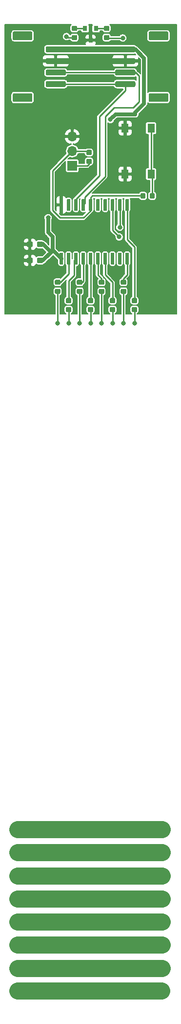
<source format=gbr>
G04 #@! TF.GenerationSoftware,KiCad,Pcbnew,5.1.5*
G04 #@! TF.CreationDate,2020-04-23T18:51:29+02:00*
G04 #@! TF.ProjectId,water_level,77617465-725f-46c6-9576-656c2e6b6963,rev?*
G04 #@! TF.SameCoordinates,Original*
G04 #@! TF.FileFunction,Copper,L1,Top*
G04 #@! TF.FilePolarity,Positive*
%FSLAX46Y46*%
G04 Gerber Fmt 4.6, Leading zero omitted, Abs format (unit mm)*
G04 Created by KiCad (PCBNEW 5.1.5) date 2020-04-23 18:51:29*
%MOMM*%
%LPD*%
G04 APERTURE LIST*
%ADD10C,0.100000*%
%ADD11R,1.700000X1.700000*%
%ADD12O,1.700000X1.700000*%
%ADD13R,1.300000X1.550000*%
%ADD14R,0.800000X0.900000*%
%ADD15C,0.800000*%
%ADD16C,3.000000*%
%ADD17C,0.254000*%
%ADD18C,0.635000*%
%ADD19C,1.016000*%
%ADD20C,0.127000*%
G04 APERTURE END LIST*
G04 #@! TA.AperFunction,SMDPad,CuDef*
D10*
G36*
X40663691Y-43912053D02*
G01*
X40684926Y-43915203D01*
X40705750Y-43920419D01*
X40725962Y-43927651D01*
X40745368Y-43936830D01*
X40763781Y-43947866D01*
X40781024Y-43960654D01*
X40796930Y-43975070D01*
X40811346Y-43990976D01*
X40824134Y-44008219D01*
X40835170Y-44026632D01*
X40844349Y-44046038D01*
X40851581Y-44066250D01*
X40856797Y-44087074D01*
X40859947Y-44108309D01*
X40861000Y-44129750D01*
X40861000Y-44567250D01*
X40859947Y-44588691D01*
X40856797Y-44609926D01*
X40851581Y-44630750D01*
X40844349Y-44650962D01*
X40835170Y-44670368D01*
X40824134Y-44688781D01*
X40811346Y-44706024D01*
X40796930Y-44721930D01*
X40781024Y-44736346D01*
X40763781Y-44749134D01*
X40745368Y-44760170D01*
X40725962Y-44769349D01*
X40705750Y-44776581D01*
X40684926Y-44781797D01*
X40663691Y-44784947D01*
X40642250Y-44786000D01*
X40129750Y-44786000D01*
X40108309Y-44784947D01*
X40087074Y-44781797D01*
X40066250Y-44776581D01*
X40046038Y-44769349D01*
X40026632Y-44760170D01*
X40008219Y-44749134D01*
X39990976Y-44736346D01*
X39975070Y-44721930D01*
X39960654Y-44706024D01*
X39947866Y-44688781D01*
X39936830Y-44670368D01*
X39927651Y-44650962D01*
X39920419Y-44630750D01*
X39915203Y-44609926D01*
X39912053Y-44588691D01*
X39911000Y-44567250D01*
X39911000Y-44129750D01*
X39912053Y-44108309D01*
X39915203Y-44087074D01*
X39920419Y-44066250D01*
X39927651Y-44046038D01*
X39936830Y-44026632D01*
X39947866Y-44008219D01*
X39960654Y-43990976D01*
X39975070Y-43975070D01*
X39990976Y-43960654D01*
X40008219Y-43947866D01*
X40026632Y-43936830D01*
X40046038Y-43927651D01*
X40066250Y-43920419D01*
X40087074Y-43915203D01*
X40108309Y-43912053D01*
X40129750Y-43911000D01*
X40642250Y-43911000D01*
X40663691Y-43912053D01*
G37*
G04 #@! TD.AperFunction*
G04 #@! TA.AperFunction,SMDPad,CuDef*
G36*
X40663691Y-42337053D02*
G01*
X40684926Y-42340203D01*
X40705750Y-42345419D01*
X40725962Y-42352651D01*
X40745368Y-42361830D01*
X40763781Y-42372866D01*
X40781024Y-42385654D01*
X40796930Y-42400070D01*
X40811346Y-42415976D01*
X40824134Y-42433219D01*
X40835170Y-42451632D01*
X40844349Y-42471038D01*
X40851581Y-42491250D01*
X40856797Y-42512074D01*
X40859947Y-42533309D01*
X40861000Y-42554750D01*
X40861000Y-42992250D01*
X40859947Y-43013691D01*
X40856797Y-43034926D01*
X40851581Y-43055750D01*
X40844349Y-43075962D01*
X40835170Y-43095368D01*
X40824134Y-43113781D01*
X40811346Y-43131024D01*
X40796930Y-43146930D01*
X40781024Y-43161346D01*
X40763781Y-43174134D01*
X40745368Y-43185170D01*
X40725962Y-43194349D01*
X40705750Y-43201581D01*
X40684926Y-43206797D01*
X40663691Y-43209947D01*
X40642250Y-43211000D01*
X40129750Y-43211000D01*
X40108309Y-43209947D01*
X40087074Y-43206797D01*
X40066250Y-43201581D01*
X40046038Y-43194349D01*
X40026632Y-43185170D01*
X40008219Y-43174134D01*
X39990976Y-43161346D01*
X39975070Y-43146930D01*
X39960654Y-43131024D01*
X39947866Y-43113781D01*
X39936830Y-43095368D01*
X39927651Y-43075962D01*
X39920419Y-43055750D01*
X39915203Y-43034926D01*
X39912053Y-43013691D01*
X39911000Y-42992250D01*
X39911000Y-42554750D01*
X39912053Y-42533309D01*
X39915203Y-42512074D01*
X39920419Y-42491250D01*
X39927651Y-42471038D01*
X39936830Y-42451632D01*
X39947866Y-42433219D01*
X39960654Y-42415976D01*
X39975070Y-42400070D01*
X39990976Y-42385654D01*
X40008219Y-42372866D01*
X40026632Y-42361830D01*
X40046038Y-42352651D01*
X40066250Y-42345419D01*
X40087074Y-42340203D01*
X40108309Y-42337053D01*
X40129750Y-42336000D01*
X40642250Y-42336000D01*
X40663691Y-42337053D01*
G37*
G04 #@! TD.AperFunction*
G04 #@! TA.AperFunction,SMDPad,CuDef*
G36*
X30324504Y-32541204D02*
G01*
X30348773Y-32544804D01*
X30372571Y-32550765D01*
X30395671Y-32559030D01*
X30417849Y-32569520D01*
X30438893Y-32582133D01*
X30458598Y-32596747D01*
X30476777Y-32613223D01*
X30493253Y-32631402D01*
X30507867Y-32651107D01*
X30520480Y-32672151D01*
X30530970Y-32694329D01*
X30539235Y-32717429D01*
X30545196Y-32741227D01*
X30548796Y-32765496D01*
X30550000Y-32790000D01*
X30550000Y-33790000D01*
X30548796Y-33814504D01*
X30545196Y-33838773D01*
X30539235Y-33862571D01*
X30530970Y-33885671D01*
X30520480Y-33907849D01*
X30507867Y-33928893D01*
X30493253Y-33948598D01*
X30476777Y-33966777D01*
X30458598Y-33983253D01*
X30438893Y-33997867D01*
X30417849Y-34010480D01*
X30395671Y-34020970D01*
X30372571Y-34029235D01*
X30348773Y-34035196D01*
X30324504Y-34038796D01*
X30300000Y-34040000D01*
X27400000Y-34040000D01*
X27375496Y-34038796D01*
X27351227Y-34035196D01*
X27327429Y-34029235D01*
X27304329Y-34020970D01*
X27282151Y-34010480D01*
X27261107Y-33997867D01*
X27241402Y-33983253D01*
X27223223Y-33966777D01*
X27206747Y-33948598D01*
X27192133Y-33928893D01*
X27179520Y-33907849D01*
X27169030Y-33885671D01*
X27160765Y-33862571D01*
X27154804Y-33838773D01*
X27151204Y-33814504D01*
X27150000Y-33790000D01*
X27150000Y-32790000D01*
X27151204Y-32765496D01*
X27154804Y-32741227D01*
X27160765Y-32717429D01*
X27169030Y-32694329D01*
X27179520Y-32672151D01*
X27192133Y-32651107D01*
X27206747Y-32631402D01*
X27223223Y-32613223D01*
X27241402Y-32596747D01*
X27261107Y-32582133D01*
X27282151Y-32569520D01*
X27304329Y-32559030D01*
X27327429Y-32550765D01*
X27351227Y-32544804D01*
X27375496Y-32541204D01*
X27400000Y-32540000D01*
X30300000Y-32540000D01*
X30324504Y-32541204D01*
G37*
G04 #@! TD.AperFunction*
G04 #@! TA.AperFunction,SMDPad,CuDef*
G36*
X30324504Y-21841204D02*
G01*
X30348773Y-21844804D01*
X30372571Y-21850765D01*
X30395671Y-21859030D01*
X30417849Y-21869520D01*
X30438893Y-21882133D01*
X30458598Y-21896747D01*
X30476777Y-21913223D01*
X30493253Y-21931402D01*
X30507867Y-21951107D01*
X30520480Y-21972151D01*
X30530970Y-21994329D01*
X30539235Y-22017429D01*
X30545196Y-22041227D01*
X30548796Y-22065496D01*
X30550000Y-22090000D01*
X30550000Y-23090000D01*
X30548796Y-23114504D01*
X30545196Y-23138773D01*
X30539235Y-23162571D01*
X30530970Y-23185671D01*
X30520480Y-23207849D01*
X30507867Y-23228893D01*
X30493253Y-23248598D01*
X30476777Y-23266777D01*
X30458598Y-23283253D01*
X30438893Y-23297867D01*
X30417849Y-23310480D01*
X30395671Y-23320970D01*
X30372571Y-23329235D01*
X30348773Y-23335196D01*
X30324504Y-23338796D01*
X30300000Y-23340000D01*
X27400000Y-23340000D01*
X27375496Y-23338796D01*
X27351227Y-23335196D01*
X27327429Y-23329235D01*
X27304329Y-23320970D01*
X27282151Y-23310480D01*
X27261107Y-23297867D01*
X27241402Y-23283253D01*
X27223223Y-23266777D01*
X27206747Y-23248598D01*
X27192133Y-23228893D01*
X27179520Y-23207849D01*
X27169030Y-23185671D01*
X27160765Y-23162571D01*
X27154804Y-23138773D01*
X27151204Y-23114504D01*
X27150000Y-23090000D01*
X27150000Y-22090000D01*
X27151204Y-22065496D01*
X27154804Y-22041227D01*
X27160765Y-22017429D01*
X27169030Y-21994329D01*
X27179520Y-21972151D01*
X27192133Y-21951107D01*
X27206747Y-21931402D01*
X27223223Y-21913223D01*
X27241402Y-21896747D01*
X27261107Y-21882133D01*
X27282151Y-21869520D01*
X27304329Y-21859030D01*
X27327429Y-21850765D01*
X27351227Y-21844804D01*
X27375496Y-21841204D01*
X27400000Y-21840000D01*
X30300000Y-21840000D01*
X30324504Y-21841204D01*
G37*
G04 #@! TD.AperFunction*
G04 #@! TA.AperFunction,SMDPad,CuDef*
G36*
X36124504Y-30441204D02*
G01*
X36148773Y-30444804D01*
X36172571Y-30450765D01*
X36195671Y-30459030D01*
X36217849Y-30469520D01*
X36238893Y-30482133D01*
X36258598Y-30496747D01*
X36276777Y-30513223D01*
X36293253Y-30531402D01*
X36307867Y-30551107D01*
X36320480Y-30572151D01*
X36330970Y-30594329D01*
X36339235Y-30617429D01*
X36345196Y-30641227D01*
X36348796Y-30665496D01*
X36350000Y-30690000D01*
X36350000Y-31190000D01*
X36348796Y-31214504D01*
X36345196Y-31238773D01*
X36339235Y-31262571D01*
X36330970Y-31285671D01*
X36320480Y-31307849D01*
X36307867Y-31328893D01*
X36293253Y-31348598D01*
X36276777Y-31366777D01*
X36258598Y-31383253D01*
X36238893Y-31397867D01*
X36217849Y-31410480D01*
X36195671Y-31420970D01*
X36172571Y-31429235D01*
X36148773Y-31435196D01*
X36124504Y-31438796D01*
X36100000Y-31440000D01*
X33100000Y-31440000D01*
X33075496Y-31438796D01*
X33051227Y-31435196D01*
X33027429Y-31429235D01*
X33004329Y-31420970D01*
X32982151Y-31410480D01*
X32961107Y-31397867D01*
X32941402Y-31383253D01*
X32923223Y-31366777D01*
X32906747Y-31348598D01*
X32892133Y-31328893D01*
X32879520Y-31307849D01*
X32869030Y-31285671D01*
X32860765Y-31262571D01*
X32854804Y-31238773D01*
X32851204Y-31214504D01*
X32850000Y-31190000D01*
X32850000Y-30690000D01*
X32851204Y-30665496D01*
X32854804Y-30641227D01*
X32860765Y-30617429D01*
X32869030Y-30594329D01*
X32879520Y-30572151D01*
X32892133Y-30551107D01*
X32906747Y-30531402D01*
X32923223Y-30513223D01*
X32941402Y-30496747D01*
X32961107Y-30482133D01*
X32982151Y-30469520D01*
X33004329Y-30459030D01*
X33027429Y-30450765D01*
X33051227Y-30444804D01*
X33075496Y-30441204D01*
X33100000Y-30440000D01*
X36100000Y-30440000D01*
X36124504Y-30441204D01*
G37*
G04 #@! TD.AperFunction*
G04 #@! TA.AperFunction,SMDPad,CuDef*
G36*
X36124504Y-28441204D02*
G01*
X36148773Y-28444804D01*
X36172571Y-28450765D01*
X36195671Y-28459030D01*
X36217849Y-28469520D01*
X36238893Y-28482133D01*
X36258598Y-28496747D01*
X36276777Y-28513223D01*
X36293253Y-28531402D01*
X36307867Y-28551107D01*
X36320480Y-28572151D01*
X36330970Y-28594329D01*
X36339235Y-28617429D01*
X36345196Y-28641227D01*
X36348796Y-28665496D01*
X36350000Y-28690000D01*
X36350000Y-29190000D01*
X36348796Y-29214504D01*
X36345196Y-29238773D01*
X36339235Y-29262571D01*
X36330970Y-29285671D01*
X36320480Y-29307849D01*
X36307867Y-29328893D01*
X36293253Y-29348598D01*
X36276777Y-29366777D01*
X36258598Y-29383253D01*
X36238893Y-29397867D01*
X36217849Y-29410480D01*
X36195671Y-29420970D01*
X36172571Y-29429235D01*
X36148773Y-29435196D01*
X36124504Y-29438796D01*
X36100000Y-29440000D01*
X33100000Y-29440000D01*
X33075496Y-29438796D01*
X33051227Y-29435196D01*
X33027429Y-29429235D01*
X33004329Y-29420970D01*
X32982151Y-29410480D01*
X32961107Y-29397867D01*
X32941402Y-29383253D01*
X32923223Y-29366777D01*
X32906747Y-29348598D01*
X32892133Y-29328893D01*
X32879520Y-29307849D01*
X32869030Y-29285671D01*
X32860765Y-29262571D01*
X32854804Y-29238773D01*
X32851204Y-29214504D01*
X32850000Y-29190000D01*
X32850000Y-28690000D01*
X32851204Y-28665496D01*
X32854804Y-28641227D01*
X32860765Y-28617429D01*
X32869030Y-28594329D01*
X32879520Y-28572151D01*
X32892133Y-28551107D01*
X32906747Y-28531402D01*
X32923223Y-28513223D01*
X32941402Y-28496747D01*
X32961107Y-28482133D01*
X32982151Y-28469520D01*
X33004329Y-28459030D01*
X33027429Y-28450765D01*
X33051227Y-28444804D01*
X33075496Y-28441204D01*
X33100000Y-28440000D01*
X36100000Y-28440000D01*
X36124504Y-28441204D01*
G37*
G04 #@! TD.AperFunction*
G04 #@! TA.AperFunction,SMDPad,CuDef*
G36*
X36124504Y-26441204D02*
G01*
X36148773Y-26444804D01*
X36172571Y-26450765D01*
X36195671Y-26459030D01*
X36217849Y-26469520D01*
X36238893Y-26482133D01*
X36258598Y-26496747D01*
X36276777Y-26513223D01*
X36293253Y-26531402D01*
X36307867Y-26551107D01*
X36320480Y-26572151D01*
X36330970Y-26594329D01*
X36339235Y-26617429D01*
X36345196Y-26641227D01*
X36348796Y-26665496D01*
X36350000Y-26690000D01*
X36350000Y-27190000D01*
X36348796Y-27214504D01*
X36345196Y-27238773D01*
X36339235Y-27262571D01*
X36330970Y-27285671D01*
X36320480Y-27307849D01*
X36307867Y-27328893D01*
X36293253Y-27348598D01*
X36276777Y-27366777D01*
X36258598Y-27383253D01*
X36238893Y-27397867D01*
X36217849Y-27410480D01*
X36195671Y-27420970D01*
X36172571Y-27429235D01*
X36148773Y-27435196D01*
X36124504Y-27438796D01*
X36100000Y-27440000D01*
X33100000Y-27440000D01*
X33075496Y-27438796D01*
X33051227Y-27435196D01*
X33027429Y-27429235D01*
X33004329Y-27420970D01*
X32982151Y-27410480D01*
X32961107Y-27397867D01*
X32941402Y-27383253D01*
X32923223Y-27366777D01*
X32906747Y-27348598D01*
X32892133Y-27328893D01*
X32879520Y-27307849D01*
X32869030Y-27285671D01*
X32860765Y-27262571D01*
X32854804Y-27238773D01*
X32851204Y-27214504D01*
X32850000Y-27190000D01*
X32850000Y-26690000D01*
X32851204Y-26665496D01*
X32854804Y-26641227D01*
X32860765Y-26617429D01*
X32869030Y-26594329D01*
X32879520Y-26572151D01*
X32892133Y-26551107D01*
X32906747Y-26531402D01*
X32923223Y-26513223D01*
X32941402Y-26496747D01*
X32961107Y-26482133D01*
X32982151Y-26469520D01*
X33004329Y-26459030D01*
X33027429Y-26450765D01*
X33051227Y-26444804D01*
X33075496Y-26441204D01*
X33100000Y-26440000D01*
X36100000Y-26440000D01*
X36124504Y-26441204D01*
G37*
G04 #@! TD.AperFunction*
G04 #@! TA.AperFunction,SMDPad,CuDef*
G36*
X36124504Y-24441204D02*
G01*
X36148773Y-24444804D01*
X36172571Y-24450765D01*
X36195671Y-24459030D01*
X36217849Y-24469520D01*
X36238893Y-24482133D01*
X36258598Y-24496747D01*
X36276777Y-24513223D01*
X36293253Y-24531402D01*
X36307867Y-24551107D01*
X36320480Y-24572151D01*
X36330970Y-24594329D01*
X36339235Y-24617429D01*
X36345196Y-24641227D01*
X36348796Y-24665496D01*
X36350000Y-24690000D01*
X36350000Y-25190000D01*
X36348796Y-25214504D01*
X36345196Y-25238773D01*
X36339235Y-25262571D01*
X36330970Y-25285671D01*
X36320480Y-25307849D01*
X36307867Y-25328893D01*
X36293253Y-25348598D01*
X36276777Y-25366777D01*
X36258598Y-25383253D01*
X36238893Y-25397867D01*
X36217849Y-25410480D01*
X36195671Y-25420970D01*
X36172571Y-25429235D01*
X36148773Y-25435196D01*
X36124504Y-25438796D01*
X36100000Y-25440000D01*
X33100000Y-25440000D01*
X33075496Y-25438796D01*
X33051227Y-25435196D01*
X33027429Y-25429235D01*
X33004329Y-25420970D01*
X32982151Y-25410480D01*
X32961107Y-25397867D01*
X32941402Y-25383253D01*
X32923223Y-25366777D01*
X32906747Y-25348598D01*
X32892133Y-25328893D01*
X32879520Y-25307849D01*
X32869030Y-25285671D01*
X32860765Y-25262571D01*
X32854804Y-25238773D01*
X32851204Y-25214504D01*
X32850000Y-25190000D01*
X32850000Y-24690000D01*
X32851204Y-24665496D01*
X32854804Y-24641227D01*
X32860765Y-24617429D01*
X32869030Y-24594329D01*
X32879520Y-24572151D01*
X32892133Y-24551107D01*
X32906747Y-24531402D01*
X32923223Y-24513223D01*
X32941402Y-24496747D01*
X32961107Y-24482133D01*
X32982151Y-24469520D01*
X33004329Y-24459030D01*
X33027429Y-24450765D01*
X33051227Y-24444804D01*
X33075496Y-24441204D01*
X33100000Y-24440000D01*
X36100000Y-24440000D01*
X36124504Y-24441204D01*
G37*
G04 #@! TD.AperFunction*
G04 #@! TA.AperFunction,SMDPad,CuDef*
G36*
X48204504Y-30441204D02*
G01*
X48228773Y-30444804D01*
X48252571Y-30450765D01*
X48275671Y-30459030D01*
X48297849Y-30469520D01*
X48318893Y-30482133D01*
X48338598Y-30496747D01*
X48356777Y-30513223D01*
X48373253Y-30531402D01*
X48387867Y-30551107D01*
X48400480Y-30572151D01*
X48410970Y-30594329D01*
X48419235Y-30617429D01*
X48425196Y-30641227D01*
X48428796Y-30665496D01*
X48430000Y-30690000D01*
X48430000Y-31190000D01*
X48428796Y-31214504D01*
X48425196Y-31238773D01*
X48419235Y-31262571D01*
X48410970Y-31285671D01*
X48400480Y-31307849D01*
X48387867Y-31328893D01*
X48373253Y-31348598D01*
X48356777Y-31366777D01*
X48338598Y-31383253D01*
X48318893Y-31397867D01*
X48297849Y-31410480D01*
X48275671Y-31420970D01*
X48252571Y-31429235D01*
X48228773Y-31435196D01*
X48204504Y-31438796D01*
X48180000Y-31440000D01*
X45180000Y-31440000D01*
X45155496Y-31438796D01*
X45131227Y-31435196D01*
X45107429Y-31429235D01*
X45084329Y-31420970D01*
X45062151Y-31410480D01*
X45041107Y-31397867D01*
X45021402Y-31383253D01*
X45003223Y-31366777D01*
X44986747Y-31348598D01*
X44972133Y-31328893D01*
X44959520Y-31307849D01*
X44949030Y-31285671D01*
X44940765Y-31262571D01*
X44934804Y-31238773D01*
X44931204Y-31214504D01*
X44930000Y-31190000D01*
X44930000Y-30690000D01*
X44931204Y-30665496D01*
X44934804Y-30641227D01*
X44940765Y-30617429D01*
X44949030Y-30594329D01*
X44959520Y-30572151D01*
X44972133Y-30551107D01*
X44986747Y-30531402D01*
X45003223Y-30513223D01*
X45021402Y-30496747D01*
X45041107Y-30482133D01*
X45062151Y-30469520D01*
X45084329Y-30459030D01*
X45107429Y-30450765D01*
X45131227Y-30444804D01*
X45155496Y-30441204D01*
X45180000Y-30440000D01*
X48180000Y-30440000D01*
X48204504Y-30441204D01*
G37*
G04 #@! TD.AperFunction*
G04 #@! TA.AperFunction,SMDPad,CuDef*
G36*
X48204504Y-28441204D02*
G01*
X48228773Y-28444804D01*
X48252571Y-28450765D01*
X48275671Y-28459030D01*
X48297849Y-28469520D01*
X48318893Y-28482133D01*
X48338598Y-28496747D01*
X48356777Y-28513223D01*
X48373253Y-28531402D01*
X48387867Y-28551107D01*
X48400480Y-28572151D01*
X48410970Y-28594329D01*
X48419235Y-28617429D01*
X48425196Y-28641227D01*
X48428796Y-28665496D01*
X48430000Y-28690000D01*
X48430000Y-29190000D01*
X48428796Y-29214504D01*
X48425196Y-29238773D01*
X48419235Y-29262571D01*
X48410970Y-29285671D01*
X48400480Y-29307849D01*
X48387867Y-29328893D01*
X48373253Y-29348598D01*
X48356777Y-29366777D01*
X48338598Y-29383253D01*
X48318893Y-29397867D01*
X48297849Y-29410480D01*
X48275671Y-29420970D01*
X48252571Y-29429235D01*
X48228773Y-29435196D01*
X48204504Y-29438796D01*
X48180000Y-29440000D01*
X45180000Y-29440000D01*
X45155496Y-29438796D01*
X45131227Y-29435196D01*
X45107429Y-29429235D01*
X45084329Y-29420970D01*
X45062151Y-29410480D01*
X45041107Y-29397867D01*
X45021402Y-29383253D01*
X45003223Y-29366777D01*
X44986747Y-29348598D01*
X44972133Y-29328893D01*
X44959520Y-29307849D01*
X44949030Y-29285671D01*
X44940765Y-29262571D01*
X44934804Y-29238773D01*
X44931204Y-29214504D01*
X44930000Y-29190000D01*
X44930000Y-28690000D01*
X44931204Y-28665496D01*
X44934804Y-28641227D01*
X44940765Y-28617429D01*
X44949030Y-28594329D01*
X44959520Y-28572151D01*
X44972133Y-28551107D01*
X44986747Y-28531402D01*
X45003223Y-28513223D01*
X45021402Y-28496747D01*
X45041107Y-28482133D01*
X45062151Y-28469520D01*
X45084329Y-28459030D01*
X45107429Y-28450765D01*
X45131227Y-28444804D01*
X45155496Y-28441204D01*
X45180000Y-28440000D01*
X48180000Y-28440000D01*
X48204504Y-28441204D01*
G37*
G04 #@! TD.AperFunction*
G04 #@! TA.AperFunction,SMDPad,CuDef*
G36*
X48204504Y-26441204D02*
G01*
X48228773Y-26444804D01*
X48252571Y-26450765D01*
X48275671Y-26459030D01*
X48297849Y-26469520D01*
X48318893Y-26482133D01*
X48338598Y-26496747D01*
X48356777Y-26513223D01*
X48373253Y-26531402D01*
X48387867Y-26551107D01*
X48400480Y-26572151D01*
X48410970Y-26594329D01*
X48419235Y-26617429D01*
X48425196Y-26641227D01*
X48428796Y-26665496D01*
X48430000Y-26690000D01*
X48430000Y-27190000D01*
X48428796Y-27214504D01*
X48425196Y-27238773D01*
X48419235Y-27262571D01*
X48410970Y-27285671D01*
X48400480Y-27307849D01*
X48387867Y-27328893D01*
X48373253Y-27348598D01*
X48356777Y-27366777D01*
X48338598Y-27383253D01*
X48318893Y-27397867D01*
X48297849Y-27410480D01*
X48275671Y-27420970D01*
X48252571Y-27429235D01*
X48228773Y-27435196D01*
X48204504Y-27438796D01*
X48180000Y-27440000D01*
X45180000Y-27440000D01*
X45155496Y-27438796D01*
X45131227Y-27435196D01*
X45107429Y-27429235D01*
X45084329Y-27420970D01*
X45062151Y-27410480D01*
X45041107Y-27397867D01*
X45021402Y-27383253D01*
X45003223Y-27366777D01*
X44986747Y-27348598D01*
X44972133Y-27328893D01*
X44959520Y-27307849D01*
X44949030Y-27285671D01*
X44940765Y-27262571D01*
X44934804Y-27238773D01*
X44931204Y-27214504D01*
X44930000Y-27190000D01*
X44930000Y-26690000D01*
X44931204Y-26665496D01*
X44934804Y-26641227D01*
X44940765Y-26617429D01*
X44949030Y-26594329D01*
X44959520Y-26572151D01*
X44972133Y-26551107D01*
X44986747Y-26531402D01*
X45003223Y-26513223D01*
X45021402Y-26496747D01*
X45041107Y-26482133D01*
X45062151Y-26469520D01*
X45084329Y-26459030D01*
X45107429Y-26450765D01*
X45131227Y-26444804D01*
X45155496Y-26441204D01*
X45180000Y-26440000D01*
X48180000Y-26440000D01*
X48204504Y-26441204D01*
G37*
G04 #@! TD.AperFunction*
G04 #@! TA.AperFunction,SMDPad,CuDef*
G36*
X48204504Y-24441204D02*
G01*
X48228773Y-24444804D01*
X48252571Y-24450765D01*
X48275671Y-24459030D01*
X48297849Y-24469520D01*
X48318893Y-24482133D01*
X48338598Y-24496747D01*
X48356777Y-24513223D01*
X48373253Y-24531402D01*
X48387867Y-24551107D01*
X48400480Y-24572151D01*
X48410970Y-24594329D01*
X48419235Y-24617429D01*
X48425196Y-24641227D01*
X48428796Y-24665496D01*
X48430000Y-24690000D01*
X48430000Y-25190000D01*
X48428796Y-25214504D01*
X48425196Y-25238773D01*
X48419235Y-25262571D01*
X48410970Y-25285671D01*
X48400480Y-25307849D01*
X48387867Y-25328893D01*
X48373253Y-25348598D01*
X48356777Y-25366777D01*
X48338598Y-25383253D01*
X48318893Y-25397867D01*
X48297849Y-25410480D01*
X48275671Y-25420970D01*
X48252571Y-25429235D01*
X48228773Y-25435196D01*
X48204504Y-25438796D01*
X48180000Y-25440000D01*
X45180000Y-25440000D01*
X45155496Y-25438796D01*
X45131227Y-25435196D01*
X45107429Y-25429235D01*
X45084329Y-25420970D01*
X45062151Y-25410480D01*
X45041107Y-25397867D01*
X45021402Y-25383253D01*
X45003223Y-25366777D01*
X44986747Y-25348598D01*
X44972133Y-25328893D01*
X44959520Y-25307849D01*
X44949030Y-25285671D01*
X44940765Y-25262571D01*
X44934804Y-25238773D01*
X44931204Y-25214504D01*
X44930000Y-25190000D01*
X44930000Y-24690000D01*
X44931204Y-24665496D01*
X44934804Y-24641227D01*
X44940765Y-24617429D01*
X44949030Y-24594329D01*
X44959520Y-24572151D01*
X44972133Y-24551107D01*
X44986747Y-24531402D01*
X45003223Y-24513223D01*
X45021402Y-24496747D01*
X45041107Y-24482133D01*
X45062151Y-24469520D01*
X45084329Y-24459030D01*
X45107429Y-24450765D01*
X45131227Y-24444804D01*
X45155496Y-24441204D01*
X45180000Y-24440000D01*
X48180000Y-24440000D01*
X48204504Y-24441204D01*
G37*
G04 #@! TD.AperFunction*
G04 #@! TA.AperFunction,SMDPad,CuDef*
G36*
X53904504Y-32541204D02*
G01*
X53928773Y-32544804D01*
X53952571Y-32550765D01*
X53975671Y-32559030D01*
X53997849Y-32569520D01*
X54018893Y-32582133D01*
X54038598Y-32596747D01*
X54056777Y-32613223D01*
X54073253Y-32631402D01*
X54087867Y-32651107D01*
X54100480Y-32672151D01*
X54110970Y-32694329D01*
X54119235Y-32717429D01*
X54125196Y-32741227D01*
X54128796Y-32765496D01*
X54130000Y-32790000D01*
X54130000Y-33790000D01*
X54128796Y-33814504D01*
X54125196Y-33838773D01*
X54119235Y-33862571D01*
X54110970Y-33885671D01*
X54100480Y-33907849D01*
X54087867Y-33928893D01*
X54073253Y-33948598D01*
X54056777Y-33966777D01*
X54038598Y-33983253D01*
X54018893Y-33997867D01*
X53997849Y-34010480D01*
X53975671Y-34020970D01*
X53952571Y-34029235D01*
X53928773Y-34035196D01*
X53904504Y-34038796D01*
X53880000Y-34040000D01*
X50980000Y-34040000D01*
X50955496Y-34038796D01*
X50931227Y-34035196D01*
X50907429Y-34029235D01*
X50884329Y-34020970D01*
X50862151Y-34010480D01*
X50841107Y-33997867D01*
X50821402Y-33983253D01*
X50803223Y-33966777D01*
X50786747Y-33948598D01*
X50772133Y-33928893D01*
X50759520Y-33907849D01*
X50749030Y-33885671D01*
X50740765Y-33862571D01*
X50734804Y-33838773D01*
X50731204Y-33814504D01*
X50730000Y-33790000D01*
X50730000Y-32790000D01*
X50731204Y-32765496D01*
X50734804Y-32741227D01*
X50740765Y-32717429D01*
X50749030Y-32694329D01*
X50759520Y-32672151D01*
X50772133Y-32651107D01*
X50786747Y-32631402D01*
X50803223Y-32613223D01*
X50821402Y-32596747D01*
X50841107Y-32582133D01*
X50862151Y-32569520D01*
X50884329Y-32559030D01*
X50907429Y-32550765D01*
X50931227Y-32544804D01*
X50955496Y-32541204D01*
X50980000Y-32540000D01*
X53880000Y-32540000D01*
X53904504Y-32541204D01*
G37*
G04 #@! TD.AperFunction*
G04 #@! TA.AperFunction,SMDPad,CuDef*
G36*
X53904504Y-21841204D02*
G01*
X53928773Y-21844804D01*
X53952571Y-21850765D01*
X53975671Y-21859030D01*
X53997849Y-21869520D01*
X54018893Y-21882133D01*
X54038598Y-21896747D01*
X54056777Y-21913223D01*
X54073253Y-21931402D01*
X54087867Y-21951107D01*
X54100480Y-21972151D01*
X54110970Y-21994329D01*
X54119235Y-22017429D01*
X54125196Y-22041227D01*
X54128796Y-22065496D01*
X54130000Y-22090000D01*
X54130000Y-23090000D01*
X54128796Y-23114504D01*
X54125196Y-23138773D01*
X54119235Y-23162571D01*
X54110970Y-23185671D01*
X54100480Y-23207849D01*
X54087867Y-23228893D01*
X54073253Y-23248598D01*
X54056777Y-23266777D01*
X54038598Y-23283253D01*
X54018893Y-23297867D01*
X53997849Y-23310480D01*
X53975671Y-23320970D01*
X53952571Y-23329235D01*
X53928773Y-23335196D01*
X53904504Y-23338796D01*
X53880000Y-23340000D01*
X50980000Y-23340000D01*
X50955496Y-23338796D01*
X50931227Y-23335196D01*
X50907429Y-23329235D01*
X50884329Y-23320970D01*
X50862151Y-23310480D01*
X50841107Y-23297867D01*
X50821402Y-23283253D01*
X50803223Y-23266777D01*
X50786747Y-23248598D01*
X50772133Y-23228893D01*
X50759520Y-23207849D01*
X50749030Y-23185671D01*
X50740765Y-23162571D01*
X50734804Y-23138773D01*
X50731204Y-23114504D01*
X50730000Y-23090000D01*
X50730000Y-22090000D01*
X50731204Y-22065496D01*
X50734804Y-22041227D01*
X50740765Y-22017429D01*
X50749030Y-21994329D01*
X50759520Y-21972151D01*
X50772133Y-21951107D01*
X50786747Y-21931402D01*
X50803223Y-21913223D01*
X50821402Y-21896747D01*
X50841107Y-21882133D01*
X50862151Y-21869520D01*
X50884329Y-21859030D01*
X50907429Y-21850765D01*
X50931227Y-21844804D01*
X50955496Y-21841204D01*
X50980000Y-21840000D01*
X53880000Y-21840000D01*
X53904504Y-21841204D01*
G37*
G04 #@! TD.AperFunction*
D11*
X37465000Y-45085000D03*
D12*
X37465000Y-42545000D03*
X37465000Y-40005000D03*
G04 #@! TA.AperFunction,SMDPad,CuDef*
D10*
G36*
X49998691Y-49818053D02*
G01*
X50019926Y-49821203D01*
X50040750Y-49826419D01*
X50060962Y-49833651D01*
X50080368Y-49842830D01*
X50098781Y-49853866D01*
X50116024Y-49866654D01*
X50131930Y-49881070D01*
X50146346Y-49896976D01*
X50159134Y-49914219D01*
X50170170Y-49932632D01*
X50179349Y-49952038D01*
X50186581Y-49972250D01*
X50191797Y-49993074D01*
X50194947Y-50014309D01*
X50196000Y-50035750D01*
X50196000Y-50548250D01*
X50194947Y-50569691D01*
X50191797Y-50590926D01*
X50186581Y-50611750D01*
X50179349Y-50631962D01*
X50170170Y-50651368D01*
X50159134Y-50669781D01*
X50146346Y-50687024D01*
X50131930Y-50702930D01*
X50116024Y-50717346D01*
X50098781Y-50730134D01*
X50080368Y-50741170D01*
X50060962Y-50750349D01*
X50040750Y-50757581D01*
X50019926Y-50762797D01*
X49998691Y-50765947D01*
X49977250Y-50767000D01*
X49539750Y-50767000D01*
X49518309Y-50765947D01*
X49497074Y-50762797D01*
X49476250Y-50757581D01*
X49456038Y-50750349D01*
X49436632Y-50741170D01*
X49418219Y-50730134D01*
X49400976Y-50717346D01*
X49385070Y-50702930D01*
X49370654Y-50687024D01*
X49357866Y-50669781D01*
X49346830Y-50651368D01*
X49337651Y-50631962D01*
X49330419Y-50611750D01*
X49325203Y-50590926D01*
X49322053Y-50569691D01*
X49321000Y-50548250D01*
X49321000Y-50035750D01*
X49322053Y-50014309D01*
X49325203Y-49993074D01*
X49330419Y-49972250D01*
X49337651Y-49952038D01*
X49346830Y-49932632D01*
X49357866Y-49914219D01*
X49370654Y-49896976D01*
X49385070Y-49881070D01*
X49400976Y-49866654D01*
X49418219Y-49853866D01*
X49436632Y-49842830D01*
X49456038Y-49833651D01*
X49476250Y-49826419D01*
X49497074Y-49821203D01*
X49518309Y-49818053D01*
X49539750Y-49817000D01*
X49977250Y-49817000D01*
X49998691Y-49818053D01*
G37*
G04 #@! TD.AperFunction*
G04 #@! TA.AperFunction,SMDPad,CuDef*
G36*
X51573691Y-49818053D02*
G01*
X51594926Y-49821203D01*
X51615750Y-49826419D01*
X51635962Y-49833651D01*
X51655368Y-49842830D01*
X51673781Y-49853866D01*
X51691024Y-49866654D01*
X51706930Y-49881070D01*
X51721346Y-49896976D01*
X51734134Y-49914219D01*
X51745170Y-49932632D01*
X51754349Y-49952038D01*
X51761581Y-49972250D01*
X51766797Y-49993074D01*
X51769947Y-50014309D01*
X51771000Y-50035750D01*
X51771000Y-50548250D01*
X51769947Y-50569691D01*
X51766797Y-50590926D01*
X51761581Y-50611750D01*
X51754349Y-50631962D01*
X51745170Y-50651368D01*
X51734134Y-50669781D01*
X51721346Y-50687024D01*
X51706930Y-50702930D01*
X51691024Y-50717346D01*
X51673781Y-50730134D01*
X51655368Y-50741170D01*
X51635962Y-50750349D01*
X51615750Y-50757581D01*
X51594926Y-50762797D01*
X51573691Y-50765947D01*
X51552250Y-50767000D01*
X51114750Y-50767000D01*
X51093309Y-50765947D01*
X51072074Y-50762797D01*
X51051250Y-50757581D01*
X51031038Y-50750349D01*
X51011632Y-50741170D01*
X50993219Y-50730134D01*
X50975976Y-50717346D01*
X50960070Y-50702930D01*
X50945654Y-50687024D01*
X50932866Y-50669781D01*
X50921830Y-50651368D01*
X50912651Y-50631962D01*
X50905419Y-50611750D01*
X50900203Y-50590926D01*
X50897053Y-50569691D01*
X50896000Y-50548250D01*
X50896000Y-50035750D01*
X50897053Y-50014309D01*
X50900203Y-49993074D01*
X50905419Y-49972250D01*
X50912651Y-49952038D01*
X50921830Y-49932632D01*
X50932866Y-49914219D01*
X50945654Y-49896976D01*
X50960070Y-49881070D01*
X50975976Y-49866654D01*
X50993219Y-49853866D01*
X51011632Y-49842830D01*
X51031038Y-49833651D01*
X51051250Y-49826419D01*
X51072074Y-49821203D01*
X51093309Y-49818053D01*
X51114750Y-49817000D01*
X51552250Y-49817000D01*
X51573691Y-49818053D01*
G37*
G04 #@! TD.AperFunction*
G04 #@! TA.AperFunction,SMDPad,CuDef*
G36*
X35202691Y-66391053D02*
G01*
X35223926Y-66394203D01*
X35244750Y-66399419D01*
X35264962Y-66406651D01*
X35284368Y-66415830D01*
X35302781Y-66426866D01*
X35320024Y-66439654D01*
X35335930Y-66454070D01*
X35350346Y-66469976D01*
X35363134Y-66487219D01*
X35374170Y-66505632D01*
X35383349Y-66525038D01*
X35390581Y-66545250D01*
X35395797Y-66566074D01*
X35398947Y-66587309D01*
X35400000Y-66608750D01*
X35400000Y-67046250D01*
X35398947Y-67067691D01*
X35395797Y-67088926D01*
X35390581Y-67109750D01*
X35383349Y-67129962D01*
X35374170Y-67149368D01*
X35363134Y-67167781D01*
X35350346Y-67185024D01*
X35335930Y-67200930D01*
X35320024Y-67215346D01*
X35302781Y-67228134D01*
X35284368Y-67239170D01*
X35264962Y-67248349D01*
X35244750Y-67255581D01*
X35223926Y-67260797D01*
X35202691Y-67263947D01*
X35181250Y-67265000D01*
X34668750Y-67265000D01*
X34647309Y-67263947D01*
X34626074Y-67260797D01*
X34605250Y-67255581D01*
X34585038Y-67248349D01*
X34565632Y-67239170D01*
X34547219Y-67228134D01*
X34529976Y-67215346D01*
X34514070Y-67200930D01*
X34499654Y-67185024D01*
X34486866Y-67167781D01*
X34475830Y-67149368D01*
X34466651Y-67129962D01*
X34459419Y-67109750D01*
X34454203Y-67088926D01*
X34451053Y-67067691D01*
X34450000Y-67046250D01*
X34450000Y-66608750D01*
X34451053Y-66587309D01*
X34454203Y-66566074D01*
X34459419Y-66545250D01*
X34466651Y-66525038D01*
X34475830Y-66505632D01*
X34486866Y-66487219D01*
X34499654Y-66469976D01*
X34514070Y-66454070D01*
X34529976Y-66439654D01*
X34547219Y-66426866D01*
X34565632Y-66415830D01*
X34585038Y-66406651D01*
X34605250Y-66399419D01*
X34626074Y-66394203D01*
X34647309Y-66391053D01*
X34668750Y-66390000D01*
X35181250Y-66390000D01*
X35202691Y-66391053D01*
G37*
G04 #@! TD.AperFunction*
G04 #@! TA.AperFunction,SMDPad,CuDef*
G36*
X35202691Y-64816053D02*
G01*
X35223926Y-64819203D01*
X35244750Y-64824419D01*
X35264962Y-64831651D01*
X35284368Y-64840830D01*
X35302781Y-64851866D01*
X35320024Y-64864654D01*
X35335930Y-64879070D01*
X35350346Y-64894976D01*
X35363134Y-64912219D01*
X35374170Y-64930632D01*
X35383349Y-64950038D01*
X35390581Y-64970250D01*
X35395797Y-64991074D01*
X35398947Y-65012309D01*
X35400000Y-65033750D01*
X35400000Y-65471250D01*
X35398947Y-65492691D01*
X35395797Y-65513926D01*
X35390581Y-65534750D01*
X35383349Y-65554962D01*
X35374170Y-65574368D01*
X35363134Y-65592781D01*
X35350346Y-65610024D01*
X35335930Y-65625930D01*
X35320024Y-65640346D01*
X35302781Y-65653134D01*
X35284368Y-65664170D01*
X35264962Y-65673349D01*
X35244750Y-65680581D01*
X35223926Y-65685797D01*
X35202691Y-65688947D01*
X35181250Y-65690000D01*
X34668750Y-65690000D01*
X34647309Y-65688947D01*
X34626074Y-65685797D01*
X34605250Y-65680581D01*
X34585038Y-65673349D01*
X34565632Y-65664170D01*
X34547219Y-65653134D01*
X34529976Y-65640346D01*
X34514070Y-65625930D01*
X34499654Y-65610024D01*
X34486866Y-65592781D01*
X34475830Y-65574368D01*
X34466651Y-65554962D01*
X34459419Y-65534750D01*
X34454203Y-65513926D01*
X34451053Y-65492691D01*
X34450000Y-65471250D01*
X34450000Y-65033750D01*
X34451053Y-65012309D01*
X34454203Y-64991074D01*
X34459419Y-64970250D01*
X34466651Y-64950038D01*
X34475830Y-64930632D01*
X34486866Y-64912219D01*
X34499654Y-64894976D01*
X34514070Y-64879070D01*
X34529976Y-64864654D01*
X34547219Y-64851866D01*
X34565632Y-64840830D01*
X34585038Y-64831651D01*
X34605250Y-64824419D01*
X34626074Y-64819203D01*
X34647309Y-64816053D01*
X34668750Y-64815000D01*
X35181250Y-64815000D01*
X35202691Y-64816053D01*
G37*
G04 #@! TD.AperFunction*
G04 #@! TA.AperFunction,SMDPad,CuDef*
G36*
X37107691Y-67991053D02*
G01*
X37128926Y-67994203D01*
X37149750Y-67999419D01*
X37169962Y-68006651D01*
X37189368Y-68015830D01*
X37207781Y-68026866D01*
X37225024Y-68039654D01*
X37240930Y-68054070D01*
X37255346Y-68069976D01*
X37268134Y-68087219D01*
X37279170Y-68105632D01*
X37288349Y-68125038D01*
X37295581Y-68145250D01*
X37300797Y-68166074D01*
X37303947Y-68187309D01*
X37305000Y-68208750D01*
X37305000Y-68646250D01*
X37303947Y-68667691D01*
X37300797Y-68688926D01*
X37295581Y-68709750D01*
X37288349Y-68729962D01*
X37279170Y-68749368D01*
X37268134Y-68767781D01*
X37255346Y-68785024D01*
X37240930Y-68800930D01*
X37225024Y-68815346D01*
X37207781Y-68828134D01*
X37189368Y-68839170D01*
X37169962Y-68848349D01*
X37149750Y-68855581D01*
X37128926Y-68860797D01*
X37107691Y-68863947D01*
X37086250Y-68865000D01*
X36573750Y-68865000D01*
X36552309Y-68863947D01*
X36531074Y-68860797D01*
X36510250Y-68855581D01*
X36490038Y-68848349D01*
X36470632Y-68839170D01*
X36452219Y-68828134D01*
X36434976Y-68815346D01*
X36419070Y-68800930D01*
X36404654Y-68785024D01*
X36391866Y-68767781D01*
X36380830Y-68749368D01*
X36371651Y-68729962D01*
X36364419Y-68709750D01*
X36359203Y-68688926D01*
X36356053Y-68667691D01*
X36355000Y-68646250D01*
X36355000Y-68208750D01*
X36356053Y-68187309D01*
X36359203Y-68166074D01*
X36364419Y-68145250D01*
X36371651Y-68125038D01*
X36380830Y-68105632D01*
X36391866Y-68087219D01*
X36404654Y-68069976D01*
X36419070Y-68054070D01*
X36434976Y-68039654D01*
X36452219Y-68026866D01*
X36470632Y-68015830D01*
X36490038Y-68006651D01*
X36510250Y-67999419D01*
X36531074Y-67994203D01*
X36552309Y-67991053D01*
X36573750Y-67990000D01*
X37086250Y-67990000D01*
X37107691Y-67991053D01*
G37*
G04 #@! TD.AperFunction*
G04 #@! TA.AperFunction,SMDPad,CuDef*
G36*
X37107691Y-69566053D02*
G01*
X37128926Y-69569203D01*
X37149750Y-69574419D01*
X37169962Y-69581651D01*
X37189368Y-69590830D01*
X37207781Y-69601866D01*
X37225024Y-69614654D01*
X37240930Y-69629070D01*
X37255346Y-69644976D01*
X37268134Y-69662219D01*
X37279170Y-69680632D01*
X37288349Y-69700038D01*
X37295581Y-69720250D01*
X37300797Y-69741074D01*
X37303947Y-69762309D01*
X37305000Y-69783750D01*
X37305000Y-70221250D01*
X37303947Y-70242691D01*
X37300797Y-70263926D01*
X37295581Y-70284750D01*
X37288349Y-70304962D01*
X37279170Y-70324368D01*
X37268134Y-70342781D01*
X37255346Y-70360024D01*
X37240930Y-70375930D01*
X37225024Y-70390346D01*
X37207781Y-70403134D01*
X37189368Y-70414170D01*
X37169962Y-70423349D01*
X37149750Y-70430581D01*
X37128926Y-70435797D01*
X37107691Y-70438947D01*
X37086250Y-70440000D01*
X36573750Y-70440000D01*
X36552309Y-70438947D01*
X36531074Y-70435797D01*
X36510250Y-70430581D01*
X36490038Y-70423349D01*
X36470632Y-70414170D01*
X36452219Y-70403134D01*
X36434976Y-70390346D01*
X36419070Y-70375930D01*
X36404654Y-70360024D01*
X36391866Y-70342781D01*
X36380830Y-70324368D01*
X36371651Y-70304962D01*
X36364419Y-70284750D01*
X36359203Y-70263926D01*
X36356053Y-70242691D01*
X36355000Y-70221250D01*
X36355000Y-69783750D01*
X36356053Y-69762309D01*
X36359203Y-69741074D01*
X36364419Y-69720250D01*
X36371651Y-69700038D01*
X36380830Y-69680632D01*
X36391866Y-69662219D01*
X36404654Y-69644976D01*
X36419070Y-69629070D01*
X36434976Y-69614654D01*
X36452219Y-69601866D01*
X36470632Y-69590830D01*
X36490038Y-69581651D01*
X36510250Y-69574419D01*
X36531074Y-69569203D01*
X36552309Y-69566053D01*
X36573750Y-69565000D01*
X37086250Y-69565000D01*
X37107691Y-69566053D01*
G37*
G04 #@! TD.AperFunction*
G04 #@! TA.AperFunction,SMDPad,CuDef*
G36*
X39012691Y-66391053D02*
G01*
X39033926Y-66394203D01*
X39054750Y-66399419D01*
X39074962Y-66406651D01*
X39094368Y-66415830D01*
X39112781Y-66426866D01*
X39130024Y-66439654D01*
X39145930Y-66454070D01*
X39160346Y-66469976D01*
X39173134Y-66487219D01*
X39184170Y-66505632D01*
X39193349Y-66525038D01*
X39200581Y-66545250D01*
X39205797Y-66566074D01*
X39208947Y-66587309D01*
X39210000Y-66608750D01*
X39210000Y-67046250D01*
X39208947Y-67067691D01*
X39205797Y-67088926D01*
X39200581Y-67109750D01*
X39193349Y-67129962D01*
X39184170Y-67149368D01*
X39173134Y-67167781D01*
X39160346Y-67185024D01*
X39145930Y-67200930D01*
X39130024Y-67215346D01*
X39112781Y-67228134D01*
X39094368Y-67239170D01*
X39074962Y-67248349D01*
X39054750Y-67255581D01*
X39033926Y-67260797D01*
X39012691Y-67263947D01*
X38991250Y-67265000D01*
X38478750Y-67265000D01*
X38457309Y-67263947D01*
X38436074Y-67260797D01*
X38415250Y-67255581D01*
X38395038Y-67248349D01*
X38375632Y-67239170D01*
X38357219Y-67228134D01*
X38339976Y-67215346D01*
X38324070Y-67200930D01*
X38309654Y-67185024D01*
X38296866Y-67167781D01*
X38285830Y-67149368D01*
X38276651Y-67129962D01*
X38269419Y-67109750D01*
X38264203Y-67088926D01*
X38261053Y-67067691D01*
X38260000Y-67046250D01*
X38260000Y-66608750D01*
X38261053Y-66587309D01*
X38264203Y-66566074D01*
X38269419Y-66545250D01*
X38276651Y-66525038D01*
X38285830Y-66505632D01*
X38296866Y-66487219D01*
X38309654Y-66469976D01*
X38324070Y-66454070D01*
X38339976Y-66439654D01*
X38357219Y-66426866D01*
X38375632Y-66415830D01*
X38395038Y-66406651D01*
X38415250Y-66399419D01*
X38436074Y-66394203D01*
X38457309Y-66391053D01*
X38478750Y-66390000D01*
X38991250Y-66390000D01*
X39012691Y-66391053D01*
G37*
G04 #@! TD.AperFunction*
G04 #@! TA.AperFunction,SMDPad,CuDef*
G36*
X39012691Y-64816053D02*
G01*
X39033926Y-64819203D01*
X39054750Y-64824419D01*
X39074962Y-64831651D01*
X39094368Y-64840830D01*
X39112781Y-64851866D01*
X39130024Y-64864654D01*
X39145930Y-64879070D01*
X39160346Y-64894976D01*
X39173134Y-64912219D01*
X39184170Y-64930632D01*
X39193349Y-64950038D01*
X39200581Y-64970250D01*
X39205797Y-64991074D01*
X39208947Y-65012309D01*
X39210000Y-65033750D01*
X39210000Y-65471250D01*
X39208947Y-65492691D01*
X39205797Y-65513926D01*
X39200581Y-65534750D01*
X39193349Y-65554962D01*
X39184170Y-65574368D01*
X39173134Y-65592781D01*
X39160346Y-65610024D01*
X39145930Y-65625930D01*
X39130024Y-65640346D01*
X39112781Y-65653134D01*
X39094368Y-65664170D01*
X39074962Y-65673349D01*
X39054750Y-65680581D01*
X39033926Y-65685797D01*
X39012691Y-65688947D01*
X38991250Y-65690000D01*
X38478750Y-65690000D01*
X38457309Y-65688947D01*
X38436074Y-65685797D01*
X38415250Y-65680581D01*
X38395038Y-65673349D01*
X38375632Y-65664170D01*
X38357219Y-65653134D01*
X38339976Y-65640346D01*
X38324070Y-65625930D01*
X38309654Y-65610024D01*
X38296866Y-65592781D01*
X38285830Y-65574368D01*
X38276651Y-65554962D01*
X38269419Y-65534750D01*
X38264203Y-65513926D01*
X38261053Y-65492691D01*
X38260000Y-65471250D01*
X38260000Y-65033750D01*
X38261053Y-65012309D01*
X38264203Y-64991074D01*
X38269419Y-64970250D01*
X38276651Y-64950038D01*
X38285830Y-64930632D01*
X38296866Y-64912219D01*
X38309654Y-64894976D01*
X38324070Y-64879070D01*
X38339976Y-64864654D01*
X38357219Y-64851866D01*
X38375632Y-64840830D01*
X38395038Y-64831651D01*
X38415250Y-64824419D01*
X38436074Y-64819203D01*
X38457309Y-64816053D01*
X38478750Y-64815000D01*
X38991250Y-64815000D01*
X39012691Y-64816053D01*
G37*
G04 #@! TD.AperFunction*
G04 #@! TA.AperFunction,SMDPad,CuDef*
G36*
X40917691Y-67991053D02*
G01*
X40938926Y-67994203D01*
X40959750Y-67999419D01*
X40979962Y-68006651D01*
X40999368Y-68015830D01*
X41017781Y-68026866D01*
X41035024Y-68039654D01*
X41050930Y-68054070D01*
X41065346Y-68069976D01*
X41078134Y-68087219D01*
X41089170Y-68105632D01*
X41098349Y-68125038D01*
X41105581Y-68145250D01*
X41110797Y-68166074D01*
X41113947Y-68187309D01*
X41115000Y-68208750D01*
X41115000Y-68646250D01*
X41113947Y-68667691D01*
X41110797Y-68688926D01*
X41105581Y-68709750D01*
X41098349Y-68729962D01*
X41089170Y-68749368D01*
X41078134Y-68767781D01*
X41065346Y-68785024D01*
X41050930Y-68800930D01*
X41035024Y-68815346D01*
X41017781Y-68828134D01*
X40999368Y-68839170D01*
X40979962Y-68848349D01*
X40959750Y-68855581D01*
X40938926Y-68860797D01*
X40917691Y-68863947D01*
X40896250Y-68865000D01*
X40383750Y-68865000D01*
X40362309Y-68863947D01*
X40341074Y-68860797D01*
X40320250Y-68855581D01*
X40300038Y-68848349D01*
X40280632Y-68839170D01*
X40262219Y-68828134D01*
X40244976Y-68815346D01*
X40229070Y-68800930D01*
X40214654Y-68785024D01*
X40201866Y-68767781D01*
X40190830Y-68749368D01*
X40181651Y-68729962D01*
X40174419Y-68709750D01*
X40169203Y-68688926D01*
X40166053Y-68667691D01*
X40165000Y-68646250D01*
X40165000Y-68208750D01*
X40166053Y-68187309D01*
X40169203Y-68166074D01*
X40174419Y-68145250D01*
X40181651Y-68125038D01*
X40190830Y-68105632D01*
X40201866Y-68087219D01*
X40214654Y-68069976D01*
X40229070Y-68054070D01*
X40244976Y-68039654D01*
X40262219Y-68026866D01*
X40280632Y-68015830D01*
X40300038Y-68006651D01*
X40320250Y-67999419D01*
X40341074Y-67994203D01*
X40362309Y-67991053D01*
X40383750Y-67990000D01*
X40896250Y-67990000D01*
X40917691Y-67991053D01*
G37*
G04 #@! TD.AperFunction*
G04 #@! TA.AperFunction,SMDPad,CuDef*
G36*
X40917691Y-69566053D02*
G01*
X40938926Y-69569203D01*
X40959750Y-69574419D01*
X40979962Y-69581651D01*
X40999368Y-69590830D01*
X41017781Y-69601866D01*
X41035024Y-69614654D01*
X41050930Y-69629070D01*
X41065346Y-69644976D01*
X41078134Y-69662219D01*
X41089170Y-69680632D01*
X41098349Y-69700038D01*
X41105581Y-69720250D01*
X41110797Y-69741074D01*
X41113947Y-69762309D01*
X41115000Y-69783750D01*
X41115000Y-70221250D01*
X41113947Y-70242691D01*
X41110797Y-70263926D01*
X41105581Y-70284750D01*
X41098349Y-70304962D01*
X41089170Y-70324368D01*
X41078134Y-70342781D01*
X41065346Y-70360024D01*
X41050930Y-70375930D01*
X41035024Y-70390346D01*
X41017781Y-70403134D01*
X40999368Y-70414170D01*
X40979962Y-70423349D01*
X40959750Y-70430581D01*
X40938926Y-70435797D01*
X40917691Y-70438947D01*
X40896250Y-70440000D01*
X40383750Y-70440000D01*
X40362309Y-70438947D01*
X40341074Y-70435797D01*
X40320250Y-70430581D01*
X40300038Y-70423349D01*
X40280632Y-70414170D01*
X40262219Y-70403134D01*
X40244976Y-70390346D01*
X40229070Y-70375930D01*
X40214654Y-70360024D01*
X40201866Y-70342781D01*
X40190830Y-70324368D01*
X40181651Y-70304962D01*
X40174419Y-70284750D01*
X40169203Y-70263926D01*
X40166053Y-70242691D01*
X40165000Y-70221250D01*
X40165000Y-69783750D01*
X40166053Y-69762309D01*
X40169203Y-69741074D01*
X40174419Y-69720250D01*
X40181651Y-69700038D01*
X40190830Y-69680632D01*
X40201866Y-69662219D01*
X40214654Y-69644976D01*
X40229070Y-69629070D01*
X40244976Y-69614654D01*
X40262219Y-69601866D01*
X40280632Y-69590830D01*
X40300038Y-69581651D01*
X40320250Y-69574419D01*
X40341074Y-69569203D01*
X40362309Y-69566053D01*
X40383750Y-69565000D01*
X40896250Y-69565000D01*
X40917691Y-69566053D01*
G37*
G04 #@! TD.AperFunction*
G04 #@! TA.AperFunction,SMDPad,CuDef*
G36*
X48537691Y-67991053D02*
G01*
X48558926Y-67994203D01*
X48579750Y-67999419D01*
X48599962Y-68006651D01*
X48619368Y-68015830D01*
X48637781Y-68026866D01*
X48655024Y-68039654D01*
X48670930Y-68054070D01*
X48685346Y-68069976D01*
X48698134Y-68087219D01*
X48709170Y-68105632D01*
X48718349Y-68125038D01*
X48725581Y-68145250D01*
X48730797Y-68166074D01*
X48733947Y-68187309D01*
X48735000Y-68208750D01*
X48735000Y-68646250D01*
X48733947Y-68667691D01*
X48730797Y-68688926D01*
X48725581Y-68709750D01*
X48718349Y-68729962D01*
X48709170Y-68749368D01*
X48698134Y-68767781D01*
X48685346Y-68785024D01*
X48670930Y-68800930D01*
X48655024Y-68815346D01*
X48637781Y-68828134D01*
X48619368Y-68839170D01*
X48599962Y-68848349D01*
X48579750Y-68855581D01*
X48558926Y-68860797D01*
X48537691Y-68863947D01*
X48516250Y-68865000D01*
X48003750Y-68865000D01*
X47982309Y-68863947D01*
X47961074Y-68860797D01*
X47940250Y-68855581D01*
X47920038Y-68848349D01*
X47900632Y-68839170D01*
X47882219Y-68828134D01*
X47864976Y-68815346D01*
X47849070Y-68800930D01*
X47834654Y-68785024D01*
X47821866Y-68767781D01*
X47810830Y-68749368D01*
X47801651Y-68729962D01*
X47794419Y-68709750D01*
X47789203Y-68688926D01*
X47786053Y-68667691D01*
X47785000Y-68646250D01*
X47785000Y-68208750D01*
X47786053Y-68187309D01*
X47789203Y-68166074D01*
X47794419Y-68145250D01*
X47801651Y-68125038D01*
X47810830Y-68105632D01*
X47821866Y-68087219D01*
X47834654Y-68069976D01*
X47849070Y-68054070D01*
X47864976Y-68039654D01*
X47882219Y-68026866D01*
X47900632Y-68015830D01*
X47920038Y-68006651D01*
X47940250Y-67999419D01*
X47961074Y-67994203D01*
X47982309Y-67991053D01*
X48003750Y-67990000D01*
X48516250Y-67990000D01*
X48537691Y-67991053D01*
G37*
G04 #@! TD.AperFunction*
G04 #@! TA.AperFunction,SMDPad,CuDef*
G36*
X48537691Y-69566053D02*
G01*
X48558926Y-69569203D01*
X48579750Y-69574419D01*
X48599962Y-69581651D01*
X48619368Y-69590830D01*
X48637781Y-69601866D01*
X48655024Y-69614654D01*
X48670930Y-69629070D01*
X48685346Y-69644976D01*
X48698134Y-69662219D01*
X48709170Y-69680632D01*
X48718349Y-69700038D01*
X48725581Y-69720250D01*
X48730797Y-69741074D01*
X48733947Y-69762309D01*
X48735000Y-69783750D01*
X48735000Y-70221250D01*
X48733947Y-70242691D01*
X48730797Y-70263926D01*
X48725581Y-70284750D01*
X48718349Y-70304962D01*
X48709170Y-70324368D01*
X48698134Y-70342781D01*
X48685346Y-70360024D01*
X48670930Y-70375930D01*
X48655024Y-70390346D01*
X48637781Y-70403134D01*
X48619368Y-70414170D01*
X48599962Y-70423349D01*
X48579750Y-70430581D01*
X48558926Y-70435797D01*
X48537691Y-70438947D01*
X48516250Y-70440000D01*
X48003750Y-70440000D01*
X47982309Y-70438947D01*
X47961074Y-70435797D01*
X47940250Y-70430581D01*
X47920038Y-70423349D01*
X47900632Y-70414170D01*
X47882219Y-70403134D01*
X47864976Y-70390346D01*
X47849070Y-70375930D01*
X47834654Y-70360024D01*
X47821866Y-70342781D01*
X47810830Y-70324368D01*
X47801651Y-70304962D01*
X47794419Y-70284750D01*
X47789203Y-70263926D01*
X47786053Y-70242691D01*
X47785000Y-70221250D01*
X47785000Y-69783750D01*
X47786053Y-69762309D01*
X47789203Y-69741074D01*
X47794419Y-69720250D01*
X47801651Y-69700038D01*
X47810830Y-69680632D01*
X47821866Y-69662219D01*
X47834654Y-69644976D01*
X47849070Y-69629070D01*
X47864976Y-69614654D01*
X47882219Y-69601866D01*
X47900632Y-69590830D01*
X47920038Y-69581651D01*
X47940250Y-69574419D01*
X47961074Y-69569203D01*
X47982309Y-69566053D01*
X48003750Y-69565000D01*
X48516250Y-69565000D01*
X48537691Y-69566053D01*
G37*
G04 #@! TD.AperFunction*
G04 #@! TA.AperFunction,SMDPad,CuDef*
G36*
X46632691Y-66391053D02*
G01*
X46653926Y-66394203D01*
X46674750Y-66399419D01*
X46694962Y-66406651D01*
X46714368Y-66415830D01*
X46732781Y-66426866D01*
X46750024Y-66439654D01*
X46765930Y-66454070D01*
X46780346Y-66469976D01*
X46793134Y-66487219D01*
X46804170Y-66505632D01*
X46813349Y-66525038D01*
X46820581Y-66545250D01*
X46825797Y-66566074D01*
X46828947Y-66587309D01*
X46830000Y-66608750D01*
X46830000Y-67046250D01*
X46828947Y-67067691D01*
X46825797Y-67088926D01*
X46820581Y-67109750D01*
X46813349Y-67129962D01*
X46804170Y-67149368D01*
X46793134Y-67167781D01*
X46780346Y-67185024D01*
X46765930Y-67200930D01*
X46750024Y-67215346D01*
X46732781Y-67228134D01*
X46714368Y-67239170D01*
X46694962Y-67248349D01*
X46674750Y-67255581D01*
X46653926Y-67260797D01*
X46632691Y-67263947D01*
X46611250Y-67265000D01*
X46098750Y-67265000D01*
X46077309Y-67263947D01*
X46056074Y-67260797D01*
X46035250Y-67255581D01*
X46015038Y-67248349D01*
X45995632Y-67239170D01*
X45977219Y-67228134D01*
X45959976Y-67215346D01*
X45944070Y-67200930D01*
X45929654Y-67185024D01*
X45916866Y-67167781D01*
X45905830Y-67149368D01*
X45896651Y-67129962D01*
X45889419Y-67109750D01*
X45884203Y-67088926D01*
X45881053Y-67067691D01*
X45880000Y-67046250D01*
X45880000Y-66608750D01*
X45881053Y-66587309D01*
X45884203Y-66566074D01*
X45889419Y-66545250D01*
X45896651Y-66525038D01*
X45905830Y-66505632D01*
X45916866Y-66487219D01*
X45929654Y-66469976D01*
X45944070Y-66454070D01*
X45959976Y-66439654D01*
X45977219Y-66426866D01*
X45995632Y-66415830D01*
X46015038Y-66406651D01*
X46035250Y-66399419D01*
X46056074Y-66394203D01*
X46077309Y-66391053D01*
X46098750Y-66390000D01*
X46611250Y-66390000D01*
X46632691Y-66391053D01*
G37*
G04 #@! TD.AperFunction*
G04 #@! TA.AperFunction,SMDPad,CuDef*
G36*
X46632691Y-64816053D02*
G01*
X46653926Y-64819203D01*
X46674750Y-64824419D01*
X46694962Y-64831651D01*
X46714368Y-64840830D01*
X46732781Y-64851866D01*
X46750024Y-64864654D01*
X46765930Y-64879070D01*
X46780346Y-64894976D01*
X46793134Y-64912219D01*
X46804170Y-64930632D01*
X46813349Y-64950038D01*
X46820581Y-64970250D01*
X46825797Y-64991074D01*
X46828947Y-65012309D01*
X46830000Y-65033750D01*
X46830000Y-65471250D01*
X46828947Y-65492691D01*
X46825797Y-65513926D01*
X46820581Y-65534750D01*
X46813349Y-65554962D01*
X46804170Y-65574368D01*
X46793134Y-65592781D01*
X46780346Y-65610024D01*
X46765930Y-65625930D01*
X46750024Y-65640346D01*
X46732781Y-65653134D01*
X46714368Y-65664170D01*
X46694962Y-65673349D01*
X46674750Y-65680581D01*
X46653926Y-65685797D01*
X46632691Y-65688947D01*
X46611250Y-65690000D01*
X46098750Y-65690000D01*
X46077309Y-65688947D01*
X46056074Y-65685797D01*
X46035250Y-65680581D01*
X46015038Y-65673349D01*
X45995632Y-65664170D01*
X45977219Y-65653134D01*
X45959976Y-65640346D01*
X45944070Y-65625930D01*
X45929654Y-65610024D01*
X45916866Y-65592781D01*
X45905830Y-65574368D01*
X45896651Y-65554962D01*
X45889419Y-65534750D01*
X45884203Y-65513926D01*
X45881053Y-65492691D01*
X45880000Y-65471250D01*
X45880000Y-65033750D01*
X45881053Y-65012309D01*
X45884203Y-64991074D01*
X45889419Y-64970250D01*
X45896651Y-64950038D01*
X45905830Y-64930632D01*
X45916866Y-64912219D01*
X45929654Y-64894976D01*
X45944070Y-64879070D01*
X45959976Y-64864654D01*
X45977219Y-64851866D01*
X45995632Y-64840830D01*
X46015038Y-64831651D01*
X46035250Y-64824419D01*
X46056074Y-64819203D01*
X46077309Y-64816053D01*
X46098750Y-64815000D01*
X46611250Y-64815000D01*
X46632691Y-64816053D01*
G37*
G04 #@! TD.AperFunction*
G04 #@! TA.AperFunction,SMDPad,CuDef*
G36*
X44727691Y-67991053D02*
G01*
X44748926Y-67994203D01*
X44769750Y-67999419D01*
X44789962Y-68006651D01*
X44809368Y-68015830D01*
X44827781Y-68026866D01*
X44845024Y-68039654D01*
X44860930Y-68054070D01*
X44875346Y-68069976D01*
X44888134Y-68087219D01*
X44899170Y-68105632D01*
X44908349Y-68125038D01*
X44915581Y-68145250D01*
X44920797Y-68166074D01*
X44923947Y-68187309D01*
X44925000Y-68208750D01*
X44925000Y-68646250D01*
X44923947Y-68667691D01*
X44920797Y-68688926D01*
X44915581Y-68709750D01*
X44908349Y-68729962D01*
X44899170Y-68749368D01*
X44888134Y-68767781D01*
X44875346Y-68785024D01*
X44860930Y-68800930D01*
X44845024Y-68815346D01*
X44827781Y-68828134D01*
X44809368Y-68839170D01*
X44789962Y-68848349D01*
X44769750Y-68855581D01*
X44748926Y-68860797D01*
X44727691Y-68863947D01*
X44706250Y-68865000D01*
X44193750Y-68865000D01*
X44172309Y-68863947D01*
X44151074Y-68860797D01*
X44130250Y-68855581D01*
X44110038Y-68848349D01*
X44090632Y-68839170D01*
X44072219Y-68828134D01*
X44054976Y-68815346D01*
X44039070Y-68800930D01*
X44024654Y-68785024D01*
X44011866Y-68767781D01*
X44000830Y-68749368D01*
X43991651Y-68729962D01*
X43984419Y-68709750D01*
X43979203Y-68688926D01*
X43976053Y-68667691D01*
X43975000Y-68646250D01*
X43975000Y-68208750D01*
X43976053Y-68187309D01*
X43979203Y-68166074D01*
X43984419Y-68145250D01*
X43991651Y-68125038D01*
X44000830Y-68105632D01*
X44011866Y-68087219D01*
X44024654Y-68069976D01*
X44039070Y-68054070D01*
X44054976Y-68039654D01*
X44072219Y-68026866D01*
X44090632Y-68015830D01*
X44110038Y-68006651D01*
X44130250Y-67999419D01*
X44151074Y-67994203D01*
X44172309Y-67991053D01*
X44193750Y-67990000D01*
X44706250Y-67990000D01*
X44727691Y-67991053D01*
G37*
G04 #@! TD.AperFunction*
G04 #@! TA.AperFunction,SMDPad,CuDef*
G36*
X44727691Y-69566053D02*
G01*
X44748926Y-69569203D01*
X44769750Y-69574419D01*
X44789962Y-69581651D01*
X44809368Y-69590830D01*
X44827781Y-69601866D01*
X44845024Y-69614654D01*
X44860930Y-69629070D01*
X44875346Y-69644976D01*
X44888134Y-69662219D01*
X44899170Y-69680632D01*
X44908349Y-69700038D01*
X44915581Y-69720250D01*
X44920797Y-69741074D01*
X44923947Y-69762309D01*
X44925000Y-69783750D01*
X44925000Y-70221250D01*
X44923947Y-70242691D01*
X44920797Y-70263926D01*
X44915581Y-70284750D01*
X44908349Y-70304962D01*
X44899170Y-70324368D01*
X44888134Y-70342781D01*
X44875346Y-70360024D01*
X44860930Y-70375930D01*
X44845024Y-70390346D01*
X44827781Y-70403134D01*
X44809368Y-70414170D01*
X44789962Y-70423349D01*
X44769750Y-70430581D01*
X44748926Y-70435797D01*
X44727691Y-70438947D01*
X44706250Y-70440000D01*
X44193750Y-70440000D01*
X44172309Y-70438947D01*
X44151074Y-70435797D01*
X44130250Y-70430581D01*
X44110038Y-70423349D01*
X44090632Y-70414170D01*
X44072219Y-70403134D01*
X44054976Y-70390346D01*
X44039070Y-70375930D01*
X44024654Y-70360024D01*
X44011866Y-70342781D01*
X44000830Y-70324368D01*
X43991651Y-70304962D01*
X43984419Y-70284750D01*
X43979203Y-70263926D01*
X43976053Y-70242691D01*
X43975000Y-70221250D01*
X43975000Y-69783750D01*
X43976053Y-69762309D01*
X43979203Y-69741074D01*
X43984419Y-69720250D01*
X43991651Y-69700038D01*
X44000830Y-69680632D01*
X44011866Y-69662219D01*
X44024654Y-69644976D01*
X44039070Y-69629070D01*
X44054976Y-69614654D01*
X44072219Y-69601866D01*
X44090632Y-69590830D01*
X44110038Y-69581651D01*
X44130250Y-69574419D01*
X44151074Y-69569203D01*
X44172309Y-69566053D01*
X44193750Y-69565000D01*
X44706250Y-69565000D01*
X44727691Y-69566053D01*
G37*
G04 #@! TD.AperFunction*
G04 #@! TA.AperFunction,SMDPad,CuDef*
G36*
X42822691Y-66391053D02*
G01*
X42843926Y-66394203D01*
X42864750Y-66399419D01*
X42884962Y-66406651D01*
X42904368Y-66415830D01*
X42922781Y-66426866D01*
X42940024Y-66439654D01*
X42955930Y-66454070D01*
X42970346Y-66469976D01*
X42983134Y-66487219D01*
X42994170Y-66505632D01*
X43003349Y-66525038D01*
X43010581Y-66545250D01*
X43015797Y-66566074D01*
X43018947Y-66587309D01*
X43020000Y-66608750D01*
X43020000Y-67046250D01*
X43018947Y-67067691D01*
X43015797Y-67088926D01*
X43010581Y-67109750D01*
X43003349Y-67129962D01*
X42994170Y-67149368D01*
X42983134Y-67167781D01*
X42970346Y-67185024D01*
X42955930Y-67200930D01*
X42940024Y-67215346D01*
X42922781Y-67228134D01*
X42904368Y-67239170D01*
X42884962Y-67248349D01*
X42864750Y-67255581D01*
X42843926Y-67260797D01*
X42822691Y-67263947D01*
X42801250Y-67265000D01*
X42288750Y-67265000D01*
X42267309Y-67263947D01*
X42246074Y-67260797D01*
X42225250Y-67255581D01*
X42205038Y-67248349D01*
X42185632Y-67239170D01*
X42167219Y-67228134D01*
X42149976Y-67215346D01*
X42134070Y-67200930D01*
X42119654Y-67185024D01*
X42106866Y-67167781D01*
X42095830Y-67149368D01*
X42086651Y-67129962D01*
X42079419Y-67109750D01*
X42074203Y-67088926D01*
X42071053Y-67067691D01*
X42070000Y-67046250D01*
X42070000Y-66608750D01*
X42071053Y-66587309D01*
X42074203Y-66566074D01*
X42079419Y-66545250D01*
X42086651Y-66525038D01*
X42095830Y-66505632D01*
X42106866Y-66487219D01*
X42119654Y-66469976D01*
X42134070Y-66454070D01*
X42149976Y-66439654D01*
X42167219Y-66426866D01*
X42185632Y-66415830D01*
X42205038Y-66406651D01*
X42225250Y-66399419D01*
X42246074Y-66394203D01*
X42267309Y-66391053D01*
X42288750Y-66390000D01*
X42801250Y-66390000D01*
X42822691Y-66391053D01*
G37*
G04 #@! TD.AperFunction*
G04 #@! TA.AperFunction,SMDPad,CuDef*
G36*
X42822691Y-64816053D02*
G01*
X42843926Y-64819203D01*
X42864750Y-64824419D01*
X42884962Y-64831651D01*
X42904368Y-64840830D01*
X42922781Y-64851866D01*
X42940024Y-64864654D01*
X42955930Y-64879070D01*
X42970346Y-64894976D01*
X42983134Y-64912219D01*
X42994170Y-64930632D01*
X43003349Y-64950038D01*
X43010581Y-64970250D01*
X43015797Y-64991074D01*
X43018947Y-65012309D01*
X43020000Y-65033750D01*
X43020000Y-65471250D01*
X43018947Y-65492691D01*
X43015797Y-65513926D01*
X43010581Y-65534750D01*
X43003349Y-65554962D01*
X42994170Y-65574368D01*
X42983134Y-65592781D01*
X42970346Y-65610024D01*
X42955930Y-65625930D01*
X42940024Y-65640346D01*
X42922781Y-65653134D01*
X42904368Y-65664170D01*
X42884962Y-65673349D01*
X42864750Y-65680581D01*
X42843926Y-65685797D01*
X42822691Y-65688947D01*
X42801250Y-65690000D01*
X42288750Y-65690000D01*
X42267309Y-65688947D01*
X42246074Y-65685797D01*
X42225250Y-65680581D01*
X42205038Y-65673349D01*
X42185632Y-65664170D01*
X42167219Y-65653134D01*
X42149976Y-65640346D01*
X42134070Y-65625930D01*
X42119654Y-65610024D01*
X42106866Y-65592781D01*
X42095830Y-65574368D01*
X42086651Y-65554962D01*
X42079419Y-65534750D01*
X42074203Y-65513926D01*
X42071053Y-65492691D01*
X42070000Y-65471250D01*
X42070000Y-65033750D01*
X42071053Y-65012309D01*
X42074203Y-64991074D01*
X42079419Y-64970250D01*
X42086651Y-64950038D01*
X42095830Y-64930632D01*
X42106866Y-64912219D01*
X42119654Y-64894976D01*
X42134070Y-64879070D01*
X42149976Y-64864654D01*
X42167219Y-64851866D01*
X42185632Y-64840830D01*
X42205038Y-64831651D01*
X42225250Y-64824419D01*
X42246074Y-64819203D01*
X42267309Y-64816053D01*
X42288750Y-64815000D01*
X42801250Y-64815000D01*
X42822691Y-64816053D01*
G37*
G04 #@! TD.AperFunction*
D13*
X51145000Y-46520000D03*
X46645000Y-46520000D03*
X46645000Y-38570000D03*
X51145000Y-38570000D03*
G04 #@! TA.AperFunction,SMDPad,CuDef*
D10*
G36*
X35724703Y-60140722D02*
G01*
X35739264Y-60142882D01*
X35753543Y-60146459D01*
X35767403Y-60151418D01*
X35780710Y-60157712D01*
X35793336Y-60165280D01*
X35805159Y-60174048D01*
X35816066Y-60183934D01*
X35825952Y-60194841D01*
X35834720Y-60206664D01*
X35842288Y-60219290D01*
X35848582Y-60232597D01*
X35853541Y-60246457D01*
X35857118Y-60260736D01*
X35859278Y-60275297D01*
X35860000Y-60290000D01*
X35860000Y-62040000D01*
X35859278Y-62054703D01*
X35857118Y-62069264D01*
X35853541Y-62083543D01*
X35848582Y-62097403D01*
X35842288Y-62110710D01*
X35834720Y-62123336D01*
X35825952Y-62135159D01*
X35816066Y-62146066D01*
X35805159Y-62155952D01*
X35793336Y-62164720D01*
X35780710Y-62172288D01*
X35767403Y-62178582D01*
X35753543Y-62183541D01*
X35739264Y-62187118D01*
X35724703Y-62189278D01*
X35710000Y-62190000D01*
X35410000Y-62190000D01*
X35395297Y-62189278D01*
X35380736Y-62187118D01*
X35366457Y-62183541D01*
X35352597Y-62178582D01*
X35339290Y-62172288D01*
X35326664Y-62164720D01*
X35314841Y-62155952D01*
X35303934Y-62146066D01*
X35294048Y-62135159D01*
X35285280Y-62123336D01*
X35277712Y-62110710D01*
X35271418Y-62097403D01*
X35266459Y-62083543D01*
X35262882Y-62069264D01*
X35260722Y-62054703D01*
X35260000Y-62040000D01*
X35260000Y-60290000D01*
X35260722Y-60275297D01*
X35262882Y-60260736D01*
X35266459Y-60246457D01*
X35271418Y-60232597D01*
X35277712Y-60219290D01*
X35285280Y-60206664D01*
X35294048Y-60194841D01*
X35303934Y-60183934D01*
X35314841Y-60174048D01*
X35326664Y-60165280D01*
X35339290Y-60157712D01*
X35352597Y-60151418D01*
X35366457Y-60146459D01*
X35380736Y-60142882D01*
X35395297Y-60140722D01*
X35410000Y-60140000D01*
X35710000Y-60140000D01*
X35724703Y-60140722D01*
G37*
G04 #@! TD.AperFunction*
G04 #@! TA.AperFunction,SMDPad,CuDef*
G36*
X36994703Y-60140722D02*
G01*
X37009264Y-60142882D01*
X37023543Y-60146459D01*
X37037403Y-60151418D01*
X37050710Y-60157712D01*
X37063336Y-60165280D01*
X37075159Y-60174048D01*
X37086066Y-60183934D01*
X37095952Y-60194841D01*
X37104720Y-60206664D01*
X37112288Y-60219290D01*
X37118582Y-60232597D01*
X37123541Y-60246457D01*
X37127118Y-60260736D01*
X37129278Y-60275297D01*
X37130000Y-60290000D01*
X37130000Y-62040000D01*
X37129278Y-62054703D01*
X37127118Y-62069264D01*
X37123541Y-62083543D01*
X37118582Y-62097403D01*
X37112288Y-62110710D01*
X37104720Y-62123336D01*
X37095952Y-62135159D01*
X37086066Y-62146066D01*
X37075159Y-62155952D01*
X37063336Y-62164720D01*
X37050710Y-62172288D01*
X37037403Y-62178582D01*
X37023543Y-62183541D01*
X37009264Y-62187118D01*
X36994703Y-62189278D01*
X36980000Y-62190000D01*
X36680000Y-62190000D01*
X36665297Y-62189278D01*
X36650736Y-62187118D01*
X36636457Y-62183541D01*
X36622597Y-62178582D01*
X36609290Y-62172288D01*
X36596664Y-62164720D01*
X36584841Y-62155952D01*
X36573934Y-62146066D01*
X36564048Y-62135159D01*
X36555280Y-62123336D01*
X36547712Y-62110710D01*
X36541418Y-62097403D01*
X36536459Y-62083543D01*
X36532882Y-62069264D01*
X36530722Y-62054703D01*
X36530000Y-62040000D01*
X36530000Y-60290000D01*
X36530722Y-60275297D01*
X36532882Y-60260736D01*
X36536459Y-60246457D01*
X36541418Y-60232597D01*
X36547712Y-60219290D01*
X36555280Y-60206664D01*
X36564048Y-60194841D01*
X36573934Y-60183934D01*
X36584841Y-60174048D01*
X36596664Y-60165280D01*
X36609290Y-60157712D01*
X36622597Y-60151418D01*
X36636457Y-60146459D01*
X36650736Y-60142882D01*
X36665297Y-60140722D01*
X36680000Y-60140000D01*
X36980000Y-60140000D01*
X36994703Y-60140722D01*
G37*
G04 #@! TD.AperFunction*
G04 #@! TA.AperFunction,SMDPad,CuDef*
G36*
X38264703Y-60140722D02*
G01*
X38279264Y-60142882D01*
X38293543Y-60146459D01*
X38307403Y-60151418D01*
X38320710Y-60157712D01*
X38333336Y-60165280D01*
X38345159Y-60174048D01*
X38356066Y-60183934D01*
X38365952Y-60194841D01*
X38374720Y-60206664D01*
X38382288Y-60219290D01*
X38388582Y-60232597D01*
X38393541Y-60246457D01*
X38397118Y-60260736D01*
X38399278Y-60275297D01*
X38400000Y-60290000D01*
X38400000Y-62040000D01*
X38399278Y-62054703D01*
X38397118Y-62069264D01*
X38393541Y-62083543D01*
X38388582Y-62097403D01*
X38382288Y-62110710D01*
X38374720Y-62123336D01*
X38365952Y-62135159D01*
X38356066Y-62146066D01*
X38345159Y-62155952D01*
X38333336Y-62164720D01*
X38320710Y-62172288D01*
X38307403Y-62178582D01*
X38293543Y-62183541D01*
X38279264Y-62187118D01*
X38264703Y-62189278D01*
X38250000Y-62190000D01*
X37950000Y-62190000D01*
X37935297Y-62189278D01*
X37920736Y-62187118D01*
X37906457Y-62183541D01*
X37892597Y-62178582D01*
X37879290Y-62172288D01*
X37866664Y-62164720D01*
X37854841Y-62155952D01*
X37843934Y-62146066D01*
X37834048Y-62135159D01*
X37825280Y-62123336D01*
X37817712Y-62110710D01*
X37811418Y-62097403D01*
X37806459Y-62083543D01*
X37802882Y-62069264D01*
X37800722Y-62054703D01*
X37800000Y-62040000D01*
X37800000Y-60290000D01*
X37800722Y-60275297D01*
X37802882Y-60260736D01*
X37806459Y-60246457D01*
X37811418Y-60232597D01*
X37817712Y-60219290D01*
X37825280Y-60206664D01*
X37834048Y-60194841D01*
X37843934Y-60183934D01*
X37854841Y-60174048D01*
X37866664Y-60165280D01*
X37879290Y-60157712D01*
X37892597Y-60151418D01*
X37906457Y-60146459D01*
X37920736Y-60142882D01*
X37935297Y-60140722D01*
X37950000Y-60140000D01*
X38250000Y-60140000D01*
X38264703Y-60140722D01*
G37*
G04 #@! TD.AperFunction*
G04 #@! TA.AperFunction,SMDPad,CuDef*
G36*
X39534703Y-60140722D02*
G01*
X39549264Y-60142882D01*
X39563543Y-60146459D01*
X39577403Y-60151418D01*
X39590710Y-60157712D01*
X39603336Y-60165280D01*
X39615159Y-60174048D01*
X39626066Y-60183934D01*
X39635952Y-60194841D01*
X39644720Y-60206664D01*
X39652288Y-60219290D01*
X39658582Y-60232597D01*
X39663541Y-60246457D01*
X39667118Y-60260736D01*
X39669278Y-60275297D01*
X39670000Y-60290000D01*
X39670000Y-62040000D01*
X39669278Y-62054703D01*
X39667118Y-62069264D01*
X39663541Y-62083543D01*
X39658582Y-62097403D01*
X39652288Y-62110710D01*
X39644720Y-62123336D01*
X39635952Y-62135159D01*
X39626066Y-62146066D01*
X39615159Y-62155952D01*
X39603336Y-62164720D01*
X39590710Y-62172288D01*
X39577403Y-62178582D01*
X39563543Y-62183541D01*
X39549264Y-62187118D01*
X39534703Y-62189278D01*
X39520000Y-62190000D01*
X39220000Y-62190000D01*
X39205297Y-62189278D01*
X39190736Y-62187118D01*
X39176457Y-62183541D01*
X39162597Y-62178582D01*
X39149290Y-62172288D01*
X39136664Y-62164720D01*
X39124841Y-62155952D01*
X39113934Y-62146066D01*
X39104048Y-62135159D01*
X39095280Y-62123336D01*
X39087712Y-62110710D01*
X39081418Y-62097403D01*
X39076459Y-62083543D01*
X39072882Y-62069264D01*
X39070722Y-62054703D01*
X39070000Y-62040000D01*
X39070000Y-60290000D01*
X39070722Y-60275297D01*
X39072882Y-60260736D01*
X39076459Y-60246457D01*
X39081418Y-60232597D01*
X39087712Y-60219290D01*
X39095280Y-60206664D01*
X39104048Y-60194841D01*
X39113934Y-60183934D01*
X39124841Y-60174048D01*
X39136664Y-60165280D01*
X39149290Y-60157712D01*
X39162597Y-60151418D01*
X39176457Y-60146459D01*
X39190736Y-60142882D01*
X39205297Y-60140722D01*
X39220000Y-60140000D01*
X39520000Y-60140000D01*
X39534703Y-60140722D01*
G37*
G04 #@! TD.AperFunction*
G04 #@! TA.AperFunction,SMDPad,CuDef*
G36*
X40804703Y-60140722D02*
G01*
X40819264Y-60142882D01*
X40833543Y-60146459D01*
X40847403Y-60151418D01*
X40860710Y-60157712D01*
X40873336Y-60165280D01*
X40885159Y-60174048D01*
X40896066Y-60183934D01*
X40905952Y-60194841D01*
X40914720Y-60206664D01*
X40922288Y-60219290D01*
X40928582Y-60232597D01*
X40933541Y-60246457D01*
X40937118Y-60260736D01*
X40939278Y-60275297D01*
X40940000Y-60290000D01*
X40940000Y-62040000D01*
X40939278Y-62054703D01*
X40937118Y-62069264D01*
X40933541Y-62083543D01*
X40928582Y-62097403D01*
X40922288Y-62110710D01*
X40914720Y-62123336D01*
X40905952Y-62135159D01*
X40896066Y-62146066D01*
X40885159Y-62155952D01*
X40873336Y-62164720D01*
X40860710Y-62172288D01*
X40847403Y-62178582D01*
X40833543Y-62183541D01*
X40819264Y-62187118D01*
X40804703Y-62189278D01*
X40790000Y-62190000D01*
X40490000Y-62190000D01*
X40475297Y-62189278D01*
X40460736Y-62187118D01*
X40446457Y-62183541D01*
X40432597Y-62178582D01*
X40419290Y-62172288D01*
X40406664Y-62164720D01*
X40394841Y-62155952D01*
X40383934Y-62146066D01*
X40374048Y-62135159D01*
X40365280Y-62123336D01*
X40357712Y-62110710D01*
X40351418Y-62097403D01*
X40346459Y-62083543D01*
X40342882Y-62069264D01*
X40340722Y-62054703D01*
X40340000Y-62040000D01*
X40340000Y-60290000D01*
X40340722Y-60275297D01*
X40342882Y-60260736D01*
X40346459Y-60246457D01*
X40351418Y-60232597D01*
X40357712Y-60219290D01*
X40365280Y-60206664D01*
X40374048Y-60194841D01*
X40383934Y-60183934D01*
X40394841Y-60174048D01*
X40406664Y-60165280D01*
X40419290Y-60157712D01*
X40432597Y-60151418D01*
X40446457Y-60146459D01*
X40460736Y-60142882D01*
X40475297Y-60140722D01*
X40490000Y-60140000D01*
X40790000Y-60140000D01*
X40804703Y-60140722D01*
G37*
G04 #@! TD.AperFunction*
G04 #@! TA.AperFunction,SMDPad,CuDef*
G36*
X42074703Y-60140722D02*
G01*
X42089264Y-60142882D01*
X42103543Y-60146459D01*
X42117403Y-60151418D01*
X42130710Y-60157712D01*
X42143336Y-60165280D01*
X42155159Y-60174048D01*
X42166066Y-60183934D01*
X42175952Y-60194841D01*
X42184720Y-60206664D01*
X42192288Y-60219290D01*
X42198582Y-60232597D01*
X42203541Y-60246457D01*
X42207118Y-60260736D01*
X42209278Y-60275297D01*
X42210000Y-60290000D01*
X42210000Y-62040000D01*
X42209278Y-62054703D01*
X42207118Y-62069264D01*
X42203541Y-62083543D01*
X42198582Y-62097403D01*
X42192288Y-62110710D01*
X42184720Y-62123336D01*
X42175952Y-62135159D01*
X42166066Y-62146066D01*
X42155159Y-62155952D01*
X42143336Y-62164720D01*
X42130710Y-62172288D01*
X42117403Y-62178582D01*
X42103543Y-62183541D01*
X42089264Y-62187118D01*
X42074703Y-62189278D01*
X42060000Y-62190000D01*
X41760000Y-62190000D01*
X41745297Y-62189278D01*
X41730736Y-62187118D01*
X41716457Y-62183541D01*
X41702597Y-62178582D01*
X41689290Y-62172288D01*
X41676664Y-62164720D01*
X41664841Y-62155952D01*
X41653934Y-62146066D01*
X41644048Y-62135159D01*
X41635280Y-62123336D01*
X41627712Y-62110710D01*
X41621418Y-62097403D01*
X41616459Y-62083543D01*
X41612882Y-62069264D01*
X41610722Y-62054703D01*
X41610000Y-62040000D01*
X41610000Y-60290000D01*
X41610722Y-60275297D01*
X41612882Y-60260736D01*
X41616459Y-60246457D01*
X41621418Y-60232597D01*
X41627712Y-60219290D01*
X41635280Y-60206664D01*
X41644048Y-60194841D01*
X41653934Y-60183934D01*
X41664841Y-60174048D01*
X41676664Y-60165280D01*
X41689290Y-60157712D01*
X41702597Y-60151418D01*
X41716457Y-60146459D01*
X41730736Y-60142882D01*
X41745297Y-60140722D01*
X41760000Y-60140000D01*
X42060000Y-60140000D01*
X42074703Y-60140722D01*
G37*
G04 #@! TD.AperFunction*
G04 #@! TA.AperFunction,SMDPad,CuDef*
G36*
X43344703Y-60140722D02*
G01*
X43359264Y-60142882D01*
X43373543Y-60146459D01*
X43387403Y-60151418D01*
X43400710Y-60157712D01*
X43413336Y-60165280D01*
X43425159Y-60174048D01*
X43436066Y-60183934D01*
X43445952Y-60194841D01*
X43454720Y-60206664D01*
X43462288Y-60219290D01*
X43468582Y-60232597D01*
X43473541Y-60246457D01*
X43477118Y-60260736D01*
X43479278Y-60275297D01*
X43480000Y-60290000D01*
X43480000Y-62040000D01*
X43479278Y-62054703D01*
X43477118Y-62069264D01*
X43473541Y-62083543D01*
X43468582Y-62097403D01*
X43462288Y-62110710D01*
X43454720Y-62123336D01*
X43445952Y-62135159D01*
X43436066Y-62146066D01*
X43425159Y-62155952D01*
X43413336Y-62164720D01*
X43400710Y-62172288D01*
X43387403Y-62178582D01*
X43373543Y-62183541D01*
X43359264Y-62187118D01*
X43344703Y-62189278D01*
X43330000Y-62190000D01*
X43030000Y-62190000D01*
X43015297Y-62189278D01*
X43000736Y-62187118D01*
X42986457Y-62183541D01*
X42972597Y-62178582D01*
X42959290Y-62172288D01*
X42946664Y-62164720D01*
X42934841Y-62155952D01*
X42923934Y-62146066D01*
X42914048Y-62135159D01*
X42905280Y-62123336D01*
X42897712Y-62110710D01*
X42891418Y-62097403D01*
X42886459Y-62083543D01*
X42882882Y-62069264D01*
X42880722Y-62054703D01*
X42880000Y-62040000D01*
X42880000Y-60290000D01*
X42880722Y-60275297D01*
X42882882Y-60260736D01*
X42886459Y-60246457D01*
X42891418Y-60232597D01*
X42897712Y-60219290D01*
X42905280Y-60206664D01*
X42914048Y-60194841D01*
X42923934Y-60183934D01*
X42934841Y-60174048D01*
X42946664Y-60165280D01*
X42959290Y-60157712D01*
X42972597Y-60151418D01*
X42986457Y-60146459D01*
X43000736Y-60142882D01*
X43015297Y-60140722D01*
X43030000Y-60140000D01*
X43330000Y-60140000D01*
X43344703Y-60140722D01*
G37*
G04 #@! TD.AperFunction*
G04 #@! TA.AperFunction,SMDPad,CuDef*
G36*
X44614703Y-60140722D02*
G01*
X44629264Y-60142882D01*
X44643543Y-60146459D01*
X44657403Y-60151418D01*
X44670710Y-60157712D01*
X44683336Y-60165280D01*
X44695159Y-60174048D01*
X44706066Y-60183934D01*
X44715952Y-60194841D01*
X44724720Y-60206664D01*
X44732288Y-60219290D01*
X44738582Y-60232597D01*
X44743541Y-60246457D01*
X44747118Y-60260736D01*
X44749278Y-60275297D01*
X44750000Y-60290000D01*
X44750000Y-62040000D01*
X44749278Y-62054703D01*
X44747118Y-62069264D01*
X44743541Y-62083543D01*
X44738582Y-62097403D01*
X44732288Y-62110710D01*
X44724720Y-62123336D01*
X44715952Y-62135159D01*
X44706066Y-62146066D01*
X44695159Y-62155952D01*
X44683336Y-62164720D01*
X44670710Y-62172288D01*
X44657403Y-62178582D01*
X44643543Y-62183541D01*
X44629264Y-62187118D01*
X44614703Y-62189278D01*
X44600000Y-62190000D01*
X44300000Y-62190000D01*
X44285297Y-62189278D01*
X44270736Y-62187118D01*
X44256457Y-62183541D01*
X44242597Y-62178582D01*
X44229290Y-62172288D01*
X44216664Y-62164720D01*
X44204841Y-62155952D01*
X44193934Y-62146066D01*
X44184048Y-62135159D01*
X44175280Y-62123336D01*
X44167712Y-62110710D01*
X44161418Y-62097403D01*
X44156459Y-62083543D01*
X44152882Y-62069264D01*
X44150722Y-62054703D01*
X44150000Y-62040000D01*
X44150000Y-60290000D01*
X44150722Y-60275297D01*
X44152882Y-60260736D01*
X44156459Y-60246457D01*
X44161418Y-60232597D01*
X44167712Y-60219290D01*
X44175280Y-60206664D01*
X44184048Y-60194841D01*
X44193934Y-60183934D01*
X44204841Y-60174048D01*
X44216664Y-60165280D01*
X44229290Y-60157712D01*
X44242597Y-60151418D01*
X44256457Y-60146459D01*
X44270736Y-60142882D01*
X44285297Y-60140722D01*
X44300000Y-60140000D01*
X44600000Y-60140000D01*
X44614703Y-60140722D01*
G37*
G04 #@! TD.AperFunction*
G04 #@! TA.AperFunction,SMDPad,CuDef*
G36*
X45884703Y-60140722D02*
G01*
X45899264Y-60142882D01*
X45913543Y-60146459D01*
X45927403Y-60151418D01*
X45940710Y-60157712D01*
X45953336Y-60165280D01*
X45965159Y-60174048D01*
X45976066Y-60183934D01*
X45985952Y-60194841D01*
X45994720Y-60206664D01*
X46002288Y-60219290D01*
X46008582Y-60232597D01*
X46013541Y-60246457D01*
X46017118Y-60260736D01*
X46019278Y-60275297D01*
X46020000Y-60290000D01*
X46020000Y-62040000D01*
X46019278Y-62054703D01*
X46017118Y-62069264D01*
X46013541Y-62083543D01*
X46008582Y-62097403D01*
X46002288Y-62110710D01*
X45994720Y-62123336D01*
X45985952Y-62135159D01*
X45976066Y-62146066D01*
X45965159Y-62155952D01*
X45953336Y-62164720D01*
X45940710Y-62172288D01*
X45927403Y-62178582D01*
X45913543Y-62183541D01*
X45899264Y-62187118D01*
X45884703Y-62189278D01*
X45870000Y-62190000D01*
X45570000Y-62190000D01*
X45555297Y-62189278D01*
X45540736Y-62187118D01*
X45526457Y-62183541D01*
X45512597Y-62178582D01*
X45499290Y-62172288D01*
X45486664Y-62164720D01*
X45474841Y-62155952D01*
X45463934Y-62146066D01*
X45454048Y-62135159D01*
X45445280Y-62123336D01*
X45437712Y-62110710D01*
X45431418Y-62097403D01*
X45426459Y-62083543D01*
X45422882Y-62069264D01*
X45420722Y-62054703D01*
X45420000Y-62040000D01*
X45420000Y-60290000D01*
X45420722Y-60275297D01*
X45422882Y-60260736D01*
X45426459Y-60246457D01*
X45431418Y-60232597D01*
X45437712Y-60219290D01*
X45445280Y-60206664D01*
X45454048Y-60194841D01*
X45463934Y-60183934D01*
X45474841Y-60174048D01*
X45486664Y-60165280D01*
X45499290Y-60157712D01*
X45512597Y-60151418D01*
X45526457Y-60146459D01*
X45540736Y-60142882D01*
X45555297Y-60140722D01*
X45570000Y-60140000D01*
X45870000Y-60140000D01*
X45884703Y-60140722D01*
G37*
G04 #@! TD.AperFunction*
G04 #@! TA.AperFunction,SMDPad,CuDef*
G36*
X47154703Y-60140722D02*
G01*
X47169264Y-60142882D01*
X47183543Y-60146459D01*
X47197403Y-60151418D01*
X47210710Y-60157712D01*
X47223336Y-60165280D01*
X47235159Y-60174048D01*
X47246066Y-60183934D01*
X47255952Y-60194841D01*
X47264720Y-60206664D01*
X47272288Y-60219290D01*
X47278582Y-60232597D01*
X47283541Y-60246457D01*
X47287118Y-60260736D01*
X47289278Y-60275297D01*
X47290000Y-60290000D01*
X47290000Y-62040000D01*
X47289278Y-62054703D01*
X47287118Y-62069264D01*
X47283541Y-62083543D01*
X47278582Y-62097403D01*
X47272288Y-62110710D01*
X47264720Y-62123336D01*
X47255952Y-62135159D01*
X47246066Y-62146066D01*
X47235159Y-62155952D01*
X47223336Y-62164720D01*
X47210710Y-62172288D01*
X47197403Y-62178582D01*
X47183543Y-62183541D01*
X47169264Y-62187118D01*
X47154703Y-62189278D01*
X47140000Y-62190000D01*
X46840000Y-62190000D01*
X46825297Y-62189278D01*
X46810736Y-62187118D01*
X46796457Y-62183541D01*
X46782597Y-62178582D01*
X46769290Y-62172288D01*
X46756664Y-62164720D01*
X46744841Y-62155952D01*
X46733934Y-62146066D01*
X46724048Y-62135159D01*
X46715280Y-62123336D01*
X46707712Y-62110710D01*
X46701418Y-62097403D01*
X46696459Y-62083543D01*
X46692882Y-62069264D01*
X46690722Y-62054703D01*
X46690000Y-62040000D01*
X46690000Y-60290000D01*
X46690722Y-60275297D01*
X46692882Y-60260736D01*
X46696459Y-60246457D01*
X46701418Y-60232597D01*
X46707712Y-60219290D01*
X46715280Y-60206664D01*
X46724048Y-60194841D01*
X46733934Y-60183934D01*
X46744841Y-60174048D01*
X46756664Y-60165280D01*
X46769290Y-60157712D01*
X46782597Y-60151418D01*
X46796457Y-60146459D01*
X46810736Y-60142882D01*
X46825297Y-60140722D01*
X46840000Y-60140000D01*
X47140000Y-60140000D01*
X47154703Y-60140722D01*
G37*
G04 #@! TD.AperFunction*
G04 #@! TA.AperFunction,SMDPad,CuDef*
G36*
X47154703Y-50840722D02*
G01*
X47169264Y-50842882D01*
X47183543Y-50846459D01*
X47197403Y-50851418D01*
X47210710Y-50857712D01*
X47223336Y-50865280D01*
X47235159Y-50874048D01*
X47246066Y-50883934D01*
X47255952Y-50894841D01*
X47264720Y-50906664D01*
X47272288Y-50919290D01*
X47278582Y-50932597D01*
X47283541Y-50946457D01*
X47287118Y-50960736D01*
X47289278Y-50975297D01*
X47290000Y-50990000D01*
X47290000Y-52740000D01*
X47289278Y-52754703D01*
X47287118Y-52769264D01*
X47283541Y-52783543D01*
X47278582Y-52797403D01*
X47272288Y-52810710D01*
X47264720Y-52823336D01*
X47255952Y-52835159D01*
X47246066Y-52846066D01*
X47235159Y-52855952D01*
X47223336Y-52864720D01*
X47210710Y-52872288D01*
X47197403Y-52878582D01*
X47183543Y-52883541D01*
X47169264Y-52887118D01*
X47154703Y-52889278D01*
X47140000Y-52890000D01*
X46840000Y-52890000D01*
X46825297Y-52889278D01*
X46810736Y-52887118D01*
X46796457Y-52883541D01*
X46782597Y-52878582D01*
X46769290Y-52872288D01*
X46756664Y-52864720D01*
X46744841Y-52855952D01*
X46733934Y-52846066D01*
X46724048Y-52835159D01*
X46715280Y-52823336D01*
X46707712Y-52810710D01*
X46701418Y-52797403D01*
X46696459Y-52783543D01*
X46692882Y-52769264D01*
X46690722Y-52754703D01*
X46690000Y-52740000D01*
X46690000Y-50990000D01*
X46690722Y-50975297D01*
X46692882Y-50960736D01*
X46696459Y-50946457D01*
X46701418Y-50932597D01*
X46707712Y-50919290D01*
X46715280Y-50906664D01*
X46724048Y-50894841D01*
X46733934Y-50883934D01*
X46744841Y-50874048D01*
X46756664Y-50865280D01*
X46769290Y-50857712D01*
X46782597Y-50851418D01*
X46796457Y-50846459D01*
X46810736Y-50842882D01*
X46825297Y-50840722D01*
X46840000Y-50840000D01*
X47140000Y-50840000D01*
X47154703Y-50840722D01*
G37*
G04 #@! TD.AperFunction*
G04 #@! TA.AperFunction,SMDPad,CuDef*
G36*
X45884703Y-50840722D02*
G01*
X45899264Y-50842882D01*
X45913543Y-50846459D01*
X45927403Y-50851418D01*
X45940710Y-50857712D01*
X45953336Y-50865280D01*
X45965159Y-50874048D01*
X45976066Y-50883934D01*
X45985952Y-50894841D01*
X45994720Y-50906664D01*
X46002288Y-50919290D01*
X46008582Y-50932597D01*
X46013541Y-50946457D01*
X46017118Y-50960736D01*
X46019278Y-50975297D01*
X46020000Y-50990000D01*
X46020000Y-52740000D01*
X46019278Y-52754703D01*
X46017118Y-52769264D01*
X46013541Y-52783543D01*
X46008582Y-52797403D01*
X46002288Y-52810710D01*
X45994720Y-52823336D01*
X45985952Y-52835159D01*
X45976066Y-52846066D01*
X45965159Y-52855952D01*
X45953336Y-52864720D01*
X45940710Y-52872288D01*
X45927403Y-52878582D01*
X45913543Y-52883541D01*
X45899264Y-52887118D01*
X45884703Y-52889278D01*
X45870000Y-52890000D01*
X45570000Y-52890000D01*
X45555297Y-52889278D01*
X45540736Y-52887118D01*
X45526457Y-52883541D01*
X45512597Y-52878582D01*
X45499290Y-52872288D01*
X45486664Y-52864720D01*
X45474841Y-52855952D01*
X45463934Y-52846066D01*
X45454048Y-52835159D01*
X45445280Y-52823336D01*
X45437712Y-52810710D01*
X45431418Y-52797403D01*
X45426459Y-52783543D01*
X45422882Y-52769264D01*
X45420722Y-52754703D01*
X45420000Y-52740000D01*
X45420000Y-50990000D01*
X45420722Y-50975297D01*
X45422882Y-50960736D01*
X45426459Y-50946457D01*
X45431418Y-50932597D01*
X45437712Y-50919290D01*
X45445280Y-50906664D01*
X45454048Y-50894841D01*
X45463934Y-50883934D01*
X45474841Y-50874048D01*
X45486664Y-50865280D01*
X45499290Y-50857712D01*
X45512597Y-50851418D01*
X45526457Y-50846459D01*
X45540736Y-50842882D01*
X45555297Y-50840722D01*
X45570000Y-50840000D01*
X45870000Y-50840000D01*
X45884703Y-50840722D01*
G37*
G04 #@! TD.AperFunction*
G04 #@! TA.AperFunction,SMDPad,CuDef*
G36*
X44614703Y-50840722D02*
G01*
X44629264Y-50842882D01*
X44643543Y-50846459D01*
X44657403Y-50851418D01*
X44670710Y-50857712D01*
X44683336Y-50865280D01*
X44695159Y-50874048D01*
X44706066Y-50883934D01*
X44715952Y-50894841D01*
X44724720Y-50906664D01*
X44732288Y-50919290D01*
X44738582Y-50932597D01*
X44743541Y-50946457D01*
X44747118Y-50960736D01*
X44749278Y-50975297D01*
X44750000Y-50990000D01*
X44750000Y-52740000D01*
X44749278Y-52754703D01*
X44747118Y-52769264D01*
X44743541Y-52783543D01*
X44738582Y-52797403D01*
X44732288Y-52810710D01*
X44724720Y-52823336D01*
X44715952Y-52835159D01*
X44706066Y-52846066D01*
X44695159Y-52855952D01*
X44683336Y-52864720D01*
X44670710Y-52872288D01*
X44657403Y-52878582D01*
X44643543Y-52883541D01*
X44629264Y-52887118D01*
X44614703Y-52889278D01*
X44600000Y-52890000D01*
X44300000Y-52890000D01*
X44285297Y-52889278D01*
X44270736Y-52887118D01*
X44256457Y-52883541D01*
X44242597Y-52878582D01*
X44229290Y-52872288D01*
X44216664Y-52864720D01*
X44204841Y-52855952D01*
X44193934Y-52846066D01*
X44184048Y-52835159D01*
X44175280Y-52823336D01*
X44167712Y-52810710D01*
X44161418Y-52797403D01*
X44156459Y-52783543D01*
X44152882Y-52769264D01*
X44150722Y-52754703D01*
X44150000Y-52740000D01*
X44150000Y-50990000D01*
X44150722Y-50975297D01*
X44152882Y-50960736D01*
X44156459Y-50946457D01*
X44161418Y-50932597D01*
X44167712Y-50919290D01*
X44175280Y-50906664D01*
X44184048Y-50894841D01*
X44193934Y-50883934D01*
X44204841Y-50874048D01*
X44216664Y-50865280D01*
X44229290Y-50857712D01*
X44242597Y-50851418D01*
X44256457Y-50846459D01*
X44270736Y-50842882D01*
X44285297Y-50840722D01*
X44300000Y-50840000D01*
X44600000Y-50840000D01*
X44614703Y-50840722D01*
G37*
G04 #@! TD.AperFunction*
G04 #@! TA.AperFunction,SMDPad,CuDef*
G36*
X43344703Y-50840722D02*
G01*
X43359264Y-50842882D01*
X43373543Y-50846459D01*
X43387403Y-50851418D01*
X43400710Y-50857712D01*
X43413336Y-50865280D01*
X43425159Y-50874048D01*
X43436066Y-50883934D01*
X43445952Y-50894841D01*
X43454720Y-50906664D01*
X43462288Y-50919290D01*
X43468582Y-50932597D01*
X43473541Y-50946457D01*
X43477118Y-50960736D01*
X43479278Y-50975297D01*
X43480000Y-50990000D01*
X43480000Y-52740000D01*
X43479278Y-52754703D01*
X43477118Y-52769264D01*
X43473541Y-52783543D01*
X43468582Y-52797403D01*
X43462288Y-52810710D01*
X43454720Y-52823336D01*
X43445952Y-52835159D01*
X43436066Y-52846066D01*
X43425159Y-52855952D01*
X43413336Y-52864720D01*
X43400710Y-52872288D01*
X43387403Y-52878582D01*
X43373543Y-52883541D01*
X43359264Y-52887118D01*
X43344703Y-52889278D01*
X43330000Y-52890000D01*
X43030000Y-52890000D01*
X43015297Y-52889278D01*
X43000736Y-52887118D01*
X42986457Y-52883541D01*
X42972597Y-52878582D01*
X42959290Y-52872288D01*
X42946664Y-52864720D01*
X42934841Y-52855952D01*
X42923934Y-52846066D01*
X42914048Y-52835159D01*
X42905280Y-52823336D01*
X42897712Y-52810710D01*
X42891418Y-52797403D01*
X42886459Y-52783543D01*
X42882882Y-52769264D01*
X42880722Y-52754703D01*
X42880000Y-52740000D01*
X42880000Y-50990000D01*
X42880722Y-50975297D01*
X42882882Y-50960736D01*
X42886459Y-50946457D01*
X42891418Y-50932597D01*
X42897712Y-50919290D01*
X42905280Y-50906664D01*
X42914048Y-50894841D01*
X42923934Y-50883934D01*
X42934841Y-50874048D01*
X42946664Y-50865280D01*
X42959290Y-50857712D01*
X42972597Y-50851418D01*
X42986457Y-50846459D01*
X43000736Y-50842882D01*
X43015297Y-50840722D01*
X43030000Y-50840000D01*
X43330000Y-50840000D01*
X43344703Y-50840722D01*
G37*
G04 #@! TD.AperFunction*
G04 #@! TA.AperFunction,SMDPad,CuDef*
G36*
X42074703Y-50840722D02*
G01*
X42089264Y-50842882D01*
X42103543Y-50846459D01*
X42117403Y-50851418D01*
X42130710Y-50857712D01*
X42143336Y-50865280D01*
X42155159Y-50874048D01*
X42166066Y-50883934D01*
X42175952Y-50894841D01*
X42184720Y-50906664D01*
X42192288Y-50919290D01*
X42198582Y-50932597D01*
X42203541Y-50946457D01*
X42207118Y-50960736D01*
X42209278Y-50975297D01*
X42210000Y-50990000D01*
X42210000Y-52740000D01*
X42209278Y-52754703D01*
X42207118Y-52769264D01*
X42203541Y-52783543D01*
X42198582Y-52797403D01*
X42192288Y-52810710D01*
X42184720Y-52823336D01*
X42175952Y-52835159D01*
X42166066Y-52846066D01*
X42155159Y-52855952D01*
X42143336Y-52864720D01*
X42130710Y-52872288D01*
X42117403Y-52878582D01*
X42103543Y-52883541D01*
X42089264Y-52887118D01*
X42074703Y-52889278D01*
X42060000Y-52890000D01*
X41760000Y-52890000D01*
X41745297Y-52889278D01*
X41730736Y-52887118D01*
X41716457Y-52883541D01*
X41702597Y-52878582D01*
X41689290Y-52872288D01*
X41676664Y-52864720D01*
X41664841Y-52855952D01*
X41653934Y-52846066D01*
X41644048Y-52835159D01*
X41635280Y-52823336D01*
X41627712Y-52810710D01*
X41621418Y-52797403D01*
X41616459Y-52783543D01*
X41612882Y-52769264D01*
X41610722Y-52754703D01*
X41610000Y-52740000D01*
X41610000Y-50990000D01*
X41610722Y-50975297D01*
X41612882Y-50960736D01*
X41616459Y-50946457D01*
X41621418Y-50932597D01*
X41627712Y-50919290D01*
X41635280Y-50906664D01*
X41644048Y-50894841D01*
X41653934Y-50883934D01*
X41664841Y-50874048D01*
X41676664Y-50865280D01*
X41689290Y-50857712D01*
X41702597Y-50851418D01*
X41716457Y-50846459D01*
X41730736Y-50842882D01*
X41745297Y-50840722D01*
X41760000Y-50840000D01*
X42060000Y-50840000D01*
X42074703Y-50840722D01*
G37*
G04 #@! TD.AperFunction*
G04 #@! TA.AperFunction,SMDPad,CuDef*
G36*
X40804703Y-50840722D02*
G01*
X40819264Y-50842882D01*
X40833543Y-50846459D01*
X40847403Y-50851418D01*
X40860710Y-50857712D01*
X40873336Y-50865280D01*
X40885159Y-50874048D01*
X40896066Y-50883934D01*
X40905952Y-50894841D01*
X40914720Y-50906664D01*
X40922288Y-50919290D01*
X40928582Y-50932597D01*
X40933541Y-50946457D01*
X40937118Y-50960736D01*
X40939278Y-50975297D01*
X40940000Y-50990000D01*
X40940000Y-52740000D01*
X40939278Y-52754703D01*
X40937118Y-52769264D01*
X40933541Y-52783543D01*
X40928582Y-52797403D01*
X40922288Y-52810710D01*
X40914720Y-52823336D01*
X40905952Y-52835159D01*
X40896066Y-52846066D01*
X40885159Y-52855952D01*
X40873336Y-52864720D01*
X40860710Y-52872288D01*
X40847403Y-52878582D01*
X40833543Y-52883541D01*
X40819264Y-52887118D01*
X40804703Y-52889278D01*
X40790000Y-52890000D01*
X40490000Y-52890000D01*
X40475297Y-52889278D01*
X40460736Y-52887118D01*
X40446457Y-52883541D01*
X40432597Y-52878582D01*
X40419290Y-52872288D01*
X40406664Y-52864720D01*
X40394841Y-52855952D01*
X40383934Y-52846066D01*
X40374048Y-52835159D01*
X40365280Y-52823336D01*
X40357712Y-52810710D01*
X40351418Y-52797403D01*
X40346459Y-52783543D01*
X40342882Y-52769264D01*
X40340722Y-52754703D01*
X40340000Y-52740000D01*
X40340000Y-50990000D01*
X40340722Y-50975297D01*
X40342882Y-50960736D01*
X40346459Y-50946457D01*
X40351418Y-50932597D01*
X40357712Y-50919290D01*
X40365280Y-50906664D01*
X40374048Y-50894841D01*
X40383934Y-50883934D01*
X40394841Y-50874048D01*
X40406664Y-50865280D01*
X40419290Y-50857712D01*
X40432597Y-50851418D01*
X40446457Y-50846459D01*
X40460736Y-50842882D01*
X40475297Y-50840722D01*
X40490000Y-50840000D01*
X40790000Y-50840000D01*
X40804703Y-50840722D01*
G37*
G04 #@! TD.AperFunction*
G04 #@! TA.AperFunction,SMDPad,CuDef*
G36*
X39534703Y-50840722D02*
G01*
X39549264Y-50842882D01*
X39563543Y-50846459D01*
X39577403Y-50851418D01*
X39590710Y-50857712D01*
X39603336Y-50865280D01*
X39615159Y-50874048D01*
X39626066Y-50883934D01*
X39635952Y-50894841D01*
X39644720Y-50906664D01*
X39652288Y-50919290D01*
X39658582Y-50932597D01*
X39663541Y-50946457D01*
X39667118Y-50960736D01*
X39669278Y-50975297D01*
X39670000Y-50990000D01*
X39670000Y-52740000D01*
X39669278Y-52754703D01*
X39667118Y-52769264D01*
X39663541Y-52783543D01*
X39658582Y-52797403D01*
X39652288Y-52810710D01*
X39644720Y-52823336D01*
X39635952Y-52835159D01*
X39626066Y-52846066D01*
X39615159Y-52855952D01*
X39603336Y-52864720D01*
X39590710Y-52872288D01*
X39577403Y-52878582D01*
X39563543Y-52883541D01*
X39549264Y-52887118D01*
X39534703Y-52889278D01*
X39520000Y-52890000D01*
X39220000Y-52890000D01*
X39205297Y-52889278D01*
X39190736Y-52887118D01*
X39176457Y-52883541D01*
X39162597Y-52878582D01*
X39149290Y-52872288D01*
X39136664Y-52864720D01*
X39124841Y-52855952D01*
X39113934Y-52846066D01*
X39104048Y-52835159D01*
X39095280Y-52823336D01*
X39087712Y-52810710D01*
X39081418Y-52797403D01*
X39076459Y-52783543D01*
X39072882Y-52769264D01*
X39070722Y-52754703D01*
X39070000Y-52740000D01*
X39070000Y-50990000D01*
X39070722Y-50975297D01*
X39072882Y-50960736D01*
X39076459Y-50946457D01*
X39081418Y-50932597D01*
X39087712Y-50919290D01*
X39095280Y-50906664D01*
X39104048Y-50894841D01*
X39113934Y-50883934D01*
X39124841Y-50874048D01*
X39136664Y-50865280D01*
X39149290Y-50857712D01*
X39162597Y-50851418D01*
X39176457Y-50846459D01*
X39190736Y-50842882D01*
X39205297Y-50840722D01*
X39220000Y-50840000D01*
X39520000Y-50840000D01*
X39534703Y-50840722D01*
G37*
G04 #@! TD.AperFunction*
G04 #@! TA.AperFunction,SMDPad,CuDef*
G36*
X38264703Y-50840722D02*
G01*
X38279264Y-50842882D01*
X38293543Y-50846459D01*
X38307403Y-50851418D01*
X38320710Y-50857712D01*
X38333336Y-50865280D01*
X38345159Y-50874048D01*
X38356066Y-50883934D01*
X38365952Y-50894841D01*
X38374720Y-50906664D01*
X38382288Y-50919290D01*
X38388582Y-50932597D01*
X38393541Y-50946457D01*
X38397118Y-50960736D01*
X38399278Y-50975297D01*
X38400000Y-50990000D01*
X38400000Y-52740000D01*
X38399278Y-52754703D01*
X38397118Y-52769264D01*
X38393541Y-52783543D01*
X38388582Y-52797403D01*
X38382288Y-52810710D01*
X38374720Y-52823336D01*
X38365952Y-52835159D01*
X38356066Y-52846066D01*
X38345159Y-52855952D01*
X38333336Y-52864720D01*
X38320710Y-52872288D01*
X38307403Y-52878582D01*
X38293543Y-52883541D01*
X38279264Y-52887118D01*
X38264703Y-52889278D01*
X38250000Y-52890000D01*
X37950000Y-52890000D01*
X37935297Y-52889278D01*
X37920736Y-52887118D01*
X37906457Y-52883541D01*
X37892597Y-52878582D01*
X37879290Y-52872288D01*
X37866664Y-52864720D01*
X37854841Y-52855952D01*
X37843934Y-52846066D01*
X37834048Y-52835159D01*
X37825280Y-52823336D01*
X37817712Y-52810710D01*
X37811418Y-52797403D01*
X37806459Y-52783543D01*
X37802882Y-52769264D01*
X37800722Y-52754703D01*
X37800000Y-52740000D01*
X37800000Y-50990000D01*
X37800722Y-50975297D01*
X37802882Y-50960736D01*
X37806459Y-50946457D01*
X37811418Y-50932597D01*
X37817712Y-50919290D01*
X37825280Y-50906664D01*
X37834048Y-50894841D01*
X37843934Y-50883934D01*
X37854841Y-50874048D01*
X37866664Y-50865280D01*
X37879290Y-50857712D01*
X37892597Y-50851418D01*
X37906457Y-50846459D01*
X37920736Y-50842882D01*
X37935297Y-50840722D01*
X37950000Y-50840000D01*
X38250000Y-50840000D01*
X38264703Y-50840722D01*
G37*
G04 #@! TD.AperFunction*
G04 #@! TA.AperFunction,SMDPad,CuDef*
G36*
X36994703Y-50840722D02*
G01*
X37009264Y-50842882D01*
X37023543Y-50846459D01*
X37037403Y-50851418D01*
X37050710Y-50857712D01*
X37063336Y-50865280D01*
X37075159Y-50874048D01*
X37086066Y-50883934D01*
X37095952Y-50894841D01*
X37104720Y-50906664D01*
X37112288Y-50919290D01*
X37118582Y-50932597D01*
X37123541Y-50946457D01*
X37127118Y-50960736D01*
X37129278Y-50975297D01*
X37130000Y-50990000D01*
X37130000Y-52740000D01*
X37129278Y-52754703D01*
X37127118Y-52769264D01*
X37123541Y-52783543D01*
X37118582Y-52797403D01*
X37112288Y-52810710D01*
X37104720Y-52823336D01*
X37095952Y-52835159D01*
X37086066Y-52846066D01*
X37075159Y-52855952D01*
X37063336Y-52864720D01*
X37050710Y-52872288D01*
X37037403Y-52878582D01*
X37023543Y-52883541D01*
X37009264Y-52887118D01*
X36994703Y-52889278D01*
X36980000Y-52890000D01*
X36680000Y-52890000D01*
X36665297Y-52889278D01*
X36650736Y-52887118D01*
X36636457Y-52883541D01*
X36622597Y-52878582D01*
X36609290Y-52872288D01*
X36596664Y-52864720D01*
X36584841Y-52855952D01*
X36573934Y-52846066D01*
X36564048Y-52835159D01*
X36555280Y-52823336D01*
X36547712Y-52810710D01*
X36541418Y-52797403D01*
X36536459Y-52783543D01*
X36532882Y-52769264D01*
X36530722Y-52754703D01*
X36530000Y-52740000D01*
X36530000Y-50990000D01*
X36530722Y-50975297D01*
X36532882Y-50960736D01*
X36536459Y-50946457D01*
X36541418Y-50932597D01*
X36547712Y-50919290D01*
X36555280Y-50906664D01*
X36564048Y-50894841D01*
X36573934Y-50883934D01*
X36584841Y-50874048D01*
X36596664Y-50865280D01*
X36609290Y-50857712D01*
X36622597Y-50851418D01*
X36636457Y-50846459D01*
X36650736Y-50842882D01*
X36665297Y-50840722D01*
X36680000Y-50840000D01*
X36980000Y-50840000D01*
X36994703Y-50840722D01*
G37*
G04 #@! TD.AperFunction*
G04 #@! TA.AperFunction,SMDPad,CuDef*
G36*
X35724703Y-50840722D02*
G01*
X35739264Y-50842882D01*
X35753543Y-50846459D01*
X35767403Y-50851418D01*
X35780710Y-50857712D01*
X35793336Y-50865280D01*
X35805159Y-50874048D01*
X35816066Y-50883934D01*
X35825952Y-50894841D01*
X35834720Y-50906664D01*
X35842288Y-50919290D01*
X35848582Y-50932597D01*
X35853541Y-50946457D01*
X35857118Y-50960736D01*
X35859278Y-50975297D01*
X35860000Y-50990000D01*
X35860000Y-52740000D01*
X35859278Y-52754703D01*
X35857118Y-52769264D01*
X35853541Y-52783543D01*
X35848582Y-52797403D01*
X35842288Y-52810710D01*
X35834720Y-52823336D01*
X35825952Y-52835159D01*
X35816066Y-52846066D01*
X35805159Y-52855952D01*
X35793336Y-52864720D01*
X35780710Y-52872288D01*
X35767403Y-52878582D01*
X35753543Y-52883541D01*
X35739264Y-52887118D01*
X35724703Y-52889278D01*
X35710000Y-52890000D01*
X35410000Y-52890000D01*
X35395297Y-52889278D01*
X35380736Y-52887118D01*
X35366457Y-52883541D01*
X35352597Y-52878582D01*
X35339290Y-52872288D01*
X35326664Y-52864720D01*
X35314841Y-52855952D01*
X35303934Y-52846066D01*
X35294048Y-52835159D01*
X35285280Y-52823336D01*
X35277712Y-52810710D01*
X35271418Y-52797403D01*
X35266459Y-52783543D01*
X35262882Y-52769264D01*
X35260722Y-52754703D01*
X35260000Y-52740000D01*
X35260000Y-50990000D01*
X35260722Y-50975297D01*
X35262882Y-50960736D01*
X35266459Y-50946457D01*
X35271418Y-50932597D01*
X35277712Y-50919290D01*
X35285280Y-50906664D01*
X35294048Y-50894841D01*
X35303934Y-50883934D01*
X35314841Y-50874048D01*
X35326664Y-50865280D01*
X35339290Y-50857712D01*
X35352597Y-50851418D01*
X35366457Y-50846459D01*
X35380736Y-50842882D01*
X35395297Y-50840722D01*
X35410000Y-50840000D01*
X35710000Y-50840000D01*
X35724703Y-50840722D01*
G37*
G04 #@! TD.AperFunction*
D14*
X41590000Y-21336000D03*
X39690000Y-21336000D03*
X40640000Y-23336000D03*
G04 #@! TA.AperFunction,SMDPad,CuDef*
D10*
G36*
X38123691Y-22449053D02*
G01*
X38144926Y-22452203D01*
X38165750Y-22457419D01*
X38185962Y-22464651D01*
X38205368Y-22473830D01*
X38223781Y-22484866D01*
X38241024Y-22497654D01*
X38256930Y-22512070D01*
X38271346Y-22527976D01*
X38284134Y-22545219D01*
X38295170Y-22563632D01*
X38304349Y-22583038D01*
X38311581Y-22603250D01*
X38316797Y-22624074D01*
X38319947Y-22645309D01*
X38321000Y-22666750D01*
X38321000Y-23104250D01*
X38319947Y-23125691D01*
X38316797Y-23146926D01*
X38311581Y-23167750D01*
X38304349Y-23187962D01*
X38295170Y-23207368D01*
X38284134Y-23225781D01*
X38271346Y-23243024D01*
X38256930Y-23258930D01*
X38241024Y-23273346D01*
X38223781Y-23286134D01*
X38205368Y-23297170D01*
X38185962Y-23306349D01*
X38165750Y-23313581D01*
X38144926Y-23318797D01*
X38123691Y-23321947D01*
X38102250Y-23323000D01*
X37589750Y-23323000D01*
X37568309Y-23321947D01*
X37547074Y-23318797D01*
X37526250Y-23313581D01*
X37506038Y-23306349D01*
X37486632Y-23297170D01*
X37468219Y-23286134D01*
X37450976Y-23273346D01*
X37435070Y-23258930D01*
X37420654Y-23243024D01*
X37407866Y-23225781D01*
X37396830Y-23207368D01*
X37387651Y-23187962D01*
X37380419Y-23167750D01*
X37375203Y-23146926D01*
X37372053Y-23125691D01*
X37371000Y-23104250D01*
X37371000Y-22666750D01*
X37372053Y-22645309D01*
X37375203Y-22624074D01*
X37380419Y-22603250D01*
X37387651Y-22583038D01*
X37396830Y-22563632D01*
X37407866Y-22545219D01*
X37420654Y-22527976D01*
X37435070Y-22512070D01*
X37450976Y-22497654D01*
X37468219Y-22484866D01*
X37486632Y-22473830D01*
X37506038Y-22464651D01*
X37526250Y-22457419D01*
X37547074Y-22452203D01*
X37568309Y-22449053D01*
X37589750Y-22448000D01*
X38102250Y-22448000D01*
X38123691Y-22449053D01*
G37*
G04 #@! TD.AperFunction*
G04 #@! TA.AperFunction,SMDPad,CuDef*
G36*
X38123691Y-20874053D02*
G01*
X38144926Y-20877203D01*
X38165750Y-20882419D01*
X38185962Y-20889651D01*
X38205368Y-20898830D01*
X38223781Y-20909866D01*
X38241024Y-20922654D01*
X38256930Y-20937070D01*
X38271346Y-20952976D01*
X38284134Y-20970219D01*
X38295170Y-20988632D01*
X38304349Y-21008038D01*
X38311581Y-21028250D01*
X38316797Y-21049074D01*
X38319947Y-21070309D01*
X38321000Y-21091750D01*
X38321000Y-21529250D01*
X38319947Y-21550691D01*
X38316797Y-21571926D01*
X38311581Y-21592750D01*
X38304349Y-21612962D01*
X38295170Y-21632368D01*
X38284134Y-21650781D01*
X38271346Y-21668024D01*
X38256930Y-21683930D01*
X38241024Y-21698346D01*
X38223781Y-21711134D01*
X38205368Y-21722170D01*
X38185962Y-21731349D01*
X38165750Y-21738581D01*
X38144926Y-21743797D01*
X38123691Y-21746947D01*
X38102250Y-21748000D01*
X37589750Y-21748000D01*
X37568309Y-21746947D01*
X37547074Y-21743797D01*
X37526250Y-21738581D01*
X37506038Y-21731349D01*
X37486632Y-21722170D01*
X37468219Y-21711134D01*
X37450976Y-21698346D01*
X37435070Y-21683930D01*
X37420654Y-21668024D01*
X37407866Y-21650781D01*
X37396830Y-21632368D01*
X37387651Y-21612962D01*
X37380419Y-21592750D01*
X37375203Y-21571926D01*
X37372053Y-21550691D01*
X37371000Y-21529250D01*
X37371000Y-21091750D01*
X37372053Y-21070309D01*
X37375203Y-21049074D01*
X37380419Y-21028250D01*
X37387651Y-21008038D01*
X37396830Y-20988632D01*
X37407866Y-20970219D01*
X37420654Y-20952976D01*
X37435070Y-20937070D01*
X37450976Y-20922654D01*
X37468219Y-20909866D01*
X37486632Y-20898830D01*
X37506038Y-20889651D01*
X37526250Y-20882419D01*
X37547074Y-20877203D01*
X37568309Y-20874053D01*
X37589750Y-20873000D01*
X38102250Y-20873000D01*
X38123691Y-20874053D01*
G37*
G04 #@! TD.AperFunction*
G04 #@! TA.AperFunction,SMDPad,CuDef*
G36*
X43711691Y-20874053D02*
G01*
X43732926Y-20877203D01*
X43753750Y-20882419D01*
X43773962Y-20889651D01*
X43793368Y-20898830D01*
X43811781Y-20909866D01*
X43829024Y-20922654D01*
X43844930Y-20937070D01*
X43859346Y-20952976D01*
X43872134Y-20970219D01*
X43883170Y-20988632D01*
X43892349Y-21008038D01*
X43899581Y-21028250D01*
X43904797Y-21049074D01*
X43907947Y-21070309D01*
X43909000Y-21091750D01*
X43909000Y-21529250D01*
X43907947Y-21550691D01*
X43904797Y-21571926D01*
X43899581Y-21592750D01*
X43892349Y-21612962D01*
X43883170Y-21632368D01*
X43872134Y-21650781D01*
X43859346Y-21668024D01*
X43844930Y-21683930D01*
X43829024Y-21698346D01*
X43811781Y-21711134D01*
X43793368Y-21722170D01*
X43773962Y-21731349D01*
X43753750Y-21738581D01*
X43732926Y-21743797D01*
X43711691Y-21746947D01*
X43690250Y-21748000D01*
X43177750Y-21748000D01*
X43156309Y-21746947D01*
X43135074Y-21743797D01*
X43114250Y-21738581D01*
X43094038Y-21731349D01*
X43074632Y-21722170D01*
X43056219Y-21711134D01*
X43038976Y-21698346D01*
X43023070Y-21683930D01*
X43008654Y-21668024D01*
X42995866Y-21650781D01*
X42984830Y-21632368D01*
X42975651Y-21612962D01*
X42968419Y-21592750D01*
X42963203Y-21571926D01*
X42960053Y-21550691D01*
X42959000Y-21529250D01*
X42959000Y-21091750D01*
X42960053Y-21070309D01*
X42963203Y-21049074D01*
X42968419Y-21028250D01*
X42975651Y-21008038D01*
X42984830Y-20988632D01*
X42995866Y-20970219D01*
X43008654Y-20952976D01*
X43023070Y-20937070D01*
X43038976Y-20922654D01*
X43056219Y-20909866D01*
X43074632Y-20898830D01*
X43094038Y-20889651D01*
X43114250Y-20882419D01*
X43135074Y-20877203D01*
X43156309Y-20874053D01*
X43177750Y-20873000D01*
X43690250Y-20873000D01*
X43711691Y-20874053D01*
G37*
G04 #@! TD.AperFunction*
G04 #@! TA.AperFunction,SMDPad,CuDef*
G36*
X43711691Y-22449053D02*
G01*
X43732926Y-22452203D01*
X43753750Y-22457419D01*
X43773962Y-22464651D01*
X43793368Y-22473830D01*
X43811781Y-22484866D01*
X43829024Y-22497654D01*
X43844930Y-22512070D01*
X43859346Y-22527976D01*
X43872134Y-22545219D01*
X43883170Y-22563632D01*
X43892349Y-22583038D01*
X43899581Y-22603250D01*
X43904797Y-22624074D01*
X43907947Y-22645309D01*
X43909000Y-22666750D01*
X43909000Y-23104250D01*
X43907947Y-23125691D01*
X43904797Y-23146926D01*
X43899581Y-23167750D01*
X43892349Y-23187962D01*
X43883170Y-23207368D01*
X43872134Y-23225781D01*
X43859346Y-23243024D01*
X43844930Y-23258930D01*
X43829024Y-23273346D01*
X43811781Y-23286134D01*
X43793368Y-23297170D01*
X43773962Y-23306349D01*
X43753750Y-23313581D01*
X43732926Y-23318797D01*
X43711691Y-23321947D01*
X43690250Y-23323000D01*
X43177750Y-23323000D01*
X43156309Y-23321947D01*
X43135074Y-23318797D01*
X43114250Y-23313581D01*
X43094038Y-23306349D01*
X43074632Y-23297170D01*
X43056219Y-23286134D01*
X43038976Y-23273346D01*
X43023070Y-23258930D01*
X43008654Y-23243024D01*
X42995866Y-23225781D01*
X42984830Y-23207368D01*
X42975651Y-23187962D01*
X42968419Y-23167750D01*
X42963203Y-23146926D01*
X42960053Y-23125691D01*
X42959000Y-23104250D01*
X42959000Y-22666750D01*
X42960053Y-22645309D01*
X42963203Y-22624074D01*
X42968419Y-22603250D01*
X42975651Y-22583038D01*
X42984830Y-22563632D01*
X42995866Y-22545219D01*
X43008654Y-22527976D01*
X43023070Y-22512070D01*
X43038976Y-22497654D01*
X43056219Y-22484866D01*
X43074632Y-22473830D01*
X43094038Y-22464651D01*
X43114250Y-22457419D01*
X43135074Y-22452203D01*
X43156309Y-22449053D01*
X43177750Y-22448000D01*
X43690250Y-22448000D01*
X43711691Y-22449053D01*
G37*
G04 #@! TD.AperFunction*
G04 #@! TA.AperFunction,SMDPad,CuDef*
G36*
X30423779Y-58200144D02*
G01*
X30446834Y-58203563D01*
X30469443Y-58209227D01*
X30491387Y-58217079D01*
X30512457Y-58227044D01*
X30532448Y-58239026D01*
X30551168Y-58252910D01*
X30568438Y-58268562D01*
X30584090Y-58285832D01*
X30597974Y-58304552D01*
X30609956Y-58324543D01*
X30619921Y-58345613D01*
X30627773Y-58367557D01*
X30633437Y-58390166D01*
X30636856Y-58413221D01*
X30638000Y-58436500D01*
X30638000Y-58911500D01*
X30636856Y-58934779D01*
X30633437Y-58957834D01*
X30627773Y-58980443D01*
X30619921Y-59002387D01*
X30609956Y-59023457D01*
X30597974Y-59043448D01*
X30584090Y-59062168D01*
X30568438Y-59079438D01*
X30551168Y-59095090D01*
X30532448Y-59108974D01*
X30512457Y-59120956D01*
X30491387Y-59130921D01*
X30469443Y-59138773D01*
X30446834Y-59144437D01*
X30423779Y-59147856D01*
X30400500Y-59149000D01*
X29825500Y-59149000D01*
X29802221Y-59147856D01*
X29779166Y-59144437D01*
X29756557Y-59138773D01*
X29734613Y-59130921D01*
X29713543Y-59120956D01*
X29693552Y-59108974D01*
X29674832Y-59095090D01*
X29657562Y-59079438D01*
X29641910Y-59062168D01*
X29628026Y-59043448D01*
X29616044Y-59023457D01*
X29606079Y-59002387D01*
X29598227Y-58980443D01*
X29592563Y-58957834D01*
X29589144Y-58934779D01*
X29588000Y-58911500D01*
X29588000Y-58436500D01*
X29589144Y-58413221D01*
X29592563Y-58390166D01*
X29598227Y-58367557D01*
X29606079Y-58345613D01*
X29616044Y-58324543D01*
X29628026Y-58304552D01*
X29641910Y-58285832D01*
X29657562Y-58268562D01*
X29674832Y-58252910D01*
X29693552Y-58239026D01*
X29713543Y-58227044D01*
X29734613Y-58217079D01*
X29756557Y-58209227D01*
X29779166Y-58203563D01*
X29802221Y-58200144D01*
X29825500Y-58199000D01*
X30400500Y-58199000D01*
X30423779Y-58200144D01*
G37*
G04 #@! TD.AperFunction*
G04 #@! TA.AperFunction,SMDPad,CuDef*
G36*
X32173779Y-58200144D02*
G01*
X32196834Y-58203563D01*
X32219443Y-58209227D01*
X32241387Y-58217079D01*
X32262457Y-58227044D01*
X32282448Y-58239026D01*
X32301168Y-58252910D01*
X32318438Y-58268562D01*
X32334090Y-58285832D01*
X32347974Y-58304552D01*
X32359956Y-58324543D01*
X32369921Y-58345613D01*
X32377773Y-58367557D01*
X32383437Y-58390166D01*
X32386856Y-58413221D01*
X32388000Y-58436500D01*
X32388000Y-58911500D01*
X32386856Y-58934779D01*
X32383437Y-58957834D01*
X32377773Y-58980443D01*
X32369921Y-59002387D01*
X32359956Y-59023457D01*
X32347974Y-59043448D01*
X32334090Y-59062168D01*
X32318438Y-59079438D01*
X32301168Y-59095090D01*
X32282448Y-59108974D01*
X32262457Y-59120956D01*
X32241387Y-59130921D01*
X32219443Y-59138773D01*
X32196834Y-59144437D01*
X32173779Y-59147856D01*
X32150500Y-59149000D01*
X31575500Y-59149000D01*
X31552221Y-59147856D01*
X31529166Y-59144437D01*
X31506557Y-59138773D01*
X31484613Y-59130921D01*
X31463543Y-59120956D01*
X31443552Y-59108974D01*
X31424832Y-59095090D01*
X31407562Y-59079438D01*
X31391910Y-59062168D01*
X31378026Y-59043448D01*
X31366044Y-59023457D01*
X31356079Y-59002387D01*
X31348227Y-58980443D01*
X31342563Y-58957834D01*
X31339144Y-58934779D01*
X31338000Y-58911500D01*
X31338000Y-58436500D01*
X31339144Y-58413221D01*
X31342563Y-58390166D01*
X31348227Y-58367557D01*
X31356079Y-58345613D01*
X31366044Y-58324543D01*
X31378026Y-58304552D01*
X31391910Y-58285832D01*
X31407562Y-58268562D01*
X31424832Y-58252910D01*
X31443552Y-58239026D01*
X31463543Y-58227044D01*
X31484613Y-58217079D01*
X31506557Y-58209227D01*
X31529166Y-58203563D01*
X31552221Y-58200144D01*
X31575500Y-58199000D01*
X32150500Y-58199000D01*
X32173779Y-58200144D01*
G37*
G04 #@! TD.AperFunction*
G04 #@! TA.AperFunction,SMDPad,CuDef*
G36*
X32173779Y-60994144D02*
G01*
X32196834Y-60997563D01*
X32219443Y-61003227D01*
X32241387Y-61011079D01*
X32262457Y-61021044D01*
X32282448Y-61033026D01*
X32301168Y-61046910D01*
X32318438Y-61062562D01*
X32334090Y-61079832D01*
X32347974Y-61098552D01*
X32359956Y-61118543D01*
X32369921Y-61139613D01*
X32377773Y-61161557D01*
X32383437Y-61184166D01*
X32386856Y-61207221D01*
X32388000Y-61230500D01*
X32388000Y-61705500D01*
X32386856Y-61728779D01*
X32383437Y-61751834D01*
X32377773Y-61774443D01*
X32369921Y-61796387D01*
X32359956Y-61817457D01*
X32347974Y-61837448D01*
X32334090Y-61856168D01*
X32318438Y-61873438D01*
X32301168Y-61889090D01*
X32282448Y-61902974D01*
X32262457Y-61914956D01*
X32241387Y-61924921D01*
X32219443Y-61932773D01*
X32196834Y-61938437D01*
X32173779Y-61941856D01*
X32150500Y-61943000D01*
X31575500Y-61943000D01*
X31552221Y-61941856D01*
X31529166Y-61938437D01*
X31506557Y-61932773D01*
X31484613Y-61924921D01*
X31463543Y-61914956D01*
X31443552Y-61902974D01*
X31424832Y-61889090D01*
X31407562Y-61873438D01*
X31391910Y-61856168D01*
X31378026Y-61837448D01*
X31366044Y-61817457D01*
X31356079Y-61796387D01*
X31348227Y-61774443D01*
X31342563Y-61751834D01*
X31339144Y-61728779D01*
X31338000Y-61705500D01*
X31338000Y-61230500D01*
X31339144Y-61207221D01*
X31342563Y-61184166D01*
X31348227Y-61161557D01*
X31356079Y-61139613D01*
X31366044Y-61118543D01*
X31378026Y-61098552D01*
X31391910Y-61079832D01*
X31407562Y-61062562D01*
X31424832Y-61046910D01*
X31443552Y-61033026D01*
X31463543Y-61021044D01*
X31484613Y-61011079D01*
X31506557Y-61003227D01*
X31529166Y-60997563D01*
X31552221Y-60994144D01*
X31575500Y-60993000D01*
X32150500Y-60993000D01*
X32173779Y-60994144D01*
G37*
G04 #@! TD.AperFunction*
G04 #@! TA.AperFunction,SMDPad,CuDef*
G36*
X30423779Y-60994144D02*
G01*
X30446834Y-60997563D01*
X30469443Y-61003227D01*
X30491387Y-61011079D01*
X30512457Y-61021044D01*
X30532448Y-61033026D01*
X30551168Y-61046910D01*
X30568438Y-61062562D01*
X30584090Y-61079832D01*
X30597974Y-61098552D01*
X30609956Y-61118543D01*
X30619921Y-61139613D01*
X30627773Y-61161557D01*
X30633437Y-61184166D01*
X30636856Y-61207221D01*
X30638000Y-61230500D01*
X30638000Y-61705500D01*
X30636856Y-61728779D01*
X30633437Y-61751834D01*
X30627773Y-61774443D01*
X30619921Y-61796387D01*
X30609956Y-61817457D01*
X30597974Y-61837448D01*
X30584090Y-61856168D01*
X30568438Y-61873438D01*
X30551168Y-61889090D01*
X30532448Y-61902974D01*
X30512457Y-61914956D01*
X30491387Y-61924921D01*
X30469443Y-61932773D01*
X30446834Y-61938437D01*
X30423779Y-61941856D01*
X30400500Y-61943000D01*
X29825500Y-61943000D01*
X29802221Y-61941856D01*
X29779166Y-61938437D01*
X29756557Y-61932773D01*
X29734613Y-61924921D01*
X29713543Y-61914956D01*
X29693552Y-61902974D01*
X29674832Y-61889090D01*
X29657562Y-61873438D01*
X29641910Y-61856168D01*
X29628026Y-61837448D01*
X29616044Y-61817457D01*
X29606079Y-61796387D01*
X29598227Y-61774443D01*
X29592563Y-61751834D01*
X29589144Y-61728779D01*
X29588000Y-61705500D01*
X29588000Y-61230500D01*
X29589144Y-61207221D01*
X29592563Y-61184166D01*
X29598227Y-61161557D01*
X29606079Y-61139613D01*
X29616044Y-61118543D01*
X29628026Y-61098552D01*
X29641910Y-61079832D01*
X29657562Y-61062562D01*
X29674832Y-61046910D01*
X29693552Y-61033026D01*
X29713543Y-61021044D01*
X29734613Y-61011079D01*
X29756557Y-61003227D01*
X29779166Y-60997563D01*
X29802221Y-60994144D01*
X29825500Y-60993000D01*
X30400500Y-60993000D01*
X30423779Y-60994144D01*
G37*
G04 #@! TD.AperFunction*
D15*
X34925000Y-187960000D03*
X44069000Y-37084000D03*
X33274000Y-54102000D03*
X34925000Y-72390000D03*
X34925000Y-187960000D03*
X36830000Y-72390000D03*
X38735000Y-72390000D03*
X40640000Y-72390000D03*
X48260000Y-72390000D03*
X44450000Y-72390000D03*
X36830000Y-183896000D03*
X38694000Y-180000000D03*
X40640000Y-176022000D03*
X48260000Y-171958000D03*
X46355000Y-72390000D03*
X46355000Y-167767000D03*
X44450000Y-164084000D03*
X42545000Y-72390000D03*
X42545000Y-160147000D03*
X36449000Y-22733000D03*
X45720000Y-55753000D03*
X45593000Y-57404000D03*
X46228000Y-22987000D03*
D16*
X53000000Y-184000000D02*
X28000000Y-184000000D01*
X28000000Y-180000000D02*
X38694000Y-180000000D01*
X53000000Y-176000000D02*
X28000000Y-176000000D01*
X28000000Y-172000000D02*
X53000000Y-172000000D01*
X28000000Y-168000000D02*
X53000000Y-168000000D01*
X28000000Y-164000000D02*
X53000000Y-164000000D01*
X28000000Y-160000000D02*
X53000000Y-160000000D01*
D17*
X34925000Y-187960000D02*
X34925000Y-187960000D01*
D18*
X48410000Y-36195000D02*
X44958000Y-36195000D01*
X44958000Y-36195000D02*
X44069000Y-37084000D01*
X34036000Y-59641000D02*
X35560000Y-61165000D01*
X34036000Y-57404000D02*
X34036000Y-59641000D01*
X44069000Y-37084000D02*
X44069000Y-37084000D01*
X44069000Y-37084000D02*
X44069000Y-37084000D01*
X46680000Y-24940000D02*
X48430000Y-24940000D01*
X49920510Y-26430510D02*
X49920510Y-34364490D01*
X48410000Y-35875000D02*
X48410000Y-36195000D01*
X48430000Y-24940000D02*
X49920510Y-26430510D01*
X49920510Y-34364490D02*
X48410000Y-35875000D01*
X33274000Y-56642000D02*
X34036000Y-57404000D01*
X33274000Y-54102000D02*
X33274000Y-56642000D01*
D17*
X40087000Y-45085000D02*
X40386000Y-44786000D01*
X40386000Y-44786000D02*
X40386000Y-44348500D01*
X37465000Y-45085000D02*
X40087000Y-45085000D01*
D19*
X34600000Y-24940000D02*
X36350000Y-24940000D01*
X36350000Y-24940000D02*
X46680000Y-24940000D01*
D18*
X34036000Y-59820000D02*
X34036000Y-59641000D01*
X32388000Y-61468000D02*
X34036000Y-59820000D01*
X31863000Y-61468000D02*
X32388000Y-61468000D01*
X33534000Y-59820000D02*
X34036000Y-59820000D01*
X32388000Y-58674000D02*
X33534000Y-59820000D01*
X31863000Y-58674000D02*
X32388000Y-58674000D01*
D19*
X34600000Y-26940000D02*
X46680000Y-26940000D01*
D17*
X39986000Y-23336000D02*
X39573000Y-23749000D01*
X40640000Y-23336000D02*
X39986000Y-23336000D01*
X39573000Y-23749000D02*
X32004000Y-23749000D01*
X32004000Y-23749000D02*
X31115000Y-24638000D01*
X31115000Y-24638000D02*
X31115000Y-26289000D01*
X31766000Y-26940000D02*
X34600000Y-26940000D01*
X31115000Y-26289000D02*
X31766000Y-26940000D01*
X34600000Y-30940000D02*
X46680000Y-30940000D01*
X38100000Y-50840000D02*
X42164000Y-46776000D01*
X38100000Y-51865000D02*
X38100000Y-50840000D01*
X42164000Y-46776000D02*
X42164000Y-36576000D01*
X46680000Y-32060000D02*
X46680000Y-30940000D01*
X42164000Y-36576000D02*
X46680000Y-32060000D01*
X40370000Y-28940000D02*
X46680000Y-28940000D01*
X34600000Y-28940000D02*
X40370000Y-28940000D01*
X39670000Y-51565000D02*
X39670000Y-50500000D01*
X39370000Y-51865000D02*
X39670000Y-51565000D01*
X39670000Y-50500000D02*
X43180000Y-46990000D01*
X43180000Y-46990000D02*
X43180000Y-36576000D01*
X43180000Y-36576000D02*
X44704000Y-35052000D01*
X44704000Y-35052000D02*
X48006000Y-35052000D01*
X48006000Y-35052000D02*
X49022000Y-34036000D01*
X48430000Y-28940000D02*
X46680000Y-28940000D01*
X49022000Y-29532000D02*
X48430000Y-28940000D01*
X49022000Y-34036000D02*
X49022000Y-29532000D01*
X40640000Y-51865000D02*
X40640000Y-50598148D01*
X37465000Y-42545000D02*
X34036000Y-45974000D01*
X34036000Y-45974000D02*
X34036000Y-52832000D01*
X34036000Y-52832000D02*
X35306000Y-54102000D01*
X40640000Y-52890000D02*
X40640000Y-51865000D01*
X39428000Y-54102000D02*
X40640000Y-52890000D01*
X35306000Y-54102000D02*
X39428000Y-54102000D01*
X40946148Y-50292000D02*
X42418000Y-50292000D01*
X40640000Y-50598148D02*
X40946148Y-50292000D01*
X49758500Y-50292000D02*
X42418000Y-50292000D01*
X42418000Y-50292000D02*
X42261734Y-50292000D01*
X40157500Y-42545000D02*
X40386000Y-42773500D01*
X37465000Y-42545000D02*
X40157500Y-42545000D01*
X51145000Y-38570000D02*
X51145000Y-46520000D01*
X51333500Y-46708500D02*
X51145000Y-46520000D01*
X51333500Y-50292000D02*
X51333500Y-46708500D01*
X34925000Y-66827500D02*
X34925000Y-72390000D01*
X34925000Y-187960000D02*
X34925000Y-187960000D01*
D16*
X34925000Y-187960000D02*
X27940000Y-187960000D01*
X34925000Y-187960000D02*
X52960000Y-187960000D01*
D17*
X35400000Y-65252500D02*
X34925000Y-65252500D01*
X36830000Y-63822500D02*
X35400000Y-65252500D01*
X36830000Y-61165000D02*
X36830000Y-63822500D01*
X37800000Y-61465000D02*
X37800000Y-64054000D01*
X38100000Y-61165000D02*
X37800000Y-61465000D01*
X36830000Y-65024000D02*
X36830000Y-68427500D01*
X37800000Y-64054000D02*
X36830000Y-65024000D01*
X36830000Y-70002500D02*
X36830000Y-72390000D01*
X38735000Y-66827500D02*
X38735000Y-72390000D01*
X39210000Y-65252500D02*
X38735000Y-65252500D01*
X39370000Y-65092500D02*
X39210000Y-65252500D01*
X39370000Y-61165000D02*
X39370000Y-65092500D01*
X40640000Y-61165000D02*
X40640000Y-68427500D01*
X40640000Y-70002500D02*
X40640000Y-70440000D01*
X40640000Y-70440000D02*
X40640000Y-72390000D01*
X46990000Y-51865000D02*
X46990000Y-57912000D01*
X48260000Y-59182000D02*
X48260000Y-68427500D01*
X46990000Y-57912000D02*
X48260000Y-59182000D01*
X48260000Y-70002500D02*
X48260000Y-72390000D01*
X46990000Y-61165000D02*
X46990000Y-64008000D01*
X46355000Y-64643000D02*
X46355000Y-65252500D01*
X46990000Y-64008000D02*
X46355000Y-64643000D01*
X44450000Y-65278000D02*
X44450000Y-68427500D01*
X43180000Y-61165000D02*
X43180000Y-64008000D01*
X43180000Y-64008000D02*
X44450000Y-65278000D01*
X44450000Y-70002500D02*
X44450000Y-70440000D01*
X44450000Y-70002500D02*
X44450000Y-72390000D01*
X42545000Y-64643000D02*
X42545000Y-65252500D01*
X41910000Y-61165000D02*
X41910000Y-64008000D01*
X41910000Y-64008000D02*
X42545000Y-64643000D01*
D16*
X38694000Y-180000000D02*
X53000000Y-180000000D01*
D17*
X46355000Y-66827500D02*
X46355000Y-72390000D01*
X42545000Y-66827500D02*
X42545000Y-72390000D01*
X41615500Y-21310500D02*
X41590000Y-21336000D01*
X43434000Y-21310500D02*
X41615500Y-21310500D01*
X39664500Y-21310500D02*
X39690000Y-21336000D01*
X37846000Y-21310500D02*
X39664500Y-21310500D01*
X37846000Y-22885500D02*
X36601500Y-22885500D01*
X36601500Y-22885500D02*
X36449000Y-22733000D01*
X45720000Y-55753000D02*
X45720000Y-51865000D01*
X44450000Y-51865000D02*
X44450000Y-56261000D01*
X44450000Y-56261000D02*
X45593000Y-57404000D01*
X43535500Y-22987000D02*
X43434000Y-22885500D01*
X46228000Y-22987000D02*
X43535500Y-22987000D01*
D20*
G36*
X37209478Y-20711478D02*
G01*
X37142597Y-20792972D01*
X37092901Y-20885948D01*
X37062297Y-20986833D01*
X37051964Y-21091750D01*
X37051964Y-21529250D01*
X37062297Y-21634167D01*
X37092901Y-21735052D01*
X37142597Y-21828028D01*
X37209478Y-21909522D01*
X37290972Y-21976403D01*
X37383948Y-22026099D01*
X37484833Y-22056703D01*
X37589750Y-22067036D01*
X38102250Y-22067036D01*
X38207167Y-22056703D01*
X38308052Y-22026099D01*
X38401028Y-21976403D01*
X38482522Y-21909522D01*
X38549403Y-21828028D01*
X38588437Y-21755000D01*
X38970964Y-21755000D01*
X38970964Y-21786000D01*
X38977094Y-21848241D01*
X38995249Y-21908090D01*
X39024731Y-21963247D01*
X39064407Y-22011593D01*
X39112753Y-22051269D01*
X39167910Y-22080751D01*
X39227759Y-22098906D01*
X39290000Y-22105036D01*
X40090000Y-22105036D01*
X40152241Y-22098906D01*
X40212090Y-22080751D01*
X40267247Y-22051269D01*
X40315593Y-22011593D01*
X40355269Y-21963247D01*
X40384751Y-21908090D01*
X40402906Y-21848241D01*
X40409036Y-21786000D01*
X40409036Y-20886000D01*
X40402906Y-20823759D01*
X40384751Y-20763910D01*
X40355269Y-20708753D01*
X40317311Y-20662500D01*
X40962689Y-20662500D01*
X40924731Y-20708753D01*
X40895249Y-20763910D01*
X40877094Y-20823759D01*
X40870964Y-20886000D01*
X40870964Y-21786000D01*
X40877094Y-21848241D01*
X40895249Y-21908090D01*
X40924731Y-21963247D01*
X40964407Y-22011593D01*
X41012753Y-22051269D01*
X41067910Y-22080751D01*
X41127759Y-22098906D01*
X41190000Y-22105036D01*
X41990000Y-22105036D01*
X42052241Y-22098906D01*
X42081600Y-22090000D01*
X50410964Y-22090000D01*
X50410964Y-23090000D01*
X50421898Y-23201013D01*
X50454279Y-23307761D01*
X50506864Y-23406139D01*
X50577631Y-23492369D01*
X50663861Y-23563136D01*
X50762239Y-23615721D01*
X50868987Y-23648102D01*
X50980000Y-23659036D01*
X53880000Y-23659036D01*
X53991013Y-23648102D01*
X54097761Y-23615721D01*
X54196139Y-23563136D01*
X54282369Y-23492369D01*
X54353136Y-23406139D01*
X54405721Y-23307761D01*
X54438102Y-23201013D01*
X54449036Y-23090000D01*
X54449036Y-22090000D01*
X54438102Y-21978987D01*
X54405721Y-21872239D01*
X54353136Y-21773861D01*
X54282369Y-21687631D01*
X54196139Y-21616864D01*
X54097761Y-21564279D01*
X53991013Y-21531898D01*
X53880000Y-21520964D01*
X50980000Y-21520964D01*
X50868987Y-21531898D01*
X50762239Y-21564279D01*
X50663861Y-21616864D01*
X50577631Y-21687631D01*
X50506864Y-21773861D01*
X50454279Y-21872239D01*
X50421898Y-21978987D01*
X50410964Y-22090000D01*
X42081600Y-22090000D01*
X42112090Y-22080751D01*
X42167247Y-22051269D01*
X42215593Y-22011593D01*
X42255269Y-21963247D01*
X42284751Y-21908090D01*
X42302906Y-21848241D01*
X42309036Y-21786000D01*
X42309036Y-21755000D01*
X42691563Y-21755000D01*
X42730597Y-21828028D01*
X42797478Y-21909522D01*
X42878972Y-21976403D01*
X42971948Y-22026099D01*
X43072833Y-22056703D01*
X43177750Y-22067036D01*
X43690250Y-22067036D01*
X43795167Y-22056703D01*
X43896052Y-22026099D01*
X43989028Y-21976403D01*
X44070522Y-21909522D01*
X44137403Y-21828028D01*
X44187099Y-21735052D01*
X44217703Y-21634167D01*
X44228036Y-21529250D01*
X44228036Y-21091750D01*
X44217703Y-20986833D01*
X44187099Y-20885948D01*
X44137403Y-20792972D01*
X44070522Y-20711478D01*
X44010843Y-20662500D01*
X55537500Y-20662500D01*
X55537501Y-70771208D01*
X48704500Y-70771208D01*
X48704500Y-70723423D01*
X48722052Y-70718099D01*
X48815028Y-70668403D01*
X48896522Y-70601522D01*
X48963403Y-70520028D01*
X49013099Y-70427052D01*
X49043703Y-70326167D01*
X49054036Y-70221250D01*
X49054036Y-69783750D01*
X49043703Y-69678833D01*
X49013099Y-69577948D01*
X48963403Y-69484972D01*
X48896522Y-69403478D01*
X48815028Y-69336597D01*
X48722052Y-69286901D01*
X48621167Y-69256297D01*
X48516250Y-69245964D01*
X48003750Y-69245964D01*
X47898833Y-69256297D01*
X47797948Y-69286901D01*
X47704972Y-69336597D01*
X47623478Y-69403478D01*
X47556597Y-69484972D01*
X47506901Y-69577948D01*
X47476297Y-69678833D01*
X47465964Y-69783750D01*
X47465964Y-70221250D01*
X47476297Y-70326167D01*
X47506901Y-70427052D01*
X47556597Y-70520028D01*
X47623478Y-70601522D01*
X47704972Y-70668403D01*
X47797948Y-70718099D01*
X47815500Y-70723424D01*
X47815500Y-70771208D01*
X46799500Y-70771208D01*
X46799500Y-67548423D01*
X46817052Y-67543099D01*
X46910028Y-67493403D01*
X46991522Y-67426522D01*
X47058403Y-67345028D01*
X47108099Y-67252052D01*
X47138703Y-67151167D01*
X47149036Y-67046250D01*
X47149036Y-66608750D01*
X47138703Y-66503833D01*
X47108099Y-66402948D01*
X47058403Y-66309972D01*
X46991522Y-66228478D01*
X46910028Y-66161597D01*
X46817052Y-66111901D01*
X46716167Y-66081297D01*
X46611250Y-66070964D01*
X46098750Y-66070964D01*
X45993833Y-66081297D01*
X45892948Y-66111901D01*
X45799972Y-66161597D01*
X45718478Y-66228478D01*
X45651597Y-66309972D01*
X45601901Y-66402948D01*
X45571297Y-66503833D01*
X45560964Y-66608750D01*
X45560964Y-67046250D01*
X45571297Y-67151167D01*
X45601901Y-67252052D01*
X45651597Y-67345028D01*
X45718478Y-67426522D01*
X45799972Y-67493403D01*
X45892948Y-67543099D01*
X45910500Y-67548424D01*
X45910501Y-70771208D01*
X44894500Y-70771208D01*
X44894500Y-70723423D01*
X44912052Y-70718099D01*
X45005028Y-70668403D01*
X45086522Y-70601522D01*
X45153403Y-70520028D01*
X45203099Y-70427052D01*
X45233703Y-70326167D01*
X45244036Y-70221250D01*
X45244036Y-69783750D01*
X45233703Y-69678833D01*
X45203099Y-69577948D01*
X45153403Y-69484972D01*
X45086522Y-69403478D01*
X45005028Y-69336597D01*
X44912052Y-69286901D01*
X44811167Y-69256297D01*
X44706250Y-69245964D01*
X44193750Y-69245964D01*
X44088833Y-69256297D01*
X43987948Y-69286901D01*
X43894972Y-69336597D01*
X43813478Y-69403478D01*
X43746597Y-69484972D01*
X43696901Y-69577948D01*
X43666297Y-69678833D01*
X43655964Y-69783750D01*
X43655964Y-70221250D01*
X43666297Y-70326167D01*
X43696901Y-70427052D01*
X43746597Y-70520028D01*
X43813478Y-70601522D01*
X43894972Y-70668403D01*
X43987948Y-70718099D01*
X44005500Y-70723424D01*
X44005500Y-70771208D01*
X42989500Y-70771208D01*
X42989500Y-67548423D01*
X43007052Y-67543099D01*
X43100028Y-67493403D01*
X43181522Y-67426522D01*
X43248403Y-67345028D01*
X43298099Y-67252052D01*
X43328703Y-67151167D01*
X43339036Y-67046250D01*
X43339036Y-66608750D01*
X43328703Y-66503833D01*
X43298099Y-66402948D01*
X43248403Y-66309972D01*
X43181522Y-66228478D01*
X43100028Y-66161597D01*
X43007052Y-66111901D01*
X42906167Y-66081297D01*
X42801250Y-66070964D01*
X42288750Y-66070964D01*
X42183833Y-66081297D01*
X42082948Y-66111901D01*
X41989972Y-66161597D01*
X41908478Y-66228478D01*
X41841597Y-66309972D01*
X41791901Y-66402948D01*
X41761297Y-66503833D01*
X41750964Y-66608750D01*
X41750964Y-67046250D01*
X41761297Y-67151167D01*
X41791901Y-67252052D01*
X41841597Y-67345028D01*
X41908478Y-67426522D01*
X41989972Y-67493403D01*
X42082948Y-67543099D01*
X42100500Y-67548424D01*
X42100501Y-70771208D01*
X41084500Y-70771208D01*
X41084500Y-70723423D01*
X41102052Y-70718099D01*
X41195028Y-70668403D01*
X41276522Y-70601522D01*
X41343403Y-70520028D01*
X41393099Y-70427052D01*
X41423703Y-70326167D01*
X41434036Y-70221250D01*
X41434036Y-69783750D01*
X41423703Y-69678833D01*
X41393099Y-69577948D01*
X41343403Y-69484972D01*
X41276522Y-69403478D01*
X41195028Y-69336597D01*
X41102052Y-69286901D01*
X41001167Y-69256297D01*
X40896250Y-69245964D01*
X40383750Y-69245964D01*
X40278833Y-69256297D01*
X40177948Y-69286901D01*
X40084972Y-69336597D01*
X40003478Y-69403478D01*
X39936597Y-69484972D01*
X39886901Y-69577948D01*
X39856297Y-69678833D01*
X39845964Y-69783750D01*
X39845964Y-70221250D01*
X39856297Y-70326167D01*
X39886901Y-70427052D01*
X39936597Y-70520028D01*
X40003478Y-70601522D01*
X40084972Y-70668403D01*
X40177948Y-70718099D01*
X40195500Y-70723424D01*
X40195500Y-70771208D01*
X39179500Y-70771208D01*
X39179500Y-68208750D01*
X39845964Y-68208750D01*
X39845964Y-68646250D01*
X39856297Y-68751167D01*
X39886901Y-68852052D01*
X39936597Y-68945028D01*
X40003478Y-69026522D01*
X40084972Y-69093403D01*
X40177948Y-69143099D01*
X40278833Y-69173703D01*
X40383750Y-69184036D01*
X40896250Y-69184036D01*
X41001167Y-69173703D01*
X41102052Y-69143099D01*
X41195028Y-69093403D01*
X41276522Y-69026522D01*
X41343403Y-68945028D01*
X41393099Y-68852052D01*
X41423703Y-68751167D01*
X41434036Y-68646250D01*
X41434036Y-68208750D01*
X41423703Y-68103833D01*
X41393099Y-68002948D01*
X41343403Y-67909972D01*
X41276522Y-67828478D01*
X41195028Y-67761597D01*
X41102052Y-67711901D01*
X41084500Y-67706577D01*
X41084500Y-62402154D01*
X41121659Y-62371659D01*
X41179989Y-62300582D01*
X41223333Y-62219492D01*
X41250024Y-62131504D01*
X41259036Y-62040000D01*
X41259036Y-60290000D01*
X41290964Y-60290000D01*
X41290964Y-62040000D01*
X41299976Y-62131504D01*
X41326667Y-62219492D01*
X41370011Y-62300582D01*
X41428341Y-62371659D01*
X41465500Y-62402154D01*
X41465501Y-63986170D01*
X41463351Y-64008000D01*
X41471933Y-64095137D01*
X41497349Y-64178925D01*
X41538624Y-64256145D01*
X41580255Y-64306872D01*
X41580259Y-64306876D01*
X41594172Y-64323829D01*
X41611125Y-64337742D01*
X41918574Y-64645192D01*
X41908478Y-64653478D01*
X41841597Y-64734972D01*
X41791901Y-64827948D01*
X41761297Y-64928833D01*
X41750964Y-65033750D01*
X41750964Y-65471250D01*
X41761297Y-65576167D01*
X41791901Y-65677052D01*
X41841597Y-65770028D01*
X41908478Y-65851522D01*
X41989972Y-65918403D01*
X42082948Y-65968099D01*
X42183833Y-65998703D01*
X42288750Y-66009036D01*
X42801250Y-66009036D01*
X42906167Y-65998703D01*
X43007052Y-65968099D01*
X43100028Y-65918403D01*
X43181522Y-65851522D01*
X43248403Y-65770028D01*
X43298099Y-65677052D01*
X43328703Y-65576167D01*
X43339036Y-65471250D01*
X43339036Y-65033750D01*
X43328703Y-64928833D01*
X43298099Y-64827948D01*
X43248403Y-64734972D01*
X43181522Y-64653478D01*
X43100028Y-64586597D01*
X43007052Y-64536901D01*
X42974302Y-64526966D01*
X42957651Y-64472074D01*
X42932690Y-64425376D01*
X42916376Y-64394854D01*
X42874745Y-64344127D01*
X42874742Y-64344124D01*
X42860829Y-64327171D01*
X42843877Y-64313259D01*
X42354500Y-63823883D01*
X42354500Y-62402154D01*
X42391659Y-62371659D01*
X42449989Y-62300582D01*
X42493333Y-62219492D01*
X42520024Y-62131504D01*
X42529036Y-62040000D01*
X42529036Y-60290000D01*
X42560964Y-60290000D01*
X42560964Y-62040000D01*
X42569976Y-62131504D01*
X42596667Y-62219492D01*
X42640011Y-62300582D01*
X42698341Y-62371659D01*
X42735500Y-62402154D01*
X42735501Y-63986170D01*
X42733351Y-64008000D01*
X42741933Y-64095137D01*
X42767349Y-64178925D01*
X42808624Y-64256145D01*
X42850255Y-64306872D01*
X42850259Y-64306876D01*
X42864172Y-64323829D01*
X42881125Y-64337742D01*
X44005500Y-65462117D01*
X44005501Y-67706576D01*
X43987948Y-67711901D01*
X43894972Y-67761597D01*
X43813478Y-67828478D01*
X43746597Y-67909972D01*
X43696901Y-68002948D01*
X43666297Y-68103833D01*
X43655964Y-68208750D01*
X43655964Y-68646250D01*
X43666297Y-68751167D01*
X43696901Y-68852052D01*
X43746597Y-68945028D01*
X43813478Y-69026522D01*
X43894972Y-69093403D01*
X43987948Y-69143099D01*
X44088833Y-69173703D01*
X44193750Y-69184036D01*
X44706250Y-69184036D01*
X44811167Y-69173703D01*
X44912052Y-69143099D01*
X45005028Y-69093403D01*
X45086522Y-69026522D01*
X45153403Y-68945028D01*
X45203099Y-68852052D01*
X45233703Y-68751167D01*
X45244036Y-68646250D01*
X45244036Y-68208750D01*
X45233703Y-68103833D01*
X45203099Y-68002948D01*
X45153403Y-67909972D01*
X45086522Y-67828478D01*
X45005028Y-67761597D01*
X44912052Y-67711901D01*
X44894500Y-67706577D01*
X44894500Y-65299819D01*
X44896649Y-65277999D01*
X44894500Y-65256179D01*
X44894500Y-65256170D01*
X44888068Y-65190863D01*
X44862651Y-65107074D01*
X44823458Y-65033750D01*
X45560964Y-65033750D01*
X45560964Y-65471250D01*
X45571297Y-65576167D01*
X45601901Y-65677052D01*
X45651597Y-65770028D01*
X45718478Y-65851522D01*
X45799972Y-65918403D01*
X45892948Y-65968099D01*
X45993833Y-65998703D01*
X46098750Y-66009036D01*
X46611250Y-66009036D01*
X46716167Y-65998703D01*
X46817052Y-65968099D01*
X46910028Y-65918403D01*
X46991522Y-65851522D01*
X47058403Y-65770028D01*
X47108099Y-65677052D01*
X47138703Y-65576167D01*
X47149036Y-65471250D01*
X47149036Y-65033750D01*
X47138703Y-64928833D01*
X47108099Y-64827948D01*
X47058403Y-64734972D01*
X46991522Y-64653478D01*
X46981426Y-64645192D01*
X47288876Y-64337742D01*
X47305829Y-64323829D01*
X47319742Y-64306876D01*
X47319745Y-64306873D01*
X47361376Y-64256146D01*
X47402651Y-64178926D01*
X47402651Y-64178925D01*
X47428068Y-64095137D01*
X47434500Y-64029830D01*
X47434500Y-64029820D01*
X47436649Y-64008000D01*
X47434500Y-63986180D01*
X47434500Y-62402154D01*
X47471659Y-62371659D01*
X47529989Y-62300582D01*
X47573333Y-62219492D01*
X47600024Y-62131504D01*
X47609036Y-62040000D01*
X47609036Y-60290000D01*
X47600024Y-60198496D01*
X47573333Y-60110508D01*
X47529989Y-60029418D01*
X47471659Y-59958341D01*
X47400582Y-59900011D01*
X47319492Y-59856667D01*
X47231504Y-59829976D01*
X47140000Y-59820964D01*
X46840000Y-59820964D01*
X46748496Y-59829976D01*
X46660508Y-59856667D01*
X46579418Y-59900011D01*
X46508341Y-59958341D01*
X46450011Y-60029418D01*
X46406667Y-60110508D01*
X46379976Y-60198496D01*
X46370964Y-60290000D01*
X46370964Y-62040000D01*
X46379976Y-62131504D01*
X46406667Y-62219492D01*
X46450011Y-62300582D01*
X46508341Y-62371659D01*
X46545500Y-62402154D01*
X46545501Y-63823881D01*
X46056129Y-64313254D01*
X46039171Y-64327171D01*
X46025256Y-64344127D01*
X46025255Y-64344128D01*
X45983624Y-64394855D01*
X45969836Y-64420651D01*
X45942349Y-64472075D01*
X45925698Y-64526966D01*
X45892948Y-64536901D01*
X45799972Y-64586597D01*
X45718478Y-64653478D01*
X45651597Y-64734972D01*
X45601901Y-64827948D01*
X45571297Y-64928833D01*
X45560964Y-65033750D01*
X44823458Y-65033750D01*
X44821376Y-65029855D01*
X44765829Y-64962171D01*
X44748872Y-64948255D01*
X43624500Y-63823883D01*
X43624500Y-62402154D01*
X43661659Y-62371659D01*
X43719989Y-62300582D01*
X43763333Y-62219492D01*
X43790024Y-62131504D01*
X43799036Y-62040000D01*
X43799036Y-60290000D01*
X43830964Y-60290000D01*
X43830964Y-62040000D01*
X43839976Y-62131504D01*
X43866667Y-62219492D01*
X43910011Y-62300582D01*
X43968341Y-62371659D01*
X44039418Y-62429989D01*
X44120508Y-62473333D01*
X44208496Y-62500024D01*
X44300000Y-62509036D01*
X44600000Y-62509036D01*
X44691504Y-62500024D01*
X44779492Y-62473333D01*
X44860582Y-62429989D01*
X44931659Y-62371659D01*
X44989989Y-62300582D01*
X45033333Y-62219492D01*
X45060024Y-62131504D01*
X45069036Y-62040000D01*
X45069036Y-60290000D01*
X45100964Y-60290000D01*
X45100964Y-62040000D01*
X45109976Y-62131504D01*
X45136667Y-62219492D01*
X45180011Y-62300582D01*
X45238341Y-62371659D01*
X45309418Y-62429989D01*
X45390508Y-62473333D01*
X45478496Y-62500024D01*
X45570000Y-62509036D01*
X45870000Y-62509036D01*
X45961504Y-62500024D01*
X46049492Y-62473333D01*
X46130582Y-62429989D01*
X46201659Y-62371659D01*
X46259989Y-62300582D01*
X46303333Y-62219492D01*
X46330024Y-62131504D01*
X46339036Y-62040000D01*
X46339036Y-60290000D01*
X46330024Y-60198496D01*
X46303333Y-60110508D01*
X46259989Y-60029418D01*
X46201659Y-59958341D01*
X46130582Y-59900011D01*
X46049492Y-59856667D01*
X45961504Y-59829976D01*
X45870000Y-59820964D01*
X45570000Y-59820964D01*
X45478496Y-59829976D01*
X45390508Y-59856667D01*
X45309418Y-59900011D01*
X45238341Y-59958341D01*
X45180011Y-60029418D01*
X45136667Y-60110508D01*
X45109976Y-60198496D01*
X45100964Y-60290000D01*
X45069036Y-60290000D01*
X45060024Y-60198496D01*
X45033333Y-60110508D01*
X44989989Y-60029418D01*
X44931659Y-59958341D01*
X44860582Y-59900011D01*
X44779492Y-59856667D01*
X44691504Y-59829976D01*
X44600000Y-59820964D01*
X44300000Y-59820964D01*
X44208496Y-59829976D01*
X44120508Y-59856667D01*
X44039418Y-59900011D01*
X43968341Y-59958341D01*
X43910011Y-60029418D01*
X43866667Y-60110508D01*
X43839976Y-60198496D01*
X43830964Y-60290000D01*
X43799036Y-60290000D01*
X43790024Y-60198496D01*
X43763333Y-60110508D01*
X43719989Y-60029418D01*
X43661659Y-59958341D01*
X43590582Y-59900011D01*
X43509492Y-59856667D01*
X43421504Y-59829976D01*
X43330000Y-59820964D01*
X43030000Y-59820964D01*
X42938496Y-59829976D01*
X42850508Y-59856667D01*
X42769418Y-59900011D01*
X42698341Y-59958341D01*
X42640011Y-60029418D01*
X42596667Y-60110508D01*
X42569976Y-60198496D01*
X42560964Y-60290000D01*
X42529036Y-60290000D01*
X42520024Y-60198496D01*
X42493333Y-60110508D01*
X42449989Y-60029418D01*
X42391659Y-59958341D01*
X42320582Y-59900011D01*
X42239492Y-59856667D01*
X42151504Y-59829976D01*
X42060000Y-59820964D01*
X41760000Y-59820964D01*
X41668496Y-59829976D01*
X41580508Y-59856667D01*
X41499418Y-59900011D01*
X41428341Y-59958341D01*
X41370011Y-60029418D01*
X41326667Y-60110508D01*
X41299976Y-60198496D01*
X41290964Y-60290000D01*
X41259036Y-60290000D01*
X41250024Y-60198496D01*
X41223333Y-60110508D01*
X41179989Y-60029418D01*
X41121659Y-59958341D01*
X41050582Y-59900011D01*
X40969492Y-59856667D01*
X40881504Y-59829976D01*
X40790000Y-59820964D01*
X40490000Y-59820964D01*
X40398496Y-59829976D01*
X40310508Y-59856667D01*
X40229418Y-59900011D01*
X40158341Y-59958341D01*
X40100011Y-60029418D01*
X40056667Y-60110508D01*
X40029976Y-60198496D01*
X40020964Y-60290000D01*
X40020964Y-62040000D01*
X40029976Y-62131504D01*
X40056667Y-62219492D01*
X40100011Y-62300582D01*
X40158341Y-62371659D01*
X40195500Y-62402154D01*
X40195501Y-67706576D01*
X40177948Y-67711901D01*
X40084972Y-67761597D01*
X40003478Y-67828478D01*
X39936597Y-67909972D01*
X39886901Y-68002948D01*
X39856297Y-68103833D01*
X39845964Y-68208750D01*
X39179500Y-68208750D01*
X39179500Y-67548423D01*
X39197052Y-67543099D01*
X39290028Y-67493403D01*
X39371522Y-67426522D01*
X39438403Y-67345028D01*
X39488099Y-67252052D01*
X39518703Y-67151167D01*
X39529036Y-67046250D01*
X39529036Y-66608750D01*
X39518703Y-66503833D01*
X39488099Y-66402948D01*
X39438403Y-66309972D01*
X39371522Y-66228478D01*
X39290028Y-66161597D01*
X39197052Y-66111901D01*
X39096167Y-66081297D01*
X38991250Y-66070964D01*
X38478750Y-66070964D01*
X38373833Y-66081297D01*
X38272948Y-66111901D01*
X38179972Y-66161597D01*
X38098478Y-66228478D01*
X38031597Y-66309972D01*
X37981901Y-66402948D01*
X37951297Y-66503833D01*
X37940964Y-66608750D01*
X37940964Y-67046250D01*
X37951297Y-67151167D01*
X37981901Y-67252052D01*
X38031597Y-67345028D01*
X38098478Y-67426522D01*
X38179972Y-67493403D01*
X38272948Y-67543099D01*
X38290500Y-67548424D01*
X38290501Y-70771208D01*
X37274500Y-70771208D01*
X37274500Y-70723423D01*
X37292052Y-70718099D01*
X37385028Y-70668403D01*
X37466522Y-70601522D01*
X37533403Y-70520028D01*
X37583099Y-70427052D01*
X37613703Y-70326167D01*
X37624036Y-70221250D01*
X37624036Y-69783750D01*
X37613703Y-69678833D01*
X37583099Y-69577948D01*
X37533403Y-69484972D01*
X37466522Y-69403478D01*
X37385028Y-69336597D01*
X37292052Y-69286901D01*
X37191167Y-69256297D01*
X37086250Y-69245964D01*
X36573750Y-69245964D01*
X36468833Y-69256297D01*
X36367948Y-69286901D01*
X36274972Y-69336597D01*
X36193478Y-69403478D01*
X36126597Y-69484972D01*
X36076901Y-69577948D01*
X36046297Y-69678833D01*
X36035964Y-69783750D01*
X36035964Y-70221250D01*
X36046297Y-70326167D01*
X36076901Y-70427052D01*
X36126597Y-70520028D01*
X36193478Y-70601522D01*
X36274972Y-70668403D01*
X36367948Y-70718099D01*
X36385500Y-70723424D01*
X36385500Y-70771208D01*
X35369500Y-70771208D01*
X35369500Y-67548423D01*
X35387052Y-67543099D01*
X35480028Y-67493403D01*
X35561522Y-67426522D01*
X35628403Y-67345028D01*
X35678099Y-67252052D01*
X35708703Y-67151167D01*
X35719036Y-67046250D01*
X35719036Y-66608750D01*
X35708703Y-66503833D01*
X35678099Y-66402948D01*
X35628403Y-66309972D01*
X35561522Y-66228478D01*
X35480028Y-66161597D01*
X35387052Y-66111901D01*
X35286167Y-66081297D01*
X35181250Y-66070964D01*
X34668750Y-66070964D01*
X34563833Y-66081297D01*
X34462948Y-66111901D01*
X34369972Y-66161597D01*
X34288478Y-66228478D01*
X34221597Y-66309972D01*
X34171901Y-66402948D01*
X34141297Y-66503833D01*
X34130964Y-66608750D01*
X34130964Y-67046250D01*
X34141297Y-67151167D01*
X34171901Y-67252052D01*
X34221597Y-67345028D01*
X34288478Y-67426522D01*
X34369972Y-67493403D01*
X34462948Y-67543099D01*
X34480500Y-67548424D01*
X34480501Y-70771208D01*
X25742500Y-70771208D01*
X25742500Y-65033750D01*
X34130964Y-65033750D01*
X34130964Y-65471250D01*
X34141297Y-65576167D01*
X34171901Y-65677052D01*
X34221597Y-65770028D01*
X34288478Y-65851522D01*
X34369972Y-65918403D01*
X34462948Y-65968099D01*
X34563833Y-65998703D01*
X34668750Y-66009036D01*
X35181250Y-66009036D01*
X35286167Y-65998703D01*
X35387052Y-65968099D01*
X35480028Y-65918403D01*
X35561522Y-65851522D01*
X35628403Y-65770028D01*
X35678099Y-65677052D01*
X35708703Y-65576167D01*
X35708916Y-65574002D01*
X35715829Y-65568329D01*
X35729747Y-65551370D01*
X36412693Y-64868425D01*
X36391932Y-64936864D01*
X36385500Y-65002171D01*
X36385500Y-65002180D01*
X36383351Y-65024000D01*
X36385500Y-65045820D01*
X36385501Y-67706576D01*
X36367948Y-67711901D01*
X36274972Y-67761597D01*
X36193478Y-67828478D01*
X36126597Y-67909972D01*
X36076901Y-68002948D01*
X36046297Y-68103833D01*
X36035964Y-68208750D01*
X36035964Y-68646250D01*
X36046297Y-68751167D01*
X36076901Y-68852052D01*
X36126597Y-68945028D01*
X36193478Y-69026522D01*
X36274972Y-69093403D01*
X36367948Y-69143099D01*
X36468833Y-69173703D01*
X36573750Y-69184036D01*
X37086250Y-69184036D01*
X37191167Y-69173703D01*
X37292052Y-69143099D01*
X37385028Y-69093403D01*
X37466522Y-69026522D01*
X37533403Y-68945028D01*
X37583099Y-68852052D01*
X37613703Y-68751167D01*
X37624036Y-68646250D01*
X37624036Y-68208750D01*
X37613703Y-68103833D01*
X37583099Y-68002948D01*
X37533403Y-67909972D01*
X37466522Y-67828478D01*
X37385028Y-67761597D01*
X37292052Y-67711901D01*
X37274500Y-67706577D01*
X37274500Y-65208117D01*
X37448867Y-65033750D01*
X37940964Y-65033750D01*
X37940964Y-65471250D01*
X37951297Y-65576167D01*
X37981901Y-65677052D01*
X38031597Y-65770028D01*
X38098478Y-65851522D01*
X38179972Y-65918403D01*
X38272948Y-65968099D01*
X38373833Y-65998703D01*
X38478750Y-66009036D01*
X38991250Y-66009036D01*
X39096167Y-65998703D01*
X39197052Y-65968099D01*
X39290028Y-65918403D01*
X39371522Y-65851522D01*
X39438403Y-65770028D01*
X39488099Y-65677052D01*
X39518703Y-65576167D01*
X39518916Y-65574002D01*
X39525829Y-65568329D01*
X39539747Y-65551369D01*
X39668866Y-65422250D01*
X39685829Y-65408329D01*
X39741376Y-65340645D01*
X39782651Y-65263426D01*
X39808068Y-65179637D01*
X39814500Y-65114330D01*
X39814500Y-65114321D01*
X39816649Y-65092501D01*
X39814500Y-65070681D01*
X39814500Y-62402154D01*
X39851659Y-62371659D01*
X39909989Y-62300582D01*
X39953333Y-62219492D01*
X39980024Y-62131504D01*
X39989036Y-62040000D01*
X39989036Y-60290000D01*
X39980024Y-60198496D01*
X39953333Y-60110508D01*
X39909989Y-60029418D01*
X39851659Y-59958341D01*
X39780582Y-59900011D01*
X39699492Y-59856667D01*
X39611504Y-59829976D01*
X39520000Y-59820964D01*
X39220000Y-59820964D01*
X39128496Y-59829976D01*
X39040508Y-59856667D01*
X38959418Y-59900011D01*
X38888341Y-59958341D01*
X38830011Y-60029418D01*
X38786667Y-60110508D01*
X38759976Y-60198496D01*
X38750964Y-60290000D01*
X38750964Y-62040000D01*
X38759976Y-62131504D01*
X38786667Y-62219492D01*
X38830011Y-62300582D01*
X38888341Y-62371659D01*
X38925500Y-62402154D01*
X38925501Y-64495964D01*
X38478750Y-64495964D01*
X38373833Y-64506297D01*
X38272948Y-64536901D01*
X38179972Y-64586597D01*
X38098478Y-64653478D01*
X38031597Y-64734972D01*
X37981901Y-64827948D01*
X37951297Y-64928833D01*
X37940964Y-65033750D01*
X37448867Y-65033750D01*
X38098870Y-64383747D01*
X38115829Y-64369829D01*
X38171376Y-64302145D01*
X38212651Y-64224926D01*
X38238068Y-64141137D01*
X38244500Y-64075830D01*
X38244500Y-64075821D01*
X38246649Y-64054001D01*
X38244500Y-64032181D01*
X38244500Y-62509036D01*
X38250000Y-62509036D01*
X38341504Y-62500024D01*
X38429492Y-62473333D01*
X38510582Y-62429989D01*
X38581659Y-62371659D01*
X38639989Y-62300582D01*
X38683333Y-62219492D01*
X38710024Y-62131504D01*
X38719036Y-62040000D01*
X38719036Y-60290000D01*
X38710024Y-60198496D01*
X38683333Y-60110508D01*
X38639989Y-60029418D01*
X38581659Y-59958341D01*
X38510582Y-59900011D01*
X38429492Y-59856667D01*
X38341504Y-59829976D01*
X38250000Y-59820964D01*
X37950000Y-59820964D01*
X37858496Y-59829976D01*
X37770508Y-59856667D01*
X37689418Y-59900011D01*
X37618341Y-59958341D01*
X37560011Y-60029418D01*
X37516667Y-60110508D01*
X37489976Y-60198496D01*
X37480964Y-60290000D01*
X37480964Y-61153079D01*
X37470255Y-61166128D01*
X37449036Y-61191983D01*
X37449036Y-60290000D01*
X37440024Y-60198496D01*
X37413333Y-60110508D01*
X37369989Y-60029418D01*
X37311659Y-59958341D01*
X37240582Y-59900011D01*
X37159492Y-59856667D01*
X37071504Y-59829976D01*
X36980000Y-59820964D01*
X36680000Y-59820964D01*
X36588496Y-59829976D01*
X36500508Y-59856667D01*
X36419418Y-59900011D01*
X36348341Y-59958341D01*
X36290011Y-60029418D01*
X36246667Y-60110508D01*
X36219976Y-60198496D01*
X36210964Y-60290000D01*
X36210964Y-62040000D01*
X36219976Y-62131504D01*
X36246667Y-62219492D01*
X36290011Y-62300582D01*
X36348341Y-62371659D01*
X36385500Y-62402154D01*
X36385501Y-63638381D01*
X35452174Y-64571709D01*
X35387052Y-64536901D01*
X35286167Y-64506297D01*
X35181250Y-64495964D01*
X34668750Y-64495964D01*
X34563833Y-64506297D01*
X34462948Y-64536901D01*
X34369972Y-64586597D01*
X34288478Y-64653478D01*
X34221597Y-64734972D01*
X34171901Y-64827948D01*
X34141297Y-64928833D01*
X34130964Y-65033750D01*
X25742500Y-65033750D01*
X25742500Y-61943000D01*
X29013735Y-61943000D01*
X29024769Y-62055034D01*
X29057448Y-62162762D01*
X29110516Y-62262045D01*
X29181933Y-62349067D01*
X29268955Y-62420484D01*
X29368238Y-62473552D01*
X29475966Y-62506231D01*
X29588000Y-62517265D01*
X29779625Y-62514500D01*
X29922500Y-62371625D01*
X29922500Y-61658500D01*
X29159375Y-61658500D01*
X29016500Y-61801375D01*
X29013735Y-61943000D01*
X25742500Y-61943000D01*
X25742500Y-60993000D01*
X29013735Y-60993000D01*
X29016500Y-61134625D01*
X29159375Y-61277500D01*
X29922500Y-61277500D01*
X29922500Y-60564375D01*
X29779625Y-60421500D01*
X29588000Y-60418735D01*
X29475966Y-60429769D01*
X29368238Y-60462448D01*
X29268955Y-60515516D01*
X29181933Y-60586933D01*
X29110516Y-60673955D01*
X29057448Y-60773238D01*
X29024769Y-60880966D01*
X29013735Y-60993000D01*
X25742500Y-60993000D01*
X25742500Y-59149000D01*
X29013735Y-59149000D01*
X29024769Y-59261034D01*
X29057448Y-59368762D01*
X29110516Y-59468045D01*
X29181933Y-59555067D01*
X29268955Y-59626484D01*
X29368238Y-59679552D01*
X29475966Y-59712231D01*
X29588000Y-59723265D01*
X29779625Y-59720500D01*
X29922500Y-59577625D01*
X29922500Y-58864500D01*
X29159375Y-58864500D01*
X29016500Y-59007375D01*
X29013735Y-59149000D01*
X25742500Y-59149000D01*
X25742500Y-58199000D01*
X29013735Y-58199000D01*
X29016500Y-58340625D01*
X29159375Y-58483500D01*
X29922500Y-58483500D01*
X29922500Y-57770375D01*
X30303500Y-57770375D01*
X30303500Y-58483500D01*
X30323500Y-58483500D01*
X30323500Y-58864500D01*
X30303500Y-58864500D01*
X30303500Y-59577625D01*
X30446375Y-59720500D01*
X30638000Y-59723265D01*
X30750034Y-59712231D01*
X30857762Y-59679552D01*
X30957045Y-59626484D01*
X31044067Y-59555067D01*
X31115484Y-59468045D01*
X31168552Y-59368762D01*
X31186706Y-59308917D01*
X31266305Y-59374243D01*
X31362523Y-59425672D01*
X31466925Y-59457342D01*
X31575500Y-59468036D01*
X32150500Y-59468036D01*
X32259075Y-59457342D01*
X32270003Y-59454027D01*
X32886975Y-60071001D01*
X32270003Y-60687973D01*
X32259075Y-60684658D01*
X32150500Y-60673964D01*
X31575500Y-60673964D01*
X31466925Y-60684658D01*
X31362523Y-60716328D01*
X31266305Y-60767757D01*
X31186706Y-60833083D01*
X31168552Y-60773238D01*
X31115484Y-60673955D01*
X31044067Y-60586933D01*
X30957045Y-60515516D01*
X30857762Y-60462448D01*
X30750034Y-60429769D01*
X30638000Y-60418735D01*
X30446375Y-60421500D01*
X30303500Y-60564375D01*
X30303500Y-61277500D01*
X30323500Y-61277500D01*
X30323500Y-61658500D01*
X30303500Y-61658500D01*
X30303500Y-62371625D01*
X30446375Y-62514500D01*
X30638000Y-62517265D01*
X30750034Y-62506231D01*
X30857762Y-62473552D01*
X30957045Y-62420484D01*
X31044067Y-62349067D01*
X31115484Y-62262045D01*
X31168552Y-62162762D01*
X31186706Y-62102917D01*
X31266305Y-62168243D01*
X31362523Y-62219672D01*
X31466925Y-62251342D01*
X31575500Y-62262036D01*
X32150500Y-62262036D01*
X32259075Y-62251342D01*
X32363477Y-62219672D01*
X32459695Y-62168243D01*
X32544030Y-62099030D01*
X32560189Y-62079340D01*
X32632180Y-62057502D01*
X32742494Y-61998537D01*
X32839185Y-61919185D01*
X32859074Y-61894950D01*
X34125500Y-60628525D01*
X34940964Y-61443990D01*
X34940964Y-62040000D01*
X34949976Y-62131504D01*
X34976667Y-62219492D01*
X35020011Y-62300582D01*
X35078341Y-62371659D01*
X35149418Y-62429989D01*
X35230508Y-62473333D01*
X35318496Y-62500024D01*
X35410000Y-62509036D01*
X35710000Y-62509036D01*
X35801504Y-62500024D01*
X35889492Y-62473333D01*
X35970582Y-62429989D01*
X36041659Y-62371659D01*
X36099989Y-62300582D01*
X36143333Y-62219492D01*
X36170024Y-62131504D01*
X36179036Y-62040000D01*
X36179036Y-61311814D01*
X36185811Y-61289480D01*
X36198071Y-61164999D01*
X36185811Y-61040518D01*
X36179036Y-61018184D01*
X36179036Y-60290000D01*
X36170024Y-60198496D01*
X36143333Y-60110508D01*
X36099989Y-60029418D01*
X36041659Y-59958341D01*
X35970582Y-59900011D01*
X35889492Y-59856667D01*
X35801504Y-59829976D01*
X35710000Y-59820964D01*
X35410000Y-59820964D01*
X35318496Y-59829976D01*
X35230508Y-59856667D01*
X35177843Y-59884818D01*
X34671000Y-59377976D01*
X34671000Y-57435189D01*
X34674072Y-57404000D01*
X34671000Y-57372808D01*
X34661812Y-57279518D01*
X34625502Y-57159820D01*
X34596268Y-57105127D01*
X34566538Y-57049506D01*
X34507069Y-56977043D01*
X34507065Y-56977039D01*
X34487185Y-56952815D01*
X34462961Y-56932935D01*
X33909000Y-56378975D01*
X33909000Y-54443123D01*
X33909841Y-54441864D01*
X33963927Y-54311287D01*
X33991500Y-54172668D01*
X33991500Y-54031332D01*
X33963927Y-53892713D01*
X33909841Y-53762136D01*
X33831319Y-53644620D01*
X33731380Y-53544681D01*
X33613864Y-53466159D01*
X33483287Y-53412073D01*
X33344668Y-53384500D01*
X33203332Y-53384500D01*
X33064713Y-53412073D01*
X32934136Y-53466159D01*
X32816620Y-53544681D01*
X32716681Y-53644620D01*
X32638159Y-53762136D01*
X32584073Y-53892713D01*
X32556500Y-54031332D01*
X32556500Y-54172668D01*
X32584073Y-54311287D01*
X32638159Y-54441864D01*
X32639000Y-54443123D01*
X32639001Y-56610809D01*
X32635929Y-56642000D01*
X32639001Y-56673191D01*
X32639001Y-56673192D01*
X32648135Y-56765928D01*
X32648189Y-56766481D01*
X32684498Y-56886179D01*
X32733067Y-56977043D01*
X32743464Y-56996494D01*
X32822816Y-57093185D01*
X32847045Y-57113069D01*
X33401000Y-57667026D01*
X33401001Y-58788976D01*
X32859074Y-58247050D01*
X32839185Y-58222815D01*
X32742494Y-58143463D01*
X32632180Y-58084498D01*
X32560189Y-58062660D01*
X32544030Y-58042970D01*
X32459695Y-57973757D01*
X32363477Y-57922328D01*
X32259075Y-57890658D01*
X32150500Y-57879964D01*
X31575500Y-57879964D01*
X31466925Y-57890658D01*
X31362523Y-57922328D01*
X31266305Y-57973757D01*
X31186706Y-58039083D01*
X31168552Y-57979238D01*
X31115484Y-57879955D01*
X31044067Y-57792933D01*
X30957045Y-57721516D01*
X30857762Y-57668448D01*
X30750034Y-57635769D01*
X30638000Y-57624735D01*
X30446375Y-57627500D01*
X30303500Y-57770375D01*
X29922500Y-57770375D01*
X29779625Y-57627500D01*
X29588000Y-57624735D01*
X29475966Y-57635769D01*
X29368238Y-57668448D01*
X29268955Y-57721516D01*
X29181933Y-57792933D01*
X29110516Y-57879955D01*
X29057448Y-57979238D01*
X29024769Y-58086966D01*
X29013735Y-58199000D01*
X25742500Y-58199000D01*
X25742500Y-39596480D01*
X36103467Y-39596480D01*
X36200646Y-39814500D01*
X37274500Y-39814500D01*
X37274500Y-38739190D01*
X37655500Y-38739190D01*
X37655500Y-39814500D01*
X38729354Y-39814500D01*
X38826533Y-39596480D01*
X38824043Y-39588241D01*
X38716624Y-39331113D01*
X38561106Y-39099882D01*
X38363465Y-38903434D01*
X38131296Y-38749319D01*
X37873522Y-38643459D01*
X37655500Y-38739190D01*
X37274500Y-38739190D01*
X37056478Y-38643459D01*
X36798704Y-38749319D01*
X36566535Y-38903434D01*
X36368894Y-39099882D01*
X36213376Y-39331113D01*
X36105957Y-39588241D01*
X36103467Y-39596480D01*
X25742500Y-39596480D01*
X25742500Y-32790000D01*
X26830964Y-32790000D01*
X26830964Y-33790000D01*
X26841898Y-33901013D01*
X26874279Y-34007761D01*
X26926864Y-34106139D01*
X26997631Y-34192369D01*
X27083861Y-34263136D01*
X27182239Y-34315721D01*
X27288987Y-34348102D01*
X27400000Y-34359036D01*
X30300000Y-34359036D01*
X30411013Y-34348102D01*
X30517761Y-34315721D01*
X30616139Y-34263136D01*
X30702369Y-34192369D01*
X30773136Y-34106139D01*
X30825721Y-34007761D01*
X30858102Y-33901013D01*
X30869036Y-33790000D01*
X30869036Y-32790000D01*
X30858102Y-32678987D01*
X30825721Y-32572239D01*
X30773136Y-32473861D01*
X30702369Y-32387631D01*
X30616139Y-32316864D01*
X30517761Y-32264279D01*
X30411013Y-32231898D01*
X30300000Y-32220964D01*
X27400000Y-32220964D01*
X27288987Y-32231898D01*
X27182239Y-32264279D01*
X27083861Y-32316864D01*
X26997631Y-32387631D01*
X26926864Y-32473861D01*
X26874279Y-32572239D01*
X26841898Y-32678987D01*
X26830964Y-32790000D01*
X25742500Y-32790000D01*
X25742500Y-27440000D01*
X32275735Y-27440000D01*
X32286769Y-27552034D01*
X32319448Y-27659762D01*
X32372516Y-27759045D01*
X32443933Y-27846067D01*
X32530955Y-27917484D01*
X32630238Y-27970552D01*
X32737966Y-28003231D01*
X32850000Y-28014265D01*
X34266625Y-28011500D01*
X34409500Y-27868625D01*
X34409500Y-27130500D01*
X34790500Y-27130500D01*
X34790500Y-27868625D01*
X34933375Y-28011500D01*
X36350000Y-28014265D01*
X36462034Y-28003231D01*
X36569762Y-27970552D01*
X36669045Y-27917484D01*
X36756067Y-27846067D01*
X36827484Y-27759045D01*
X36880552Y-27659762D01*
X36913231Y-27552034D01*
X36924265Y-27440000D01*
X44355735Y-27440000D01*
X44366769Y-27552034D01*
X44399448Y-27659762D01*
X44452516Y-27759045D01*
X44523933Y-27846067D01*
X44610955Y-27917484D01*
X44710238Y-27970552D01*
X44817966Y-28003231D01*
X44930000Y-28014265D01*
X46346625Y-28011500D01*
X46489500Y-27868625D01*
X46489500Y-27130500D01*
X46870500Y-27130500D01*
X46870500Y-27868625D01*
X47013375Y-28011500D01*
X48430000Y-28014265D01*
X48542034Y-28003231D01*
X48649762Y-27970552D01*
X48749045Y-27917484D01*
X48836067Y-27846067D01*
X48907484Y-27759045D01*
X48960552Y-27659762D01*
X48993231Y-27552034D01*
X49004265Y-27440000D01*
X49001500Y-27273375D01*
X48858625Y-27130500D01*
X46870500Y-27130500D01*
X46489500Y-27130500D01*
X44501375Y-27130500D01*
X44358500Y-27273375D01*
X44355735Y-27440000D01*
X36924265Y-27440000D01*
X36921500Y-27273375D01*
X36778625Y-27130500D01*
X34790500Y-27130500D01*
X34409500Y-27130500D01*
X32421375Y-27130500D01*
X32278500Y-27273375D01*
X32275735Y-27440000D01*
X25742500Y-27440000D01*
X25742500Y-26440000D01*
X32275735Y-26440000D01*
X32278500Y-26606625D01*
X32421375Y-26749500D01*
X34409500Y-26749500D01*
X34409500Y-26011375D01*
X34790500Y-26011375D01*
X34790500Y-26749500D01*
X36778625Y-26749500D01*
X36921500Y-26606625D01*
X36924265Y-26440000D01*
X44355735Y-26440000D01*
X44358500Y-26606625D01*
X44501375Y-26749500D01*
X46489500Y-26749500D01*
X46489500Y-26011375D01*
X46346625Y-25868500D01*
X44930000Y-25865735D01*
X44817966Y-25876769D01*
X44710238Y-25909448D01*
X44610955Y-25962516D01*
X44523933Y-26033933D01*
X44452516Y-26120955D01*
X44399448Y-26220238D01*
X44366769Y-26327966D01*
X44355735Y-26440000D01*
X36924265Y-26440000D01*
X36913231Y-26327966D01*
X36880552Y-26220238D01*
X36827484Y-26120955D01*
X36756067Y-26033933D01*
X36669045Y-25962516D01*
X36569762Y-25909448D01*
X36462034Y-25876769D01*
X36350000Y-25865735D01*
X34933375Y-25868500D01*
X34790500Y-26011375D01*
X34409500Y-26011375D01*
X34266625Y-25868500D01*
X32850000Y-25865735D01*
X32737966Y-25876769D01*
X32630238Y-25909448D01*
X32530955Y-25962516D01*
X32443933Y-26033933D01*
X32372516Y-26120955D01*
X32319448Y-26220238D01*
X32286769Y-26327966D01*
X32275735Y-26440000D01*
X25742500Y-26440000D01*
X25742500Y-24690000D01*
X32530964Y-24690000D01*
X32530964Y-25190000D01*
X32541898Y-25301013D01*
X32574279Y-25407761D01*
X32626864Y-25506139D01*
X32697631Y-25592369D01*
X32783861Y-25663136D01*
X32882239Y-25715721D01*
X32988987Y-25748102D01*
X33100000Y-25759036D01*
X34493815Y-25759036D01*
X34559447Y-25765500D01*
X46720553Y-25765500D01*
X46786185Y-25759036D01*
X48180000Y-25759036D01*
X48291013Y-25748102D01*
X48328658Y-25736683D01*
X48460738Y-25868762D01*
X48430000Y-25865735D01*
X47013375Y-25868500D01*
X46870500Y-26011375D01*
X46870500Y-26749500D01*
X48858625Y-26749500D01*
X49001500Y-26606625D01*
X49004265Y-26440000D01*
X49001238Y-26409263D01*
X49285510Y-26693536D01*
X49285510Y-29166892D01*
X48759746Y-28641129D01*
X48745829Y-28624171D01*
X48742264Y-28621245D01*
X48738102Y-28578987D01*
X48705721Y-28472239D01*
X48653136Y-28373861D01*
X48582369Y-28287631D01*
X48496139Y-28216864D01*
X48397761Y-28164279D01*
X48291013Y-28131898D01*
X48180000Y-28120964D01*
X45180000Y-28120964D01*
X45068987Y-28131898D01*
X44962239Y-28164279D01*
X44863861Y-28216864D01*
X44777631Y-28287631D01*
X44706864Y-28373861D01*
X44654279Y-28472239D01*
X44647223Y-28495500D01*
X36632777Y-28495500D01*
X36625721Y-28472239D01*
X36573136Y-28373861D01*
X36502369Y-28287631D01*
X36416139Y-28216864D01*
X36317761Y-28164279D01*
X36211013Y-28131898D01*
X36100000Y-28120964D01*
X33100000Y-28120964D01*
X32988987Y-28131898D01*
X32882239Y-28164279D01*
X32783861Y-28216864D01*
X32697631Y-28287631D01*
X32626864Y-28373861D01*
X32574279Y-28472239D01*
X32541898Y-28578987D01*
X32530964Y-28690000D01*
X32530964Y-29190000D01*
X32541898Y-29301013D01*
X32574279Y-29407761D01*
X32626864Y-29506139D01*
X32697631Y-29592369D01*
X32783861Y-29663136D01*
X32882239Y-29715721D01*
X32988987Y-29748102D01*
X33100000Y-29759036D01*
X36100000Y-29759036D01*
X36211013Y-29748102D01*
X36317761Y-29715721D01*
X36416139Y-29663136D01*
X36502369Y-29592369D01*
X36573136Y-29506139D01*
X36625721Y-29407761D01*
X36632777Y-29384500D01*
X44647223Y-29384500D01*
X44654279Y-29407761D01*
X44706864Y-29506139D01*
X44777631Y-29592369D01*
X44863861Y-29663136D01*
X44962239Y-29715721D01*
X45068987Y-29748102D01*
X45180000Y-29759036D01*
X48180000Y-29759036D01*
X48291013Y-29748102D01*
X48397761Y-29715721D01*
X48496139Y-29663136D01*
X48511726Y-29650344D01*
X48577501Y-29716119D01*
X48577501Y-30283636D01*
X48496139Y-30216864D01*
X48397761Y-30164279D01*
X48291013Y-30131898D01*
X48180000Y-30120964D01*
X45180000Y-30120964D01*
X45068987Y-30131898D01*
X44962239Y-30164279D01*
X44863861Y-30216864D01*
X44777631Y-30287631D01*
X44706864Y-30373861D01*
X44654279Y-30472239D01*
X44647223Y-30495500D01*
X36632777Y-30495500D01*
X36625721Y-30472239D01*
X36573136Y-30373861D01*
X36502369Y-30287631D01*
X36416139Y-30216864D01*
X36317761Y-30164279D01*
X36211013Y-30131898D01*
X36100000Y-30120964D01*
X33100000Y-30120964D01*
X32988987Y-30131898D01*
X32882239Y-30164279D01*
X32783861Y-30216864D01*
X32697631Y-30287631D01*
X32626864Y-30373861D01*
X32574279Y-30472239D01*
X32541898Y-30578987D01*
X32530964Y-30690000D01*
X32530964Y-31190000D01*
X32541898Y-31301013D01*
X32574279Y-31407761D01*
X32626864Y-31506139D01*
X32697631Y-31592369D01*
X32783861Y-31663136D01*
X32882239Y-31715721D01*
X32988987Y-31748102D01*
X33100000Y-31759036D01*
X36100000Y-31759036D01*
X36211013Y-31748102D01*
X36317761Y-31715721D01*
X36416139Y-31663136D01*
X36502369Y-31592369D01*
X36573136Y-31506139D01*
X36625721Y-31407761D01*
X36632777Y-31384500D01*
X44647223Y-31384500D01*
X44654279Y-31407761D01*
X44706864Y-31506139D01*
X44777631Y-31592369D01*
X44863861Y-31663136D01*
X44962239Y-31715721D01*
X45068987Y-31748102D01*
X45180000Y-31759036D01*
X46235500Y-31759036D01*
X46235500Y-31875882D01*
X41865125Y-36246258D01*
X41848172Y-36260171D01*
X41834259Y-36277124D01*
X41834255Y-36277128D01*
X41792624Y-36327855D01*
X41751349Y-36405075D01*
X41725933Y-36488863D01*
X41717351Y-36576000D01*
X41719501Y-36597830D01*
X41719500Y-46591882D01*
X37801125Y-50510258D01*
X37784172Y-50524171D01*
X37770259Y-50541124D01*
X37770255Y-50541128D01*
X37747339Y-50569051D01*
X37689418Y-50600011D01*
X37618341Y-50658341D01*
X37560011Y-50729418D01*
X37516667Y-50810508D01*
X37489976Y-50898496D01*
X37480964Y-50990000D01*
X37480964Y-52740000D01*
X37489976Y-52831504D01*
X37516667Y-52919492D01*
X37560011Y-53000582D01*
X37618341Y-53071659D01*
X37689418Y-53129989D01*
X37770508Y-53173333D01*
X37858496Y-53200024D01*
X37950000Y-53209036D01*
X38250000Y-53209036D01*
X38341504Y-53200024D01*
X38429492Y-53173333D01*
X38510582Y-53129989D01*
X38581659Y-53071659D01*
X38639989Y-53000582D01*
X38683333Y-52919492D01*
X38710024Y-52831504D01*
X38719036Y-52740000D01*
X38719036Y-50990000D01*
X38710024Y-50898496D01*
X38700737Y-50867880D01*
X38819460Y-50749157D01*
X38786667Y-50810508D01*
X38759976Y-50898496D01*
X38750964Y-50990000D01*
X38750964Y-52740000D01*
X38759976Y-52831504D01*
X38786667Y-52919492D01*
X38830011Y-53000582D01*
X38888341Y-53071659D01*
X38959418Y-53129989D01*
X39040508Y-53173333D01*
X39128496Y-53200024D01*
X39220000Y-53209036D01*
X39520000Y-53209036D01*
X39611504Y-53200024D01*
X39699492Y-53173333D01*
X39760842Y-53140540D01*
X39243883Y-53657500D01*
X35490117Y-53657500D01*
X35260371Y-53427754D01*
X35369500Y-53318625D01*
X35369500Y-52055500D01*
X34831375Y-52055500D01*
X34688500Y-52198375D01*
X34685899Y-52853282D01*
X34480500Y-52647883D01*
X34480500Y-50847311D01*
X34685782Y-50847311D01*
X34688500Y-51531625D01*
X34831375Y-51674500D01*
X35369500Y-51674500D01*
X35369500Y-50411375D01*
X35750500Y-50411375D01*
X35750500Y-51674500D01*
X35770500Y-51674500D01*
X35770500Y-52055500D01*
X35750500Y-52055500D01*
X35750500Y-53318625D01*
X35893375Y-53461500D01*
X35979195Y-53451759D01*
X36086498Y-53417711D01*
X36185097Y-53363384D01*
X36271203Y-53290864D01*
X36341507Y-53202940D01*
X36391281Y-53106898D01*
X36419418Y-53129989D01*
X36500508Y-53173333D01*
X36588496Y-53200024D01*
X36680000Y-53209036D01*
X36980000Y-53209036D01*
X37071504Y-53200024D01*
X37159492Y-53173333D01*
X37240582Y-53129989D01*
X37311659Y-53071659D01*
X37369989Y-53000582D01*
X37413333Y-52919492D01*
X37440024Y-52831504D01*
X37449036Y-52740000D01*
X37449036Y-50990000D01*
X37440024Y-50898496D01*
X37413333Y-50810508D01*
X37369989Y-50729418D01*
X37311659Y-50658341D01*
X37240582Y-50600011D01*
X37159492Y-50556667D01*
X37071504Y-50529976D01*
X36980000Y-50520964D01*
X36680000Y-50520964D01*
X36588496Y-50529976D01*
X36500508Y-50556667D01*
X36419418Y-50600011D01*
X36391281Y-50623102D01*
X36341507Y-50527060D01*
X36271203Y-50439136D01*
X36185097Y-50366616D01*
X36086498Y-50312289D01*
X35979195Y-50278241D01*
X35893375Y-50268500D01*
X35750500Y-50411375D01*
X35369500Y-50411375D01*
X35226625Y-50268500D01*
X35140805Y-50278241D01*
X35033502Y-50312289D01*
X34934903Y-50366616D01*
X34848797Y-50439136D01*
X34778493Y-50527060D01*
X34726694Y-50627010D01*
X34695389Y-50735146D01*
X34685782Y-50847311D01*
X34480500Y-50847311D01*
X34480500Y-46158117D01*
X36295964Y-44342654D01*
X36295964Y-45935000D01*
X36302094Y-45997241D01*
X36320249Y-46057090D01*
X36349731Y-46112247D01*
X36389407Y-46160593D01*
X36437753Y-46200269D01*
X36492910Y-46229751D01*
X36552759Y-46247906D01*
X36615000Y-46254036D01*
X38315000Y-46254036D01*
X38377241Y-46247906D01*
X38437090Y-46229751D01*
X38492247Y-46200269D01*
X38540593Y-46160593D01*
X38580269Y-46112247D01*
X38609751Y-46057090D01*
X38627906Y-45997241D01*
X38634036Y-45935000D01*
X38634036Y-45529500D01*
X40065180Y-45529500D01*
X40087000Y-45531649D01*
X40108820Y-45529500D01*
X40108830Y-45529500D01*
X40174137Y-45523068D01*
X40257926Y-45497651D01*
X40335145Y-45456376D01*
X40402829Y-45400829D01*
X40416746Y-45383871D01*
X40684877Y-45115741D01*
X40701829Y-45101829D01*
X40704205Y-45098934D01*
X40747167Y-45094703D01*
X40848052Y-45064099D01*
X40941028Y-45014403D01*
X41022522Y-44947522D01*
X41089403Y-44866028D01*
X41139099Y-44773052D01*
X41169703Y-44672167D01*
X41180036Y-44567250D01*
X41180036Y-44129750D01*
X41169703Y-44024833D01*
X41139099Y-43923948D01*
X41089403Y-43830972D01*
X41022522Y-43749478D01*
X40941028Y-43682597D01*
X40848052Y-43632901D01*
X40747167Y-43602297D01*
X40642250Y-43591964D01*
X40129750Y-43591964D01*
X40024833Y-43602297D01*
X39923948Y-43632901D01*
X39830972Y-43682597D01*
X39749478Y-43749478D01*
X39682597Y-43830972D01*
X39632901Y-43923948D01*
X39602297Y-44024833D01*
X39591964Y-44129750D01*
X39591964Y-44567250D01*
X39599178Y-44640500D01*
X38634036Y-44640500D01*
X38634036Y-44235000D01*
X38627906Y-44172759D01*
X38609751Y-44112910D01*
X38580269Y-44057753D01*
X38540593Y-44009407D01*
X38492247Y-43969731D01*
X38437090Y-43940249D01*
X38377241Y-43922094D01*
X38315000Y-43915964D01*
X36722654Y-43915964D01*
X37015934Y-43622684D01*
X37124453Y-43667634D01*
X37350011Y-43712500D01*
X37579989Y-43712500D01*
X37805547Y-43667634D01*
X38018019Y-43579625D01*
X38209238Y-43451856D01*
X38371856Y-43289238D01*
X38499625Y-43098019D01*
X38544575Y-42989500D01*
X39591964Y-42989500D01*
X39591964Y-42992250D01*
X39602297Y-43097167D01*
X39632901Y-43198052D01*
X39682597Y-43291028D01*
X39749478Y-43372522D01*
X39830972Y-43439403D01*
X39923948Y-43489099D01*
X40024833Y-43519703D01*
X40129750Y-43530036D01*
X40642250Y-43530036D01*
X40747167Y-43519703D01*
X40848052Y-43489099D01*
X40941028Y-43439403D01*
X41022522Y-43372522D01*
X41089403Y-43291028D01*
X41139099Y-43198052D01*
X41169703Y-43097167D01*
X41180036Y-42992250D01*
X41180036Y-42554750D01*
X41169703Y-42449833D01*
X41139099Y-42348948D01*
X41089403Y-42255972D01*
X41022522Y-42174478D01*
X40941028Y-42107597D01*
X40848052Y-42057901D01*
X40747167Y-42027297D01*
X40642250Y-42016964D01*
X40129750Y-42016964D01*
X40024833Y-42027297D01*
X39923948Y-42057901D01*
X39844250Y-42100500D01*
X38544575Y-42100500D01*
X38499625Y-41991981D01*
X38371856Y-41800762D01*
X38209238Y-41638144D01*
X38018019Y-41510375D01*
X37805547Y-41422366D01*
X37655502Y-41392520D01*
X37655502Y-41270811D01*
X37873522Y-41366541D01*
X38131296Y-41260681D01*
X38363465Y-41106566D01*
X38561106Y-40910118D01*
X38716624Y-40678887D01*
X38824043Y-40421759D01*
X38826533Y-40413520D01*
X38729354Y-40195500D01*
X37655500Y-40195500D01*
X37655500Y-40215500D01*
X37274500Y-40215500D01*
X37274500Y-40195500D01*
X36200646Y-40195500D01*
X36103467Y-40413520D01*
X36105957Y-40421759D01*
X36213376Y-40678887D01*
X36368894Y-40910118D01*
X36566535Y-41106566D01*
X36798704Y-41260681D01*
X37056478Y-41366541D01*
X37274498Y-41270811D01*
X37274498Y-41392520D01*
X37124453Y-41422366D01*
X36911981Y-41510375D01*
X36720762Y-41638144D01*
X36558144Y-41800762D01*
X36430375Y-41991981D01*
X36342366Y-42204453D01*
X36297500Y-42430011D01*
X36297500Y-42659989D01*
X36342366Y-42885547D01*
X36387316Y-42994066D01*
X33737130Y-45644253D01*
X33720171Y-45658171D01*
X33706255Y-45675128D01*
X33664624Y-45725855D01*
X33654391Y-45745000D01*
X33623349Y-45803075D01*
X33597932Y-45886864D01*
X33591500Y-45952171D01*
X33591500Y-45952180D01*
X33589351Y-45974000D01*
X33591500Y-45995820D01*
X33591501Y-52810170D01*
X33589351Y-52832000D01*
X33597933Y-52919137D01*
X33623349Y-53002925D01*
X33664624Y-53080145D01*
X33706255Y-53130872D01*
X33706259Y-53130876D01*
X33720172Y-53147829D01*
X33737125Y-53161742D01*
X34976253Y-54400870D01*
X34990171Y-54417829D01*
X35057855Y-54473376D01*
X35135074Y-54514651D01*
X35218863Y-54540068D01*
X35284170Y-54546500D01*
X35284179Y-54546500D01*
X35305999Y-54548649D01*
X35327819Y-54546500D01*
X39406180Y-54546500D01*
X39428000Y-54548649D01*
X39449820Y-54546500D01*
X39449830Y-54546500D01*
X39515137Y-54540068D01*
X39598926Y-54514651D01*
X39676145Y-54473376D01*
X39743829Y-54417829D01*
X39757747Y-54400870D01*
X40938877Y-53219741D01*
X40955829Y-53205829D01*
X40969742Y-53188876D01*
X40969745Y-53188873D01*
X40992663Y-53160948D01*
X41050582Y-53129989D01*
X41121659Y-53071659D01*
X41179989Y-53000582D01*
X41223333Y-52919492D01*
X41250024Y-52831504D01*
X41259036Y-52740000D01*
X41259036Y-50990000D01*
X41250024Y-50898496D01*
X41223333Y-50810508D01*
X41183774Y-50736500D01*
X41366226Y-50736500D01*
X41326667Y-50810508D01*
X41299976Y-50898496D01*
X41290964Y-50990000D01*
X41290964Y-52740000D01*
X41299976Y-52831504D01*
X41326667Y-52919492D01*
X41370011Y-53000582D01*
X41428341Y-53071659D01*
X41499418Y-53129989D01*
X41580508Y-53173333D01*
X41668496Y-53200024D01*
X41760000Y-53209036D01*
X42060000Y-53209036D01*
X42151504Y-53200024D01*
X42239492Y-53173333D01*
X42320582Y-53129989D01*
X42391659Y-53071659D01*
X42449989Y-53000582D01*
X42493333Y-52919492D01*
X42520024Y-52831504D01*
X42529036Y-52740000D01*
X42529036Y-50990000D01*
X42520024Y-50898496D01*
X42493333Y-50810508D01*
X42453774Y-50736500D01*
X42636226Y-50736500D01*
X42596667Y-50810508D01*
X42569976Y-50898496D01*
X42560964Y-50990000D01*
X42560964Y-52740000D01*
X42569976Y-52831504D01*
X42596667Y-52919492D01*
X42640011Y-53000582D01*
X42698341Y-53071659D01*
X42769418Y-53129989D01*
X42850508Y-53173333D01*
X42938496Y-53200024D01*
X43030000Y-53209036D01*
X43330000Y-53209036D01*
X43421504Y-53200024D01*
X43509492Y-53173333D01*
X43590582Y-53129989D01*
X43661659Y-53071659D01*
X43719989Y-53000582D01*
X43763333Y-52919492D01*
X43790024Y-52831504D01*
X43799036Y-52740000D01*
X43799036Y-50990000D01*
X43790024Y-50898496D01*
X43763333Y-50810508D01*
X43723774Y-50736500D01*
X43906226Y-50736500D01*
X43866667Y-50810508D01*
X43839976Y-50898496D01*
X43830964Y-50990000D01*
X43830964Y-52740000D01*
X43839976Y-52831504D01*
X43866667Y-52919492D01*
X43910011Y-53000582D01*
X43968341Y-53071659D01*
X44005500Y-53102154D01*
X44005501Y-56239170D01*
X44003351Y-56261000D01*
X44011933Y-56348137D01*
X44037349Y-56431925D01*
X44078624Y-56509145D01*
X44120255Y-56559872D01*
X44120259Y-56559876D01*
X44134172Y-56576829D01*
X44151125Y-56590742D01*
X44878522Y-57318140D01*
X44875500Y-57333332D01*
X44875500Y-57474668D01*
X44903073Y-57613287D01*
X44957159Y-57743864D01*
X45035681Y-57861380D01*
X45135620Y-57961319D01*
X45253136Y-58039841D01*
X45383713Y-58093927D01*
X45522332Y-58121500D01*
X45663668Y-58121500D01*
X45802287Y-58093927D01*
X45932864Y-58039841D01*
X46050380Y-57961319D01*
X46150319Y-57861380D01*
X46228841Y-57743864D01*
X46282927Y-57613287D01*
X46310500Y-57474668D01*
X46310500Y-57333332D01*
X46282927Y-57194713D01*
X46228841Y-57064136D01*
X46150319Y-56946620D01*
X46050380Y-56846681D01*
X45932864Y-56768159D01*
X45802287Y-56714073D01*
X45663668Y-56686500D01*
X45522332Y-56686500D01*
X45507140Y-56689522D01*
X44894500Y-56076883D01*
X44894500Y-53102154D01*
X44931659Y-53071659D01*
X44989989Y-53000582D01*
X45033333Y-52919492D01*
X45060024Y-52831504D01*
X45069036Y-52740000D01*
X45069036Y-50990000D01*
X45060024Y-50898496D01*
X45033333Y-50810508D01*
X44993774Y-50736500D01*
X45176226Y-50736500D01*
X45136667Y-50810508D01*
X45109976Y-50898496D01*
X45100964Y-50990000D01*
X45100964Y-52740000D01*
X45109976Y-52831504D01*
X45136667Y-52919492D01*
X45180011Y-53000582D01*
X45238341Y-53071659D01*
X45275501Y-53102154D01*
X45275500Y-55187075D01*
X45262620Y-55195681D01*
X45162681Y-55295620D01*
X45084159Y-55413136D01*
X45030073Y-55543713D01*
X45002500Y-55682332D01*
X45002500Y-55823668D01*
X45030073Y-55962287D01*
X45084159Y-56092864D01*
X45162681Y-56210380D01*
X45262620Y-56310319D01*
X45380136Y-56388841D01*
X45510713Y-56442927D01*
X45649332Y-56470500D01*
X45790668Y-56470500D01*
X45929287Y-56442927D01*
X46059864Y-56388841D01*
X46177380Y-56310319D01*
X46277319Y-56210380D01*
X46355841Y-56092864D01*
X46409927Y-55962287D01*
X46437500Y-55823668D01*
X46437500Y-55682332D01*
X46409927Y-55543713D01*
X46355841Y-55413136D01*
X46277319Y-55295620D01*
X46177380Y-55195681D01*
X46164500Y-55187075D01*
X46164500Y-53102154D01*
X46201659Y-53071659D01*
X46259989Y-53000582D01*
X46303333Y-52919492D01*
X46330024Y-52831504D01*
X46339036Y-52740000D01*
X46339036Y-50990000D01*
X46330024Y-50898496D01*
X46303333Y-50810508D01*
X46263774Y-50736500D01*
X46446226Y-50736500D01*
X46406667Y-50810508D01*
X46379976Y-50898496D01*
X46370964Y-50990000D01*
X46370964Y-52740000D01*
X46379976Y-52831504D01*
X46406667Y-52919492D01*
X46450011Y-53000582D01*
X46508341Y-53071659D01*
X46545500Y-53102154D01*
X46545501Y-57890170D01*
X46543351Y-57912000D01*
X46551933Y-57999137D01*
X46577349Y-58082925D01*
X46618624Y-58160145D01*
X46660255Y-58210872D01*
X46660259Y-58210876D01*
X46674172Y-58227829D01*
X46691125Y-58241742D01*
X47815500Y-59366117D01*
X47815501Y-67706576D01*
X47797948Y-67711901D01*
X47704972Y-67761597D01*
X47623478Y-67828478D01*
X47556597Y-67909972D01*
X47506901Y-68002948D01*
X47476297Y-68103833D01*
X47465964Y-68208750D01*
X47465964Y-68646250D01*
X47476297Y-68751167D01*
X47506901Y-68852052D01*
X47556597Y-68945028D01*
X47623478Y-69026522D01*
X47704972Y-69093403D01*
X47797948Y-69143099D01*
X47898833Y-69173703D01*
X48003750Y-69184036D01*
X48516250Y-69184036D01*
X48621167Y-69173703D01*
X48722052Y-69143099D01*
X48815028Y-69093403D01*
X48896522Y-69026522D01*
X48963403Y-68945028D01*
X49013099Y-68852052D01*
X49043703Y-68751167D01*
X49054036Y-68646250D01*
X49054036Y-68208750D01*
X49043703Y-68103833D01*
X49013099Y-68002948D01*
X48963403Y-67909972D01*
X48896522Y-67828478D01*
X48815028Y-67761597D01*
X48722052Y-67711901D01*
X48704500Y-67706577D01*
X48704500Y-59203819D01*
X48706649Y-59181999D01*
X48704500Y-59160179D01*
X48704500Y-59160170D01*
X48698068Y-59094863D01*
X48672651Y-59011074D01*
X48631376Y-58933855D01*
X48575829Y-58866171D01*
X48558872Y-58852255D01*
X47434500Y-57727883D01*
X47434500Y-53102154D01*
X47471659Y-53071659D01*
X47529989Y-53000582D01*
X47573333Y-52919492D01*
X47600024Y-52831504D01*
X47609036Y-52740000D01*
X47609036Y-50990000D01*
X47600024Y-50898496D01*
X47573333Y-50810508D01*
X47533774Y-50736500D01*
X49037577Y-50736500D01*
X49042901Y-50754052D01*
X49092597Y-50847028D01*
X49159478Y-50928522D01*
X49240972Y-50995403D01*
X49333948Y-51045099D01*
X49434833Y-51075703D01*
X49539750Y-51086036D01*
X49977250Y-51086036D01*
X50082167Y-51075703D01*
X50183052Y-51045099D01*
X50276028Y-50995403D01*
X50357522Y-50928522D01*
X50424403Y-50847028D01*
X50474099Y-50754052D01*
X50504703Y-50653167D01*
X50515036Y-50548250D01*
X50515036Y-50035750D01*
X50504703Y-49930833D01*
X50474099Y-49829948D01*
X50424403Y-49736972D01*
X50357522Y-49655478D01*
X50276028Y-49588597D01*
X50183052Y-49538901D01*
X50082167Y-49508297D01*
X49977250Y-49497964D01*
X49539750Y-49497964D01*
X49434833Y-49508297D01*
X49333948Y-49538901D01*
X49240972Y-49588597D01*
X49159478Y-49655478D01*
X49092597Y-49736972D01*
X49042901Y-49829948D01*
X49037577Y-49847500D01*
X40967968Y-49847500D01*
X40952628Y-49845989D01*
X43478877Y-47319741D01*
X43495829Y-47305829D01*
X43504716Y-47295000D01*
X45420735Y-47295000D01*
X45431769Y-47407034D01*
X45464448Y-47514762D01*
X45517516Y-47614045D01*
X45588933Y-47701067D01*
X45675955Y-47772484D01*
X45775238Y-47825552D01*
X45882966Y-47858231D01*
X45995000Y-47869265D01*
X46311625Y-47866500D01*
X46454500Y-47723625D01*
X46454500Y-46710500D01*
X46835500Y-46710500D01*
X46835500Y-47723625D01*
X46978375Y-47866500D01*
X47295000Y-47869265D01*
X47407034Y-47858231D01*
X47514762Y-47825552D01*
X47614045Y-47772484D01*
X47701067Y-47701067D01*
X47772484Y-47614045D01*
X47825552Y-47514762D01*
X47858231Y-47407034D01*
X47869265Y-47295000D01*
X47866500Y-46853375D01*
X47723625Y-46710500D01*
X46835500Y-46710500D01*
X46454500Y-46710500D01*
X45566375Y-46710500D01*
X45423500Y-46853375D01*
X45420735Y-47295000D01*
X43504716Y-47295000D01*
X43509742Y-47288876D01*
X43509745Y-47288873D01*
X43551376Y-47238146D01*
X43592651Y-47160926D01*
X43597007Y-47146567D01*
X43618068Y-47077137D01*
X43624500Y-47011830D01*
X43624500Y-47011820D01*
X43626649Y-46990000D01*
X43624500Y-46968180D01*
X43624500Y-45745000D01*
X45420735Y-45745000D01*
X45423500Y-46186625D01*
X45566375Y-46329500D01*
X46454500Y-46329500D01*
X46454500Y-45316375D01*
X46835500Y-45316375D01*
X46835500Y-46329500D01*
X47723625Y-46329500D01*
X47866500Y-46186625D01*
X47869265Y-45745000D01*
X47858231Y-45632966D01*
X47825552Y-45525238D01*
X47772484Y-45425955D01*
X47701067Y-45338933D01*
X47614045Y-45267516D01*
X47514762Y-45214448D01*
X47407034Y-45181769D01*
X47295000Y-45170735D01*
X46978375Y-45173500D01*
X46835500Y-45316375D01*
X46454500Y-45316375D01*
X46311625Y-45173500D01*
X45995000Y-45170735D01*
X45882966Y-45181769D01*
X45775238Y-45214448D01*
X45675955Y-45267516D01*
X45588933Y-45338933D01*
X45517516Y-45425955D01*
X45464448Y-45525238D01*
X45431769Y-45632966D01*
X45420735Y-45745000D01*
X43624500Y-45745000D01*
X43624500Y-39345000D01*
X45420735Y-39345000D01*
X45431769Y-39457034D01*
X45464448Y-39564762D01*
X45517516Y-39664045D01*
X45588933Y-39751067D01*
X45675955Y-39822484D01*
X45775238Y-39875552D01*
X45882966Y-39908231D01*
X45995000Y-39919265D01*
X46311625Y-39916500D01*
X46454500Y-39773625D01*
X46454500Y-38760500D01*
X46835500Y-38760500D01*
X46835500Y-39773625D01*
X46978375Y-39916500D01*
X47295000Y-39919265D01*
X47407034Y-39908231D01*
X47514762Y-39875552D01*
X47614045Y-39822484D01*
X47701067Y-39751067D01*
X47772484Y-39664045D01*
X47825552Y-39564762D01*
X47858231Y-39457034D01*
X47869265Y-39345000D01*
X47866500Y-38903375D01*
X47723625Y-38760500D01*
X46835500Y-38760500D01*
X46454500Y-38760500D01*
X45566375Y-38760500D01*
X45423500Y-38903375D01*
X45420735Y-39345000D01*
X43624500Y-39345000D01*
X43624500Y-37649925D01*
X43729136Y-37719841D01*
X43859713Y-37773927D01*
X43998332Y-37801500D01*
X44139668Y-37801500D01*
X44172345Y-37795000D01*
X45420735Y-37795000D01*
X45423500Y-38236625D01*
X45566375Y-38379500D01*
X46454500Y-38379500D01*
X46454500Y-37366375D01*
X46835500Y-37366375D01*
X46835500Y-38379500D01*
X47723625Y-38379500D01*
X47866500Y-38236625D01*
X47869265Y-37795000D01*
X50175964Y-37795000D01*
X50175964Y-39345000D01*
X50182094Y-39407241D01*
X50200249Y-39467090D01*
X50229731Y-39522247D01*
X50269407Y-39570593D01*
X50317753Y-39610269D01*
X50372910Y-39639751D01*
X50432759Y-39657906D01*
X50495000Y-39664036D01*
X50700500Y-39664036D01*
X50700501Y-45425964D01*
X50495000Y-45425964D01*
X50432759Y-45432094D01*
X50372910Y-45450249D01*
X50317753Y-45479731D01*
X50269407Y-45519407D01*
X50229731Y-45567753D01*
X50200249Y-45622910D01*
X50182094Y-45682759D01*
X50175964Y-45745000D01*
X50175964Y-47295000D01*
X50182094Y-47357241D01*
X50200249Y-47417090D01*
X50229731Y-47472247D01*
X50269407Y-47520593D01*
X50317753Y-47560269D01*
X50372910Y-47589751D01*
X50432759Y-47607906D01*
X50495000Y-47614036D01*
X50889001Y-47614036D01*
X50889000Y-49549563D01*
X50815972Y-49588597D01*
X50734478Y-49655478D01*
X50667597Y-49736972D01*
X50617901Y-49829948D01*
X50587297Y-49930833D01*
X50576964Y-50035750D01*
X50576964Y-50548250D01*
X50587297Y-50653167D01*
X50617901Y-50754052D01*
X50667597Y-50847028D01*
X50734478Y-50928522D01*
X50815972Y-50995403D01*
X50908948Y-51045099D01*
X51009833Y-51075703D01*
X51114750Y-51086036D01*
X51552250Y-51086036D01*
X51657167Y-51075703D01*
X51758052Y-51045099D01*
X51851028Y-50995403D01*
X51932522Y-50928522D01*
X51999403Y-50847028D01*
X52049099Y-50754052D01*
X52079703Y-50653167D01*
X52090036Y-50548250D01*
X52090036Y-50035750D01*
X52079703Y-49930833D01*
X52049099Y-49829948D01*
X51999403Y-49736972D01*
X51932522Y-49655478D01*
X51851028Y-49588597D01*
X51778000Y-49549563D01*
X51778000Y-47614036D01*
X51795000Y-47614036D01*
X51857241Y-47607906D01*
X51917090Y-47589751D01*
X51972247Y-47560269D01*
X52020593Y-47520593D01*
X52060269Y-47472247D01*
X52089751Y-47417090D01*
X52107906Y-47357241D01*
X52114036Y-47295000D01*
X52114036Y-45745000D01*
X52107906Y-45682759D01*
X52089751Y-45622910D01*
X52060269Y-45567753D01*
X52020593Y-45519407D01*
X51972247Y-45479731D01*
X51917090Y-45450249D01*
X51857241Y-45432094D01*
X51795000Y-45425964D01*
X51589500Y-45425964D01*
X51589500Y-39664036D01*
X51795000Y-39664036D01*
X51857241Y-39657906D01*
X51917090Y-39639751D01*
X51972247Y-39610269D01*
X52020593Y-39570593D01*
X52060269Y-39522247D01*
X52089751Y-39467090D01*
X52107906Y-39407241D01*
X52114036Y-39345000D01*
X52114036Y-37795000D01*
X52107906Y-37732759D01*
X52089751Y-37672910D01*
X52060269Y-37617753D01*
X52020593Y-37569407D01*
X51972247Y-37529731D01*
X51917090Y-37500249D01*
X51857241Y-37482094D01*
X51795000Y-37475964D01*
X50495000Y-37475964D01*
X50432759Y-37482094D01*
X50372910Y-37500249D01*
X50317753Y-37529731D01*
X50269407Y-37569407D01*
X50229731Y-37617753D01*
X50200249Y-37672910D01*
X50182094Y-37732759D01*
X50175964Y-37795000D01*
X47869265Y-37795000D01*
X47858231Y-37682966D01*
X47825552Y-37575238D01*
X47772484Y-37475955D01*
X47701067Y-37388933D01*
X47614045Y-37317516D01*
X47514762Y-37264448D01*
X47407034Y-37231769D01*
X47295000Y-37220735D01*
X46978375Y-37223500D01*
X46835500Y-37366375D01*
X46454500Y-37366375D01*
X46311625Y-37223500D01*
X45995000Y-37220735D01*
X45882966Y-37231769D01*
X45775238Y-37264448D01*
X45675955Y-37317516D01*
X45588933Y-37388933D01*
X45517516Y-37475955D01*
X45464448Y-37575238D01*
X45431769Y-37682966D01*
X45420735Y-37795000D01*
X44172345Y-37795000D01*
X44278287Y-37773927D01*
X44408864Y-37719841D01*
X44526380Y-37641319D01*
X44626319Y-37541380D01*
X44704841Y-37423864D01*
X44758927Y-37293287D01*
X44759222Y-37291802D01*
X45221025Y-36830000D01*
X48378809Y-36830000D01*
X48410000Y-36833072D01*
X48500641Y-36824145D01*
X48534482Y-36820812D01*
X48654180Y-36784502D01*
X48764494Y-36725537D01*
X48861185Y-36646185D01*
X48940537Y-36549494D01*
X48999502Y-36439180D01*
X49035812Y-36319482D01*
X49048072Y-36195000D01*
X49045000Y-36163808D01*
X49045000Y-36138024D01*
X50347470Y-34835556D01*
X50371695Y-34815675D01*
X50391575Y-34791451D01*
X50391579Y-34791447D01*
X50451048Y-34718984D01*
X50510012Y-34608670D01*
X50511019Y-34605351D01*
X50546322Y-34488972D01*
X50555510Y-34395682D01*
X50555510Y-34395679D01*
X50558582Y-34364490D01*
X50555510Y-34333301D01*
X50555510Y-34165414D01*
X50577631Y-34192369D01*
X50663861Y-34263136D01*
X50762239Y-34315721D01*
X50868987Y-34348102D01*
X50980000Y-34359036D01*
X53880000Y-34359036D01*
X53991013Y-34348102D01*
X54097761Y-34315721D01*
X54196139Y-34263136D01*
X54282369Y-34192369D01*
X54353136Y-34106139D01*
X54405721Y-34007761D01*
X54438102Y-33901013D01*
X54449036Y-33790000D01*
X54449036Y-32790000D01*
X54438102Y-32678987D01*
X54405721Y-32572239D01*
X54353136Y-32473861D01*
X54282369Y-32387631D01*
X54196139Y-32316864D01*
X54097761Y-32264279D01*
X53991013Y-32231898D01*
X53880000Y-32220964D01*
X50980000Y-32220964D01*
X50868987Y-32231898D01*
X50762239Y-32264279D01*
X50663861Y-32316864D01*
X50577631Y-32387631D01*
X50555510Y-32414586D01*
X50555510Y-26461690D01*
X50558581Y-26430509D01*
X50555510Y-26399328D01*
X50555510Y-26399318D01*
X50546322Y-26306028D01*
X50510012Y-26186330D01*
X50451048Y-26076017D01*
X50451047Y-26076015D01*
X50391578Y-26003552D01*
X50391575Y-26003549D01*
X50371695Y-25979325D01*
X50347471Y-25959446D01*
X48901074Y-24513050D01*
X48881185Y-24488815D01*
X48784494Y-24409463D01*
X48674180Y-24350498D01*
X48620632Y-24334254D01*
X48582369Y-24287631D01*
X48496139Y-24216864D01*
X48397761Y-24164279D01*
X48291013Y-24131898D01*
X48180000Y-24120964D01*
X46786185Y-24120964D01*
X46720553Y-24114500D01*
X41509724Y-24114500D01*
X41517484Y-24105045D01*
X41570552Y-24005762D01*
X41603231Y-23898034D01*
X41614265Y-23786000D01*
X41611500Y-23669375D01*
X41468625Y-23526500D01*
X40830500Y-23526500D01*
X40830500Y-23546500D01*
X40449500Y-23546500D01*
X40449500Y-23526500D01*
X39811375Y-23526500D01*
X39668500Y-23669375D01*
X39665735Y-23786000D01*
X39676769Y-23898034D01*
X39709448Y-24005762D01*
X39762516Y-24105045D01*
X39770276Y-24114500D01*
X34559447Y-24114500D01*
X34493815Y-24120964D01*
X33100000Y-24120964D01*
X32988987Y-24131898D01*
X32882239Y-24164279D01*
X32783861Y-24216864D01*
X32697631Y-24287631D01*
X32626864Y-24373861D01*
X32574279Y-24472239D01*
X32541898Y-24578987D01*
X32530964Y-24690000D01*
X25742500Y-24690000D01*
X25742500Y-22090000D01*
X26830964Y-22090000D01*
X26830964Y-23090000D01*
X26841898Y-23201013D01*
X26874279Y-23307761D01*
X26926864Y-23406139D01*
X26997631Y-23492369D01*
X27083861Y-23563136D01*
X27182239Y-23615721D01*
X27288987Y-23648102D01*
X27400000Y-23659036D01*
X30300000Y-23659036D01*
X30411013Y-23648102D01*
X30517761Y-23615721D01*
X30616139Y-23563136D01*
X30702369Y-23492369D01*
X30773136Y-23406139D01*
X30825721Y-23307761D01*
X30858102Y-23201013D01*
X30869036Y-23090000D01*
X30869036Y-22662332D01*
X35731500Y-22662332D01*
X35731500Y-22803668D01*
X35759073Y-22942287D01*
X35813159Y-23072864D01*
X35891681Y-23190380D01*
X35991620Y-23290319D01*
X36109136Y-23368841D01*
X36239713Y-23422927D01*
X36378332Y-23450500D01*
X36519668Y-23450500D01*
X36658287Y-23422927D01*
X36788864Y-23368841D01*
X36846993Y-23330000D01*
X37103563Y-23330000D01*
X37142597Y-23403028D01*
X37209478Y-23484522D01*
X37290972Y-23551403D01*
X37383948Y-23601099D01*
X37484833Y-23631703D01*
X37589750Y-23642036D01*
X38102250Y-23642036D01*
X38207167Y-23631703D01*
X38308052Y-23601099D01*
X38401028Y-23551403D01*
X38482522Y-23484522D01*
X38549403Y-23403028D01*
X38599099Y-23310052D01*
X38629703Y-23209167D01*
X38640036Y-23104250D01*
X38640036Y-22886000D01*
X39665735Y-22886000D01*
X39668500Y-23002625D01*
X39811375Y-23145500D01*
X40449500Y-23145500D01*
X40449500Y-22457375D01*
X40830500Y-22457375D01*
X40830500Y-23145500D01*
X41468625Y-23145500D01*
X41611500Y-23002625D01*
X41614265Y-22886000D01*
X41603231Y-22773966D01*
X41570708Y-22666750D01*
X42639964Y-22666750D01*
X42639964Y-23104250D01*
X42650297Y-23209167D01*
X42680901Y-23310052D01*
X42730597Y-23403028D01*
X42797478Y-23484522D01*
X42878972Y-23551403D01*
X42971948Y-23601099D01*
X43072833Y-23631703D01*
X43177750Y-23642036D01*
X43690250Y-23642036D01*
X43795167Y-23631703D01*
X43896052Y-23601099D01*
X43989028Y-23551403D01*
X44070522Y-23484522D01*
X44114036Y-23431500D01*
X45662075Y-23431500D01*
X45670681Y-23444380D01*
X45770620Y-23544319D01*
X45888136Y-23622841D01*
X46018713Y-23676927D01*
X46157332Y-23704500D01*
X46298668Y-23704500D01*
X46437287Y-23676927D01*
X46567864Y-23622841D01*
X46685380Y-23544319D01*
X46785319Y-23444380D01*
X46863841Y-23326864D01*
X46917927Y-23196287D01*
X46945500Y-23057668D01*
X46945500Y-22916332D01*
X46917927Y-22777713D01*
X46863841Y-22647136D01*
X46785319Y-22529620D01*
X46685380Y-22429681D01*
X46567864Y-22351159D01*
X46437287Y-22297073D01*
X46298668Y-22269500D01*
X46157332Y-22269500D01*
X46018713Y-22297073D01*
X45888136Y-22351159D01*
X45770620Y-22429681D01*
X45670681Y-22529620D01*
X45662075Y-22542500D01*
X44211838Y-22542500D01*
X44187099Y-22460948D01*
X44137403Y-22367972D01*
X44070522Y-22286478D01*
X43989028Y-22219597D01*
X43896052Y-22169901D01*
X43795167Y-22139297D01*
X43690250Y-22128964D01*
X43177750Y-22128964D01*
X43072833Y-22139297D01*
X42971948Y-22169901D01*
X42878972Y-22219597D01*
X42797478Y-22286478D01*
X42730597Y-22367972D01*
X42680901Y-22460948D01*
X42650297Y-22561833D01*
X42639964Y-22666750D01*
X41570708Y-22666750D01*
X41570552Y-22666238D01*
X41517484Y-22566955D01*
X41446067Y-22479933D01*
X41359045Y-22408516D01*
X41259762Y-22355448D01*
X41152034Y-22322769D01*
X41040000Y-22311735D01*
X40973375Y-22314500D01*
X40830500Y-22457375D01*
X40449500Y-22457375D01*
X40306625Y-22314500D01*
X40240000Y-22311735D01*
X40127966Y-22322769D01*
X40020238Y-22355448D01*
X39920955Y-22408516D01*
X39833933Y-22479933D01*
X39762516Y-22566955D01*
X39709448Y-22666238D01*
X39676769Y-22773966D01*
X39665735Y-22886000D01*
X38640036Y-22886000D01*
X38640036Y-22666750D01*
X38629703Y-22561833D01*
X38599099Y-22460948D01*
X38549403Y-22367972D01*
X38482522Y-22286478D01*
X38401028Y-22219597D01*
X38308052Y-22169901D01*
X38207167Y-22139297D01*
X38102250Y-22128964D01*
X37589750Y-22128964D01*
X37484833Y-22139297D01*
X37383948Y-22169901D01*
X37290972Y-22219597D01*
X37209478Y-22286478D01*
X37142597Y-22367972D01*
X37104185Y-22439837D01*
X37084841Y-22393136D01*
X37006319Y-22275620D01*
X36906380Y-22175681D01*
X36788864Y-22097159D01*
X36658287Y-22043073D01*
X36519668Y-22015500D01*
X36378332Y-22015500D01*
X36239713Y-22043073D01*
X36109136Y-22097159D01*
X35991620Y-22175681D01*
X35891681Y-22275620D01*
X35813159Y-22393136D01*
X35759073Y-22523713D01*
X35731500Y-22662332D01*
X30869036Y-22662332D01*
X30869036Y-22090000D01*
X30858102Y-21978987D01*
X30825721Y-21872239D01*
X30773136Y-21773861D01*
X30702369Y-21687631D01*
X30616139Y-21616864D01*
X30517761Y-21564279D01*
X30411013Y-21531898D01*
X30300000Y-21520964D01*
X27400000Y-21520964D01*
X27288987Y-21531898D01*
X27182239Y-21564279D01*
X27083861Y-21616864D01*
X26997631Y-21687631D01*
X26926864Y-21773861D01*
X26874279Y-21872239D01*
X26841898Y-21978987D01*
X26830964Y-22090000D01*
X25742500Y-22090000D01*
X25742500Y-20662500D01*
X37269157Y-20662500D01*
X37209478Y-20711478D01*
G37*
X37209478Y-20711478D02*
X37142597Y-20792972D01*
X37092901Y-20885948D01*
X37062297Y-20986833D01*
X37051964Y-21091750D01*
X37051964Y-21529250D01*
X37062297Y-21634167D01*
X37092901Y-21735052D01*
X37142597Y-21828028D01*
X37209478Y-21909522D01*
X37290972Y-21976403D01*
X37383948Y-22026099D01*
X37484833Y-22056703D01*
X37589750Y-22067036D01*
X38102250Y-22067036D01*
X38207167Y-22056703D01*
X38308052Y-22026099D01*
X38401028Y-21976403D01*
X38482522Y-21909522D01*
X38549403Y-21828028D01*
X38588437Y-21755000D01*
X38970964Y-21755000D01*
X38970964Y-21786000D01*
X38977094Y-21848241D01*
X38995249Y-21908090D01*
X39024731Y-21963247D01*
X39064407Y-22011593D01*
X39112753Y-22051269D01*
X39167910Y-22080751D01*
X39227759Y-22098906D01*
X39290000Y-22105036D01*
X40090000Y-22105036D01*
X40152241Y-22098906D01*
X40212090Y-22080751D01*
X40267247Y-22051269D01*
X40315593Y-22011593D01*
X40355269Y-21963247D01*
X40384751Y-21908090D01*
X40402906Y-21848241D01*
X40409036Y-21786000D01*
X40409036Y-20886000D01*
X40402906Y-20823759D01*
X40384751Y-20763910D01*
X40355269Y-20708753D01*
X40317311Y-20662500D01*
X40962689Y-20662500D01*
X40924731Y-20708753D01*
X40895249Y-20763910D01*
X40877094Y-20823759D01*
X40870964Y-20886000D01*
X40870964Y-21786000D01*
X40877094Y-21848241D01*
X40895249Y-21908090D01*
X40924731Y-21963247D01*
X40964407Y-22011593D01*
X41012753Y-22051269D01*
X41067910Y-22080751D01*
X41127759Y-22098906D01*
X41190000Y-22105036D01*
X41990000Y-22105036D01*
X42052241Y-22098906D01*
X42081600Y-22090000D01*
X50410964Y-22090000D01*
X50410964Y-23090000D01*
X50421898Y-23201013D01*
X50454279Y-23307761D01*
X50506864Y-23406139D01*
X50577631Y-23492369D01*
X50663861Y-23563136D01*
X50762239Y-23615721D01*
X50868987Y-23648102D01*
X50980000Y-23659036D01*
X53880000Y-23659036D01*
X53991013Y-23648102D01*
X54097761Y-23615721D01*
X54196139Y-23563136D01*
X54282369Y-23492369D01*
X54353136Y-23406139D01*
X54405721Y-23307761D01*
X54438102Y-23201013D01*
X54449036Y-23090000D01*
X54449036Y-22090000D01*
X54438102Y-21978987D01*
X54405721Y-21872239D01*
X54353136Y-21773861D01*
X54282369Y-21687631D01*
X54196139Y-21616864D01*
X54097761Y-21564279D01*
X53991013Y-21531898D01*
X53880000Y-21520964D01*
X50980000Y-21520964D01*
X50868987Y-21531898D01*
X50762239Y-21564279D01*
X50663861Y-21616864D01*
X50577631Y-21687631D01*
X50506864Y-21773861D01*
X50454279Y-21872239D01*
X50421898Y-21978987D01*
X50410964Y-22090000D01*
X42081600Y-22090000D01*
X42112090Y-22080751D01*
X42167247Y-22051269D01*
X42215593Y-22011593D01*
X42255269Y-21963247D01*
X42284751Y-21908090D01*
X42302906Y-21848241D01*
X42309036Y-21786000D01*
X42309036Y-21755000D01*
X42691563Y-21755000D01*
X42730597Y-21828028D01*
X42797478Y-21909522D01*
X42878972Y-21976403D01*
X42971948Y-22026099D01*
X43072833Y-22056703D01*
X43177750Y-22067036D01*
X43690250Y-22067036D01*
X43795167Y-22056703D01*
X43896052Y-22026099D01*
X43989028Y-21976403D01*
X44070522Y-21909522D01*
X44137403Y-21828028D01*
X44187099Y-21735052D01*
X44217703Y-21634167D01*
X44228036Y-21529250D01*
X44228036Y-21091750D01*
X44217703Y-20986833D01*
X44187099Y-20885948D01*
X44137403Y-20792972D01*
X44070522Y-20711478D01*
X44010843Y-20662500D01*
X55537500Y-20662500D01*
X55537501Y-70771208D01*
X48704500Y-70771208D01*
X48704500Y-70723423D01*
X48722052Y-70718099D01*
X48815028Y-70668403D01*
X48896522Y-70601522D01*
X48963403Y-70520028D01*
X49013099Y-70427052D01*
X49043703Y-70326167D01*
X49054036Y-70221250D01*
X49054036Y-69783750D01*
X49043703Y-69678833D01*
X49013099Y-69577948D01*
X48963403Y-69484972D01*
X48896522Y-69403478D01*
X48815028Y-69336597D01*
X48722052Y-69286901D01*
X48621167Y-69256297D01*
X48516250Y-69245964D01*
X48003750Y-69245964D01*
X47898833Y-69256297D01*
X47797948Y-69286901D01*
X47704972Y-69336597D01*
X47623478Y-69403478D01*
X47556597Y-69484972D01*
X47506901Y-69577948D01*
X47476297Y-69678833D01*
X47465964Y-69783750D01*
X47465964Y-70221250D01*
X47476297Y-70326167D01*
X47506901Y-70427052D01*
X47556597Y-70520028D01*
X47623478Y-70601522D01*
X47704972Y-70668403D01*
X47797948Y-70718099D01*
X47815500Y-70723424D01*
X47815500Y-70771208D01*
X46799500Y-70771208D01*
X46799500Y-67548423D01*
X46817052Y-67543099D01*
X46910028Y-67493403D01*
X46991522Y-67426522D01*
X47058403Y-67345028D01*
X47108099Y-67252052D01*
X47138703Y-67151167D01*
X47149036Y-67046250D01*
X47149036Y-66608750D01*
X47138703Y-66503833D01*
X47108099Y-66402948D01*
X47058403Y-66309972D01*
X46991522Y-66228478D01*
X46910028Y-66161597D01*
X46817052Y-66111901D01*
X46716167Y-66081297D01*
X46611250Y-66070964D01*
X46098750Y-66070964D01*
X45993833Y-66081297D01*
X45892948Y-66111901D01*
X45799972Y-66161597D01*
X45718478Y-66228478D01*
X45651597Y-66309972D01*
X45601901Y-66402948D01*
X45571297Y-66503833D01*
X45560964Y-66608750D01*
X45560964Y-67046250D01*
X45571297Y-67151167D01*
X45601901Y-67252052D01*
X45651597Y-67345028D01*
X45718478Y-67426522D01*
X45799972Y-67493403D01*
X45892948Y-67543099D01*
X45910500Y-67548424D01*
X45910501Y-70771208D01*
X44894500Y-70771208D01*
X44894500Y-70723423D01*
X44912052Y-70718099D01*
X45005028Y-70668403D01*
X45086522Y-70601522D01*
X45153403Y-70520028D01*
X45203099Y-70427052D01*
X45233703Y-70326167D01*
X45244036Y-70221250D01*
X45244036Y-69783750D01*
X45233703Y-69678833D01*
X45203099Y-69577948D01*
X45153403Y-69484972D01*
X45086522Y-69403478D01*
X45005028Y-69336597D01*
X44912052Y-69286901D01*
X44811167Y-69256297D01*
X44706250Y-69245964D01*
X44193750Y-69245964D01*
X44088833Y-69256297D01*
X43987948Y-69286901D01*
X43894972Y-69336597D01*
X43813478Y-69403478D01*
X43746597Y-69484972D01*
X43696901Y-69577948D01*
X43666297Y-69678833D01*
X43655964Y-69783750D01*
X43655964Y-70221250D01*
X43666297Y-70326167D01*
X43696901Y-70427052D01*
X43746597Y-70520028D01*
X43813478Y-70601522D01*
X43894972Y-70668403D01*
X43987948Y-70718099D01*
X44005500Y-70723424D01*
X44005500Y-70771208D01*
X42989500Y-70771208D01*
X42989500Y-67548423D01*
X43007052Y-67543099D01*
X43100028Y-67493403D01*
X43181522Y-67426522D01*
X43248403Y-67345028D01*
X43298099Y-67252052D01*
X43328703Y-67151167D01*
X43339036Y-67046250D01*
X43339036Y-66608750D01*
X43328703Y-66503833D01*
X43298099Y-66402948D01*
X43248403Y-66309972D01*
X43181522Y-66228478D01*
X43100028Y-66161597D01*
X43007052Y-66111901D01*
X42906167Y-66081297D01*
X42801250Y-66070964D01*
X42288750Y-66070964D01*
X42183833Y-66081297D01*
X42082948Y-66111901D01*
X41989972Y-66161597D01*
X41908478Y-66228478D01*
X41841597Y-66309972D01*
X41791901Y-66402948D01*
X41761297Y-66503833D01*
X41750964Y-66608750D01*
X41750964Y-67046250D01*
X41761297Y-67151167D01*
X41791901Y-67252052D01*
X41841597Y-67345028D01*
X41908478Y-67426522D01*
X41989972Y-67493403D01*
X42082948Y-67543099D01*
X42100500Y-67548424D01*
X42100501Y-70771208D01*
X41084500Y-70771208D01*
X41084500Y-70723423D01*
X41102052Y-70718099D01*
X41195028Y-70668403D01*
X41276522Y-70601522D01*
X41343403Y-70520028D01*
X41393099Y-70427052D01*
X41423703Y-70326167D01*
X41434036Y-70221250D01*
X41434036Y-69783750D01*
X41423703Y-69678833D01*
X41393099Y-69577948D01*
X41343403Y-69484972D01*
X41276522Y-69403478D01*
X41195028Y-69336597D01*
X41102052Y-69286901D01*
X41001167Y-69256297D01*
X40896250Y-69245964D01*
X40383750Y-69245964D01*
X40278833Y-69256297D01*
X40177948Y-69286901D01*
X40084972Y-69336597D01*
X40003478Y-69403478D01*
X39936597Y-69484972D01*
X39886901Y-69577948D01*
X39856297Y-69678833D01*
X39845964Y-69783750D01*
X39845964Y-70221250D01*
X39856297Y-70326167D01*
X39886901Y-70427052D01*
X39936597Y-70520028D01*
X40003478Y-70601522D01*
X40084972Y-70668403D01*
X40177948Y-70718099D01*
X40195500Y-70723424D01*
X40195500Y-70771208D01*
X39179500Y-70771208D01*
X39179500Y-68208750D01*
X39845964Y-68208750D01*
X39845964Y-68646250D01*
X39856297Y-68751167D01*
X39886901Y-68852052D01*
X39936597Y-68945028D01*
X40003478Y-69026522D01*
X40084972Y-69093403D01*
X40177948Y-69143099D01*
X40278833Y-69173703D01*
X40383750Y-69184036D01*
X40896250Y-69184036D01*
X41001167Y-69173703D01*
X41102052Y-69143099D01*
X41195028Y-69093403D01*
X41276522Y-69026522D01*
X41343403Y-68945028D01*
X41393099Y-68852052D01*
X41423703Y-68751167D01*
X41434036Y-68646250D01*
X41434036Y-68208750D01*
X41423703Y-68103833D01*
X41393099Y-68002948D01*
X41343403Y-67909972D01*
X41276522Y-67828478D01*
X41195028Y-67761597D01*
X41102052Y-67711901D01*
X41084500Y-67706577D01*
X41084500Y-62402154D01*
X41121659Y-62371659D01*
X41179989Y-62300582D01*
X41223333Y-62219492D01*
X41250024Y-62131504D01*
X41259036Y-62040000D01*
X41259036Y-60290000D01*
X41290964Y-60290000D01*
X41290964Y-62040000D01*
X41299976Y-62131504D01*
X41326667Y-62219492D01*
X41370011Y-62300582D01*
X41428341Y-62371659D01*
X41465500Y-62402154D01*
X41465501Y-63986170D01*
X41463351Y-64008000D01*
X41471933Y-64095137D01*
X41497349Y-64178925D01*
X41538624Y-64256145D01*
X41580255Y-64306872D01*
X41580259Y-64306876D01*
X41594172Y-64323829D01*
X41611125Y-64337742D01*
X41918574Y-64645192D01*
X41908478Y-64653478D01*
X41841597Y-64734972D01*
X41791901Y-64827948D01*
X41761297Y-64928833D01*
X41750964Y-65033750D01*
X41750964Y-65471250D01*
X41761297Y-65576167D01*
X41791901Y-65677052D01*
X41841597Y-65770028D01*
X41908478Y-65851522D01*
X41989972Y-65918403D01*
X42082948Y-65968099D01*
X42183833Y-65998703D01*
X42288750Y-66009036D01*
X42801250Y-66009036D01*
X42906167Y-65998703D01*
X43007052Y-65968099D01*
X43100028Y-65918403D01*
X43181522Y-65851522D01*
X43248403Y-65770028D01*
X43298099Y-65677052D01*
X43328703Y-65576167D01*
X43339036Y-65471250D01*
X43339036Y-65033750D01*
X43328703Y-64928833D01*
X43298099Y-64827948D01*
X43248403Y-64734972D01*
X43181522Y-64653478D01*
X43100028Y-64586597D01*
X43007052Y-64536901D01*
X42974302Y-64526966D01*
X42957651Y-64472074D01*
X42932690Y-64425376D01*
X42916376Y-64394854D01*
X42874745Y-64344127D01*
X42874742Y-64344124D01*
X42860829Y-64327171D01*
X42843877Y-64313259D01*
X42354500Y-63823883D01*
X42354500Y-62402154D01*
X42391659Y-62371659D01*
X42449989Y-62300582D01*
X42493333Y-62219492D01*
X42520024Y-62131504D01*
X42529036Y-62040000D01*
X42529036Y-60290000D01*
X42560964Y-60290000D01*
X42560964Y-62040000D01*
X42569976Y-62131504D01*
X42596667Y-62219492D01*
X42640011Y-62300582D01*
X42698341Y-62371659D01*
X42735500Y-62402154D01*
X42735501Y-63986170D01*
X42733351Y-64008000D01*
X42741933Y-64095137D01*
X42767349Y-64178925D01*
X42808624Y-64256145D01*
X42850255Y-64306872D01*
X42850259Y-64306876D01*
X42864172Y-64323829D01*
X42881125Y-64337742D01*
X44005500Y-65462117D01*
X44005501Y-67706576D01*
X43987948Y-67711901D01*
X43894972Y-67761597D01*
X43813478Y-67828478D01*
X43746597Y-67909972D01*
X43696901Y-68002948D01*
X43666297Y-68103833D01*
X43655964Y-68208750D01*
X43655964Y-68646250D01*
X43666297Y-68751167D01*
X43696901Y-68852052D01*
X43746597Y-68945028D01*
X43813478Y-69026522D01*
X43894972Y-69093403D01*
X43987948Y-69143099D01*
X44088833Y-69173703D01*
X44193750Y-69184036D01*
X44706250Y-69184036D01*
X44811167Y-69173703D01*
X44912052Y-69143099D01*
X45005028Y-69093403D01*
X45086522Y-69026522D01*
X45153403Y-68945028D01*
X45203099Y-68852052D01*
X45233703Y-68751167D01*
X45244036Y-68646250D01*
X45244036Y-68208750D01*
X45233703Y-68103833D01*
X45203099Y-68002948D01*
X45153403Y-67909972D01*
X45086522Y-67828478D01*
X45005028Y-67761597D01*
X44912052Y-67711901D01*
X44894500Y-67706577D01*
X44894500Y-65299819D01*
X44896649Y-65277999D01*
X44894500Y-65256179D01*
X44894500Y-65256170D01*
X44888068Y-65190863D01*
X44862651Y-65107074D01*
X44823458Y-65033750D01*
X45560964Y-65033750D01*
X45560964Y-65471250D01*
X45571297Y-65576167D01*
X45601901Y-65677052D01*
X45651597Y-65770028D01*
X45718478Y-65851522D01*
X45799972Y-65918403D01*
X45892948Y-65968099D01*
X45993833Y-65998703D01*
X46098750Y-66009036D01*
X46611250Y-66009036D01*
X46716167Y-65998703D01*
X46817052Y-65968099D01*
X46910028Y-65918403D01*
X46991522Y-65851522D01*
X47058403Y-65770028D01*
X47108099Y-65677052D01*
X47138703Y-65576167D01*
X47149036Y-65471250D01*
X47149036Y-65033750D01*
X47138703Y-64928833D01*
X47108099Y-64827948D01*
X47058403Y-64734972D01*
X46991522Y-64653478D01*
X46981426Y-64645192D01*
X47288876Y-64337742D01*
X47305829Y-64323829D01*
X47319742Y-64306876D01*
X47319745Y-64306873D01*
X47361376Y-64256146D01*
X47402651Y-64178926D01*
X47402651Y-64178925D01*
X47428068Y-64095137D01*
X47434500Y-64029830D01*
X47434500Y-64029820D01*
X47436649Y-64008000D01*
X47434500Y-63986180D01*
X47434500Y-62402154D01*
X47471659Y-62371659D01*
X47529989Y-62300582D01*
X47573333Y-62219492D01*
X47600024Y-62131504D01*
X47609036Y-62040000D01*
X47609036Y-60290000D01*
X47600024Y-60198496D01*
X47573333Y-60110508D01*
X47529989Y-60029418D01*
X47471659Y-59958341D01*
X47400582Y-59900011D01*
X47319492Y-59856667D01*
X47231504Y-59829976D01*
X47140000Y-59820964D01*
X46840000Y-59820964D01*
X46748496Y-59829976D01*
X46660508Y-59856667D01*
X46579418Y-59900011D01*
X46508341Y-59958341D01*
X46450011Y-60029418D01*
X46406667Y-60110508D01*
X46379976Y-60198496D01*
X46370964Y-60290000D01*
X46370964Y-62040000D01*
X46379976Y-62131504D01*
X46406667Y-62219492D01*
X46450011Y-62300582D01*
X46508341Y-62371659D01*
X46545500Y-62402154D01*
X46545501Y-63823881D01*
X46056129Y-64313254D01*
X46039171Y-64327171D01*
X46025256Y-64344127D01*
X46025255Y-64344128D01*
X45983624Y-64394855D01*
X45969836Y-64420651D01*
X45942349Y-64472075D01*
X45925698Y-64526966D01*
X45892948Y-64536901D01*
X45799972Y-64586597D01*
X45718478Y-64653478D01*
X45651597Y-64734972D01*
X45601901Y-64827948D01*
X45571297Y-64928833D01*
X45560964Y-65033750D01*
X44823458Y-65033750D01*
X44821376Y-65029855D01*
X44765829Y-64962171D01*
X44748872Y-64948255D01*
X43624500Y-63823883D01*
X43624500Y-62402154D01*
X43661659Y-62371659D01*
X43719989Y-62300582D01*
X43763333Y-62219492D01*
X43790024Y-62131504D01*
X43799036Y-62040000D01*
X43799036Y-60290000D01*
X43830964Y-60290000D01*
X43830964Y-62040000D01*
X43839976Y-62131504D01*
X43866667Y-62219492D01*
X43910011Y-62300582D01*
X43968341Y-62371659D01*
X44039418Y-62429989D01*
X44120508Y-62473333D01*
X44208496Y-62500024D01*
X44300000Y-62509036D01*
X44600000Y-62509036D01*
X44691504Y-62500024D01*
X44779492Y-62473333D01*
X44860582Y-62429989D01*
X44931659Y-62371659D01*
X44989989Y-62300582D01*
X45033333Y-62219492D01*
X45060024Y-62131504D01*
X45069036Y-62040000D01*
X45069036Y-60290000D01*
X45100964Y-60290000D01*
X45100964Y-62040000D01*
X45109976Y-62131504D01*
X45136667Y-62219492D01*
X45180011Y-62300582D01*
X45238341Y-62371659D01*
X45309418Y-62429989D01*
X45390508Y-62473333D01*
X45478496Y-62500024D01*
X45570000Y-62509036D01*
X45870000Y-62509036D01*
X45961504Y-62500024D01*
X46049492Y-62473333D01*
X46130582Y-62429989D01*
X46201659Y-62371659D01*
X46259989Y-62300582D01*
X46303333Y-62219492D01*
X46330024Y-62131504D01*
X46339036Y-62040000D01*
X46339036Y-60290000D01*
X46330024Y-60198496D01*
X46303333Y-60110508D01*
X46259989Y-60029418D01*
X46201659Y-59958341D01*
X46130582Y-59900011D01*
X46049492Y-59856667D01*
X45961504Y-59829976D01*
X45870000Y-59820964D01*
X45570000Y-59820964D01*
X45478496Y-59829976D01*
X45390508Y-59856667D01*
X45309418Y-59900011D01*
X45238341Y-59958341D01*
X45180011Y-60029418D01*
X45136667Y-60110508D01*
X45109976Y-60198496D01*
X45100964Y-60290000D01*
X45069036Y-60290000D01*
X45060024Y-60198496D01*
X45033333Y-60110508D01*
X44989989Y-60029418D01*
X44931659Y-59958341D01*
X44860582Y-59900011D01*
X44779492Y-59856667D01*
X44691504Y-59829976D01*
X44600000Y-59820964D01*
X44300000Y-59820964D01*
X44208496Y-59829976D01*
X44120508Y-59856667D01*
X44039418Y-59900011D01*
X43968341Y-59958341D01*
X43910011Y-60029418D01*
X43866667Y-60110508D01*
X43839976Y-60198496D01*
X43830964Y-60290000D01*
X43799036Y-60290000D01*
X43790024Y-60198496D01*
X43763333Y-60110508D01*
X43719989Y-60029418D01*
X43661659Y-59958341D01*
X43590582Y-59900011D01*
X43509492Y-59856667D01*
X43421504Y-59829976D01*
X43330000Y-59820964D01*
X43030000Y-59820964D01*
X42938496Y-59829976D01*
X42850508Y-59856667D01*
X42769418Y-59900011D01*
X42698341Y-59958341D01*
X42640011Y-60029418D01*
X42596667Y-60110508D01*
X42569976Y-60198496D01*
X42560964Y-60290000D01*
X42529036Y-60290000D01*
X42520024Y-60198496D01*
X42493333Y-60110508D01*
X42449989Y-60029418D01*
X42391659Y-59958341D01*
X42320582Y-59900011D01*
X42239492Y-59856667D01*
X42151504Y-59829976D01*
X42060000Y-59820964D01*
X41760000Y-59820964D01*
X41668496Y-59829976D01*
X41580508Y-59856667D01*
X41499418Y-59900011D01*
X41428341Y-59958341D01*
X41370011Y-60029418D01*
X41326667Y-60110508D01*
X41299976Y-60198496D01*
X41290964Y-60290000D01*
X41259036Y-60290000D01*
X41250024Y-60198496D01*
X41223333Y-60110508D01*
X41179989Y-60029418D01*
X41121659Y-59958341D01*
X41050582Y-59900011D01*
X40969492Y-59856667D01*
X40881504Y-59829976D01*
X40790000Y-59820964D01*
X40490000Y-59820964D01*
X40398496Y-59829976D01*
X40310508Y-59856667D01*
X40229418Y-59900011D01*
X40158341Y-59958341D01*
X40100011Y-60029418D01*
X40056667Y-60110508D01*
X40029976Y-60198496D01*
X40020964Y-60290000D01*
X40020964Y-62040000D01*
X40029976Y-62131504D01*
X40056667Y-62219492D01*
X40100011Y-62300582D01*
X40158341Y-62371659D01*
X40195500Y-62402154D01*
X40195501Y-67706576D01*
X40177948Y-67711901D01*
X40084972Y-67761597D01*
X40003478Y-67828478D01*
X39936597Y-67909972D01*
X39886901Y-68002948D01*
X39856297Y-68103833D01*
X39845964Y-68208750D01*
X39179500Y-68208750D01*
X39179500Y-67548423D01*
X39197052Y-67543099D01*
X39290028Y-67493403D01*
X39371522Y-67426522D01*
X39438403Y-67345028D01*
X39488099Y-67252052D01*
X39518703Y-67151167D01*
X39529036Y-67046250D01*
X39529036Y-66608750D01*
X39518703Y-66503833D01*
X39488099Y-66402948D01*
X39438403Y-66309972D01*
X39371522Y-66228478D01*
X39290028Y-66161597D01*
X39197052Y-66111901D01*
X39096167Y-66081297D01*
X38991250Y-66070964D01*
X38478750Y-66070964D01*
X38373833Y-66081297D01*
X38272948Y-66111901D01*
X38179972Y-66161597D01*
X38098478Y-66228478D01*
X38031597Y-66309972D01*
X37981901Y-66402948D01*
X37951297Y-66503833D01*
X37940964Y-66608750D01*
X37940964Y-67046250D01*
X37951297Y-67151167D01*
X37981901Y-67252052D01*
X38031597Y-67345028D01*
X38098478Y-67426522D01*
X38179972Y-67493403D01*
X38272948Y-67543099D01*
X38290500Y-67548424D01*
X38290501Y-70771208D01*
X37274500Y-70771208D01*
X37274500Y-70723423D01*
X37292052Y-70718099D01*
X37385028Y-70668403D01*
X37466522Y-70601522D01*
X37533403Y-70520028D01*
X37583099Y-70427052D01*
X37613703Y-70326167D01*
X37624036Y-70221250D01*
X37624036Y-69783750D01*
X37613703Y-69678833D01*
X37583099Y-69577948D01*
X37533403Y-69484972D01*
X37466522Y-69403478D01*
X37385028Y-69336597D01*
X37292052Y-69286901D01*
X37191167Y-69256297D01*
X37086250Y-69245964D01*
X36573750Y-69245964D01*
X36468833Y-69256297D01*
X36367948Y-69286901D01*
X36274972Y-69336597D01*
X36193478Y-69403478D01*
X36126597Y-69484972D01*
X36076901Y-69577948D01*
X36046297Y-69678833D01*
X36035964Y-69783750D01*
X36035964Y-70221250D01*
X36046297Y-70326167D01*
X36076901Y-70427052D01*
X36126597Y-70520028D01*
X36193478Y-70601522D01*
X36274972Y-70668403D01*
X36367948Y-70718099D01*
X36385500Y-70723424D01*
X36385500Y-70771208D01*
X35369500Y-70771208D01*
X35369500Y-67548423D01*
X35387052Y-67543099D01*
X35480028Y-67493403D01*
X35561522Y-67426522D01*
X35628403Y-67345028D01*
X35678099Y-67252052D01*
X35708703Y-67151167D01*
X35719036Y-67046250D01*
X35719036Y-66608750D01*
X35708703Y-66503833D01*
X35678099Y-66402948D01*
X35628403Y-66309972D01*
X35561522Y-66228478D01*
X35480028Y-66161597D01*
X35387052Y-66111901D01*
X35286167Y-66081297D01*
X35181250Y-66070964D01*
X34668750Y-66070964D01*
X34563833Y-66081297D01*
X34462948Y-66111901D01*
X34369972Y-66161597D01*
X34288478Y-66228478D01*
X34221597Y-66309972D01*
X34171901Y-66402948D01*
X34141297Y-66503833D01*
X34130964Y-66608750D01*
X34130964Y-67046250D01*
X34141297Y-67151167D01*
X34171901Y-67252052D01*
X34221597Y-67345028D01*
X34288478Y-67426522D01*
X34369972Y-67493403D01*
X34462948Y-67543099D01*
X34480500Y-67548424D01*
X34480501Y-70771208D01*
X25742500Y-70771208D01*
X25742500Y-65033750D01*
X34130964Y-65033750D01*
X34130964Y-65471250D01*
X34141297Y-65576167D01*
X34171901Y-65677052D01*
X34221597Y-65770028D01*
X34288478Y-65851522D01*
X34369972Y-65918403D01*
X34462948Y-65968099D01*
X34563833Y-65998703D01*
X34668750Y-66009036D01*
X35181250Y-66009036D01*
X35286167Y-65998703D01*
X35387052Y-65968099D01*
X35480028Y-65918403D01*
X35561522Y-65851522D01*
X35628403Y-65770028D01*
X35678099Y-65677052D01*
X35708703Y-65576167D01*
X35708916Y-65574002D01*
X35715829Y-65568329D01*
X35729747Y-65551370D01*
X36412693Y-64868425D01*
X36391932Y-64936864D01*
X36385500Y-65002171D01*
X36385500Y-65002180D01*
X36383351Y-65024000D01*
X36385500Y-65045820D01*
X36385501Y-67706576D01*
X36367948Y-67711901D01*
X36274972Y-67761597D01*
X36193478Y-67828478D01*
X36126597Y-67909972D01*
X36076901Y-68002948D01*
X36046297Y-68103833D01*
X36035964Y-68208750D01*
X36035964Y-68646250D01*
X36046297Y-68751167D01*
X36076901Y-68852052D01*
X36126597Y-68945028D01*
X36193478Y-69026522D01*
X36274972Y-69093403D01*
X36367948Y-69143099D01*
X36468833Y-69173703D01*
X36573750Y-69184036D01*
X37086250Y-69184036D01*
X37191167Y-69173703D01*
X37292052Y-69143099D01*
X37385028Y-69093403D01*
X37466522Y-69026522D01*
X37533403Y-68945028D01*
X37583099Y-68852052D01*
X37613703Y-68751167D01*
X37624036Y-68646250D01*
X37624036Y-68208750D01*
X37613703Y-68103833D01*
X37583099Y-68002948D01*
X37533403Y-67909972D01*
X37466522Y-67828478D01*
X37385028Y-67761597D01*
X37292052Y-67711901D01*
X37274500Y-67706577D01*
X37274500Y-65208117D01*
X37448867Y-65033750D01*
X37940964Y-65033750D01*
X37940964Y-65471250D01*
X37951297Y-65576167D01*
X37981901Y-65677052D01*
X38031597Y-65770028D01*
X38098478Y-65851522D01*
X38179972Y-65918403D01*
X38272948Y-65968099D01*
X38373833Y-65998703D01*
X38478750Y-66009036D01*
X38991250
... [45692 chars truncated]
</source>
